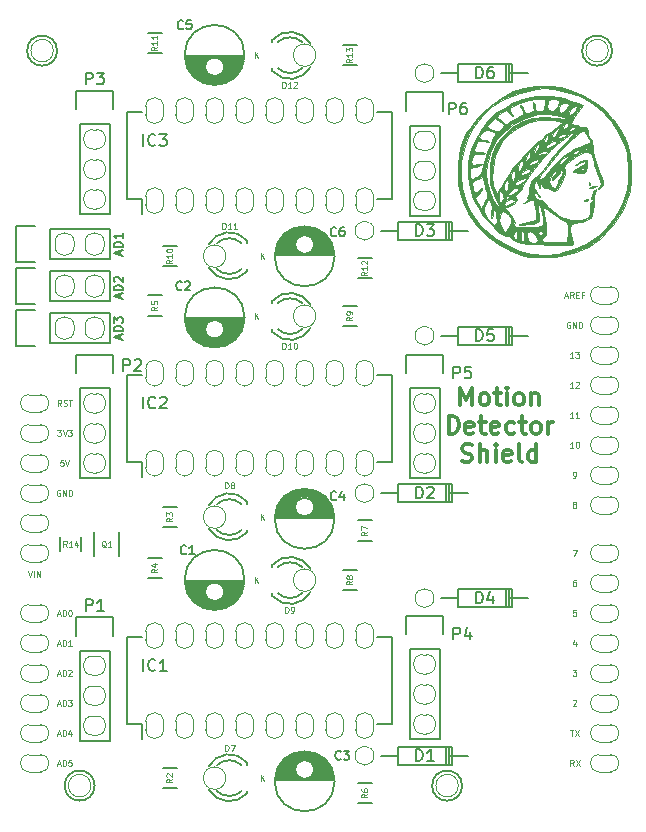
<source format=gto>
G04 #@! TF.FileFunction,Legend,Top*
%FSLAX46Y46*%
G04 Gerber Fmt 4.6, Leading zero omitted, Abs format (unit mm)*
G04 Created by KiCad (PCBNEW 4.0.2+e4-6225~38~ubuntu16.04.1-stable) date Mo 27 Jun 2016 13:05:28 CEST*
%MOMM*%
G01*
G04 APERTURE LIST*
%ADD10C,0.100000*%
%ADD11C,0.125000*%
%ADD12C,0.300000*%
%ADD13C,0.150000*%
%ADD14C,0.010000*%
G04 APERTURE END LIST*
D10*
D11*
X85740954Y-102596190D02*
X86050477Y-102596190D01*
X85883811Y-102786667D01*
X85955239Y-102786667D01*
X86002858Y-102810476D01*
X86026668Y-102834286D01*
X86050477Y-102881905D01*
X86050477Y-103000952D01*
X86026668Y-103048571D01*
X86002858Y-103072381D01*
X85955239Y-103096190D01*
X85812382Y-103096190D01*
X85764763Y-103072381D01*
X85740954Y-103048571D01*
X86193334Y-102596190D02*
X86360001Y-103096190D01*
X86526667Y-102596190D01*
X86645715Y-102596190D02*
X86955238Y-102596190D01*
X86788572Y-102786667D01*
X86860000Y-102786667D01*
X86907619Y-102810476D01*
X86931429Y-102834286D01*
X86955238Y-102881905D01*
X86955238Y-103000952D01*
X86931429Y-103048571D01*
X86907619Y-103072381D01*
X86860000Y-103096190D01*
X86717143Y-103096190D01*
X86669524Y-103072381D01*
X86645715Y-103048571D01*
X128730477Y-91269333D02*
X128968572Y-91269333D01*
X128682858Y-91412190D02*
X128849525Y-90912190D01*
X129016191Y-91412190D01*
X129468572Y-91412190D02*
X129301905Y-91174095D01*
X129182858Y-91412190D02*
X129182858Y-90912190D01*
X129373334Y-90912190D01*
X129420953Y-90936000D01*
X129444762Y-90959810D01*
X129468572Y-91007429D01*
X129468572Y-91078857D01*
X129444762Y-91126476D01*
X129420953Y-91150286D01*
X129373334Y-91174095D01*
X129182858Y-91174095D01*
X129682858Y-91150286D02*
X129849524Y-91150286D01*
X129920953Y-91412190D02*
X129682858Y-91412190D01*
X129682858Y-90912190D01*
X129920953Y-90912190D01*
X130301905Y-91150286D02*
X130135239Y-91150286D01*
X130135239Y-91412190D02*
X130135239Y-90912190D01*
X130373334Y-90912190D01*
X129159047Y-93476000D02*
X129111428Y-93452190D01*
X129040000Y-93452190D01*
X128968571Y-93476000D01*
X128920952Y-93523619D01*
X128897143Y-93571238D01*
X128873333Y-93666476D01*
X128873333Y-93737905D01*
X128897143Y-93833143D01*
X128920952Y-93880762D01*
X128968571Y-93928381D01*
X129040000Y-93952190D01*
X129087619Y-93952190D01*
X129159047Y-93928381D01*
X129182857Y-93904571D01*
X129182857Y-93737905D01*
X129087619Y-93737905D01*
X129397143Y-93952190D02*
X129397143Y-93452190D01*
X129682857Y-93952190D01*
X129682857Y-93452190D01*
X129920953Y-93952190D02*
X129920953Y-93452190D01*
X130040000Y-93452190D01*
X130111429Y-93476000D01*
X130159048Y-93523619D01*
X130182857Y-93571238D01*
X130206667Y-93666476D01*
X130206667Y-93737905D01*
X130182857Y-93833143D01*
X130159048Y-93880762D01*
X130111429Y-93928381D01*
X130040000Y-93952190D01*
X129920953Y-93952190D01*
X129444762Y-96492190D02*
X129159048Y-96492190D01*
X129301905Y-96492190D02*
X129301905Y-95992190D01*
X129254286Y-96063619D01*
X129206667Y-96111238D01*
X129159048Y-96135048D01*
X129611429Y-95992190D02*
X129920952Y-95992190D01*
X129754286Y-96182667D01*
X129825714Y-96182667D01*
X129873333Y-96206476D01*
X129897143Y-96230286D01*
X129920952Y-96277905D01*
X129920952Y-96396952D01*
X129897143Y-96444571D01*
X129873333Y-96468381D01*
X129825714Y-96492190D01*
X129682857Y-96492190D01*
X129635238Y-96468381D01*
X129611429Y-96444571D01*
X129444762Y-99032190D02*
X129159048Y-99032190D01*
X129301905Y-99032190D02*
X129301905Y-98532190D01*
X129254286Y-98603619D01*
X129206667Y-98651238D01*
X129159048Y-98675048D01*
X129635238Y-98579810D02*
X129659048Y-98556000D01*
X129706667Y-98532190D01*
X129825714Y-98532190D01*
X129873333Y-98556000D01*
X129897143Y-98579810D01*
X129920952Y-98627429D01*
X129920952Y-98675048D01*
X129897143Y-98746476D01*
X129611429Y-99032190D01*
X129920952Y-99032190D01*
X129444762Y-101572190D02*
X129159048Y-101572190D01*
X129301905Y-101572190D02*
X129301905Y-101072190D01*
X129254286Y-101143619D01*
X129206667Y-101191238D01*
X129159048Y-101215048D01*
X129920952Y-101572190D02*
X129635238Y-101572190D01*
X129778095Y-101572190D02*
X129778095Y-101072190D01*
X129730476Y-101143619D01*
X129682857Y-101191238D01*
X129635238Y-101215048D01*
X129444762Y-104112190D02*
X129159048Y-104112190D01*
X129301905Y-104112190D02*
X129301905Y-103612190D01*
X129254286Y-103683619D01*
X129206667Y-103731238D01*
X129159048Y-103755048D01*
X129754286Y-103612190D02*
X129801905Y-103612190D01*
X129849524Y-103636000D01*
X129873333Y-103659810D01*
X129897143Y-103707429D01*
X129920952Y-103802667D01*
X129920952Y-103921714D01*
X129897143Y-104016952D01*
X129873333Y-104064571D01*
X129849524Y-104088381D01*
X129801905Y-104112190D01*
X129754286Y-104112190D01*
X129706667Y-104088381D01*
X129682857Y-104064571D01*
X129659048Y-104016952D01*
X129635238Y-103921714D01*
X129635238Y-103802667D01*
X129659048Y-103707429D01*
X129682857Y-103659810D01*
X129706667Y-103636000D01*
X129754286Y-103612190D01*
X129444762Y-106652190D02*
X129540000Y-106652190D01*
X129587619Y-106628381D01*
X129611429Y-106604571D01*
X129659048Y-106533143D01*
X129682857Y-106437905D01*
X129682857Y-106247429D01*
X129659048Y-106199810D01*
X129635238Y-106176000D01*
X129587619Y-106152190D01*
X129492381Y-106152190D01*
X129444762Y-106176000D01*
X129420953Y-106199810D01*
X129397143Y-106247429D01*
X129397143Y-106366476D01*
X129420953Y-106414095D01*
X129444762Y-106437905D01*
X129492381Y-106461714D01*
X129587619Y-106461714D01*
X129635238Y-106437905D01*
X129659048Y-106414095D01*
X129682857Y-106366476D01*
X129492381Y-108906476D02*
X129444762Y-108882667D01*
X129420953Y-108858857D01*
X129397143Y-108811238D01*
X129397143Y-108787429D01*
X129420953Y-108739810D01*
X129444762Y-108716000D01*
X129492381Y-108692190D01*
X129587619Y-108692190D01*
X129635238Y-108716000D01*
X129659048Y-108739810D01*
X129682857Y-108787429D01*
X129682857Y-108811238D01*
X129659048Y-108858857D01*
X129635238Y-108882667D01*
X129587619Y-108906476D01*
X129492381Y-108906476D01*
X129444762Y-108930286D01*
X129420953Y-108954095D01*
X129397143Y-109001714D01*
X129397143Y-109096952D01*
X129420953Y-109144571D01*
X129444762Y-109168381D01*
X129492381Y-109192190D01*
X129587619Y-109192190D01*
X129635238Y-109168381D01*
X129659048Y-109144571D01*
X129682857Y-109096952D01*
X129682857Y-109001714D01*
X129659048Y-108954095D01*
X129635238Y-108930286D01*
X129587619Y-108906476D01*
X129373334Y-112756190D02*
X129706667Y-112756190D01*
X129492381Y-113256190D01*
X129635238Y-115296190D02*
X129540000Y-115296190D01*
X129492381Y-115320000D01*
X129468572Y-115343810D01*
X129420953Y-115415238D01*
X129397143Y-115510476D01*
X129397143Y-115700952D01*
X129420953Y-115748571D01*
X129444762Y-115772381D01*
X129492381Y-115796190D01*
X129587619Y-115796190D01*
X129635238Y-115772381D01*
X129659048Y-115748571D01*
X129682857Y-115700952D01*
X129682857Y-115581905D01*
X129659048Y-115534286D01*
X129635238Y-115510476D01*
X129587619Y-115486667D01*
X129492381Y-115486667D01*
X129444762Y-115510476D01*
X129420953Y-115534286D01*
X129397143Y-115581905D01*
X129659048Y-117836190D02*
X129420953Y-117836190D01*
X129397143Y-118074286D01*
X129420953Y-118050476D01*
X129468572Y-118026667D01*
X129587619Y-118026667D01*
X129635238Y-118050476D01*
X129659048Y-118074286D01*
X129682857Y-118121905D01*
X129682857Y-118240952D01*
X129659048Y-118288571D01*
X129635238Y-118312381D01*
X129587619Y-118336190D01*
X129468572Y-118336190D01*
X129420953Y-118312381D01*
X129397143Y-118288571D01*
X129635238Y-120542857D02*
X129635238Y-120876190D01*
X129516191Y-120352381D02*
X129397143Y-120709524D01*
X129706667Y-120709524D01*
X129373334Y-122916190D02*
X129682857Y-122916190D01*
X129516191Y-123106667D01*
X129587619Y-123106667D01*
X129635238Y-123130476D01*
X129659048Y-123154286D01*
X129682857Y-123201905D01*
X129682857Y-123320952D01*
X129659048Y-123368571D01*
X129635238Y-123392381D01*
X129587619Y-123416190D01*
X129444762Y-123416190D01*
X129397143Y-123392381D01*
X129373334Y-123368571D01*
X129397143Y-125503810D02*
X129420953Y-125480000D01*
X129468572Y-125456190D01*
X129587619Y-125456190D01*
X129635238Y-125480000D01*
X129659048Y-125503810D01*
X129682857Y-125551429D01*
X129682857Y-125599048D01*
X129659048Y-125670476D01*
X129373334Y-125956190D01*
X129682857Y-125956190D01*
X129159048Y-127996190D02*
X129444762Y-127996190D01*
X129301905Y-128496190D02*
X129301905Y-127996190D01*
X129563810Y-127996190D02*
X129897143Y-128496190D01*
X129897143Y-127996190D02*
X129563810Y-128496190D01*
X129456667Y-131036190D02*
X129290000Y-130798095D01*
X129170953Y-131036190D02*
X129170953Y-130536190D01*
X129361429Y-130536190D01*
X129409048Y-130560000D01*
X129432857Y-130583810D01*
X129456667Y-130631429D01*
X129456667Y-130702857D01*
X129432857Y-130750476D01*
X129409048Y-130774286D01*
X129361429Y-130798095D01*
X129170953Y-130798095D01*
X129623334Y-130536190D02*
X129956667Y-131036190D01*
X129956667Y-130536190D02*
X129623334Y-131036190D01*
X85752858Y-130893333D02*
X85990953Y-130893333D01*
X85705239Y-131036190D02*
X85871906Y-130536190D01*
X86038572Y-131036190D01*
X86205239Y-131036190D02*
X86205239Y-130536190D01*
X86324286Y-130536190D01*
X86395715Y-130560000D01*
X86443334Y-130607619D01*
X86467143Y-130655238D01*
X86490953Y-130750476D01*
X86490953Y-130821905D01*
X86467143Y-130917143D01*
X86443334Y-130964762D01*
X86395715Y-131012381D01*
X86324286Y-131036190D01*
X86205239Y-131036190D01*
X86943334Y-130536190D02*
X86705239Y-130536190D01*
X86681429Y-130774286D01*
X86705239Y-130750476D01*
X86752858Y-130726667D01*
X86871905Y-130726667D01*
X86919524Y-130750476D01*
X86943334Y-130774286D01*
X86967143Y-130821905D01*
X86967143Y-130940952D01*
X86943334Y-130988571D01*
X86919524Y-131012381D01*
X86871905Y-131036190D01*
X86752858Y-131036190D01*
X86705239Y-131012381D01*
X86681429Y-130988571D01*
X85752858Y-128353333D02*
X85990953Y-128353333D01*
X85705239Y-128496190D02*
X85871906Y-127996190D01*
X86038572Y-128496190D01*
X86205239Y-128496190D02*
X86205239Y-127996190D01*
X86324286Y-127996190D01*
X86395715Y-128020000D01*
X86443334Y-128067619D01*
X86467143Y-128115238D01*
X86490953Y-128210476D01*
X86490953Y-128281905D01*
X86467143Y-128377143D01*
X86443334Y-128424762D01*
X86395715Y-128472381D01*
X86324286Y-128496190D01*
X86205239Y-128496190D01*
X86919524Y-128162857D02*
X86919524Y-128496190D01*
X86800477Y-127972381D02*
X86681429Y-128329524D01*
X86990953Y-128329524D01*
X85752858Y-125813333D02*
X85990953Y-125813333D01*
X85705239Y-125956190D02*
X85871906Y-125456190D01*
X86038572Y-125956190D01*
X86205239Y-125956190D02*
X86205239Y-125456190D01*
X86324286Y-125456190D01*
X86395715Y-125480000D01*
X86443334Y-125527619D01*
X86467143Y-125575238D01*
X86490953Y-125670476D01*
X86490953Y-125741905D01*
X86467143Y-125837143D01*
X86443334Y-125884762D01*
X86395715Y-125932381D01*
X86324286Y-125956190D01*
X86205239Y-125956190D01*
X86657620Y-125456190D02*
X86967143Y-125456190D01*
X86800477Y-125646667D01*
X86871905Y-125646667D01*
X86919524Y-125670476D01*
X86943334Y-125694286D01*
X86967143Y-125741905D01*
X86967143Y-125860952D01*
X86943334Y-125908571D01*
X86919524Y-125932381D01*
X86871905Y-125956190D01*
X86729048Y-125956190D01*
X86681429Y-125932381D01*
X86657620Y-125908571D01*
X85752858Y-123273333D02*
X85990953Y-123273333D01*
X85705239Y-123416190D02*
X85871906Y-122916190D01*
X86038572Y-123416190D01*
X86205239Y-123416190D02*
X86205239Y-122916190D01*
X86324286Y-122916190D01*
X86395715Y-122940000D01*
X86443334Y-122987619D01*
X86467143Y-123035238D01*
X86490953Y-123130476D01*
X86490953Y-123201905D01*
X86467143Y-123297143D01*
X86443334Y-123344762D01*
X86395715Y-123392381D01*
X86324286Y-123416190D01*
X86205239Y-123416190D01*
X86681429Y-122963810D02*
X86705239Y-122940000D01*
X86752858Y-122916190D01*
X86871905Y-122916190D01*
X86919524Y-122940000D01*
X86943334Y-122963810D01*
X86967143Y-123011429D01*
X86967143Y-123059048D01*
X86943334Y-123130476D01*
X86657620Y-123416190D01*
X86967143Y-123416190D01*
X85752858Y-120733333D02*
X85990953Y-120733333D01*
X85705239Y-120876190D02*
X85871906Y-120376190D01*
X86038572Y-120876190D01*
X86205239Y-120876190D02*
X86205239Y-120376190D01*
X86324286Y-120376190D01*
X86395715Y-120400000D01*
X86443334Y-120447619D01*
X86467143Y-120495238D01*
X86490953Y-120590476D01*
X86490953Y-120661905D01*
X86467143Y-120757143D01*
X86443334Y-120804762D01*
X86395715Y-120852381D01*
X86324286Y-120876190D01*
X86205239Y-120876190D01*
X86967143Y-120876190D02*
X86681429Y-120876190D01*
X86824286Y-120876190D02*
X86824286Y-120376190D01*
X86776667Y-120447619D01*
X86729048Y-120495238D01*
X86681429Y-120519048D01*
X85752858Y-118193333D02*
X85990953Y-118193333D01*
X85705239Y-118336190D02*
X85871906Y-117836190D01*
X86038572Y-118336190D01*
X86205239Y-118336190D02*
X86205239Y-117836190D01*
X86324286Y-117836190D01*
X86395715Y-117860000D01*
X86443334Y-117907619D01*
X86467143Y-117955238D01*
X86490953Y-118050476D01*
X86490953Y-118121905D01*
X86467143Y-118217143D01*
X86443334Y-118264762D01*
X86395715Y-118312381D01*
X86324286Y-118336190D01*
X86205239Y-118336190D01*
X86800477Y-117836190D02*
X86848096Y-117836190D01*
X86895715Y-117860000D01*
X86919524Y-117883810D01*
X86943334Y-117931429D01*
X86967143Y-118026667D01*
X86967143Y-118145714D01*
X86943334Y-118240952D01*
X86919524Y-118288571D01*
X86895715Y-118312381D01*
X86848096Y-118336190D01*
X86800477Y-118336190D01*
X86752858Y-118312381D01*
X86729048Y-118288571D01*
X86705239Y-118240952D01*
X86681429Y-118145714D01*
X86681429Y-118026667D01*
X86705239Y-117931429D01*
X86729048Y-117883810D01*
X86752858Y-117860000D01*
X86800477Y-117836190D01*
X83272381Y-114534190D02*
X83439048Y-115034190D01*
X83605714Y-114534190D01*
X83772381Y-115034190D02*
X83772381Y-114534190D01*
X84010476Y-115034190D02*
X84010476Y-114534190D01*
X84296190Y-115034190D01*
X84296190Y-114534190D01*
X85979047Y-107700000D02*
X85931428Y-107676190D01*
X85860000Y-107676190D01*
X85788571Y-107700000D01*
X85740952Y-107747619D01*
X85717143Y-107795238D01*
X85693333Y-107890476D01*
X85693333Y-107961905D01*
X85717143Y-108057143D01*
X85740952Y-108104762D01*
X85788571Y-108152381D01*
X85860000Y-108176190D01*
X85907619Y-108176190D01*
X85979047Y-108152381D01*
X86002857Y-108128571D01*
X86002857Y-107961905D01*
X85907619Y-107961905D01*
X86217143Y-108176190D02*
X86217143Y-107676190D01*
X86502857Y-108176190D01*
X86502857Y-107676190D01*
X86740953Y-108176190D02*
X86740953Y-107676190D01*
X86860000Y-107676190D01*
X86931429Y-107700000D01*
X86979048Y-107747619D01*
X87002857Y-107795238D01*
X87026667Y-107890476D01*
X87026667Y-107961905D01*
X87002857Y-108057143D01*
X86979048Y-108104762D01*
X86931429Y-108152381D01*
X86860000Y-108176190D01*
X86740953Y-108176190D01*
X86264763Y-105136190D02*
X86026668Y-105136190D01*
X86002858Y-105374286D01*
X86026668Y-105350476D01*
X86074287Y-105326667D01*
X86193334Y-105326667D01*
X86240953Y-105350476D01*
X86264763Y-105374286D01*
X86288572Y-105421905D01*
X86288572Y-105540952D01*
X86264763Y-105588571D01*
X86240953Y-105612381D01*
X86193334Y-105636190D01*
X86074287Y-105636190D01*
X86026668Y-105612381D01*
X86002858Y-105588571D01*
X86431429Y-105136190D02*
X86598096Y-105636190D01*
X86764762Y-105136190D01*
X86086191Y-100556190D02*
X85919524Y-100318095D01*
X85800477Y-100556190D02*
X85800477Y-100056190D01*
X85990953Y-100056190D01*
X86038572Y-100080000D01*
X86062381Y-100103810D01*
X86086191Y-100151429D01*
X86086191Y-100222857D01*
X86062381Y-100270476D01*
X86038572Y-100294286D01*
X85990953Y-100318095D01*
X85800477Y-100318095D01*
X86276667Y-100532381D02*
X86348096Y-100556190D01*
X86467143Y-100556190D01*
X86514762Y-100532381D01*
X86538572Y-100508571D01*
X86562381Y-100460952D01*
X86562381Y-100413333D01*
X86538572Y-100365714D01*
X86514762Y-100341905D01*
X86467143Y-100318095D01*
X86371905Y-100294286D01*
X86324286Y-100270476D01*
X86300477Y-100246667D01*
X86276667Y-100199048D01*
X86276667Y-100151429D01*
X86300477Y-100103810D01*
X86324286Y-100080000D01*
X86371905Y-100056190D01*
X86490953Y-100056190D01*
X86562381Y-100080000D01*
X86705238Y-100056190D02*
X86990952Y-100056190D01*
X86848095Y-100556190D02*
X86848095Y-100056190D01*
D12*
X119868571Y-100513571D02*
X119868571Y-99013571D01*
X120368571Y-100085000D01*
X120868571Y-99013571D01*
X120868571Y-100513571D01*
X121797143Y-100513571D02*
X121654285Y-100442143D01*
X121582857Y-100370714D01*
X121511428Y-100227857D01*
X121511428Y-99799286D01*
X121582857Y-99656429D01*
X121654285Y-99585000D01*
X121797143Y-99513571D01*
X122011428Y-99513571D01*
X122154285Y-99585000D01*
X122225714Y-99656429D01*
X122297143Y-99799286D01*
X122297143Y-100227857D01*
X122225714Y-100370714D01*
X122154285Y-100442143D01*
X122011428Y-100513571D01*
X121797143Y-100513571D01*
X122725714Y-99513571D02*
X123297143Y-99513571D01*
X122940000Y-99013571D02*
X122940000Y-100299286D01*
X123011428Y-100442143D01*
X123154286Y-100513571D01*
X123297143Y-100513571D01*
X123797143Y-100513571D02*
X123797143Y-99513571D01*
X123797143Y-99013571D02*
X123725714Y-99085000D01*
X123797143Y-99156429D01*
X123868571Y-99085000D01*
X123797143Y-99013571D01*
X123797143Y-99156429D01*
X124725715Y-100513571D02*
X124582857Y-100442143D01*
X124511429Y-100370714D01*
X124440000Y-100227857D01*
X124440000Y-99799286D01*
X124511429Y-99656429D01*
X124582857Y-99585000D01*
X124725715Y-99513571D01*
X124940000Y-99513571D01*
X125082857Y-99585000D01*
X125154286Y-99656429D01*
X125225715Y-99799286D01*
X125225715Y-100227857D01*
X125154286Y-100370714D01*
X125082857Y-100442143D01*
X124940000Y-100513571D01*
X124725715Y-100513571D01*
X125868572Y-99513571D02*
X125868572Y-100513571D01*
X125868572Y-99656429D02*
X125940000Y-99585000D01*
X126082858Y-99513571D01*
X126297143Y-99513571D01*
X126440000Y-99585000D01*
X126511429Y-99727857D01*
X126511429Y-100513571D01*
X118868572Y-102913571D02*
X118868572Y-101413571D01*
X119225715Y-101413571D01*
X119440000Y-101485000D01*
X119582858Y-101627857D01*
X119654286Y-101770714D01*
X119725715Y-102056429D01*
X119725715Y-102270714D01*
X119654286Y-102556429D01*
X119582858Y-102699286D01*
X119440000Y-102842143D01*
X119225715Y-102913571D01*
X118868572Y-102913571D01*
X120940000Y-102842143D02*
X120797143Y-102913571D01*
X120511429Y-102913571D01*
X120368572Y-102842143D01*
X120297143Y-102699286D01*
X120297143Y-102127857D01*
X120368572Y-101985000D01*
X120511429Y-101913571D01*
X120797143Y-101913571D01*
X120940000Y-101985000D01*
X121011429Y-102127857D01*
X121011429Y-102270714D01*
X120297143Y-102413571D01*
X121440000Y-101913571D02*
X122011429Y-101913571D01*
X121654286Y-101413571D02*
X121654286Y-102699286D01*
X121725714Y-102842143D01*
X121868572Y-102913571D01*
X122011429Y-102913571D01*
X123082857Y-102842143D02*
X122940000Y-102913571D01*
X122654286Y-102913571D01*
X122511429Y-102842143D01*
X122440000Y-102699286D01*
X122440000Y-102127857D01*
X122511429Y-101985000D01*
X122654286Y-101913571D01*
X122940000Y-101913571D01*
X123082857Y-101985000D01*
X123154286Y-102127857D01*
X123154286Y-102270714D01*
X122440000Y-102413571D01*
X124440000Y-102842143D02*
X124297143Y-102913571D01*
X124011429Y-102913571D01*
X123868571Y-102842143D01*
X123797143Y-102770714D01*
X123725714Y-102627857D01*
X123725714Y-102199286D01*
X123797143Y-102056429D01*
X123868571Y-101985000D01*
X124011429Y-101913571D01*
X124297143Y-101913571D01*
X124440000Y-101985000D01*
X124868571Y-101913571D02*
X125440000Y-101913571D01*
X125082857Y-101413571D02*
X125082857Y-102699286D01*
X125154285Y-102842143D01*
X125297143Y-102913571D01*
X125440000Y-102913571D01*
X126154286Y-102913571D02*
X126011428Y-102842143D01*
X125940000Y-102770714D01*
X125868571Y-102627857D01*
X125868571Y-102199286D01*
X125940000Y-102056429D01*
X126011428Y-101985000D01*
X126154286Y-101913571D01*
X126368571Y-101913571D01*
X126511428Y-101985000D01*
X126582857Y-102056429D01*
X126654286Y-102199286D01*
X126654286Y-102627857D01*
X126582857Y-102770714D01*
X126511428Y-102842143D01*
X126368571Y-102913571D01*
X126154286Y-102913571D01*
X127297143Y-102913571D02*
X127297143Y-101913571D01*
X127297143Y-102199286D02*
X127368571Y-102056429D01*
X127440000Y-101985000D01*
X127582857Y-101913571D01*
X127725714Y-101913571D01*
X120011429Y-105242143D02*
X120225715Y-105313571D01*
X120582858Y-105313571D01*
X120725715Y-105242143D01*
X120797144Y-105170714D01*
X120868572Y-105027857D01*
X120868572Y-104885000D01*
X120797144Y-104742143D01*
X120725715Y-104670714D01*
X120582858Y-104599286D01*
X120297144Y-104527857D01*
X120154286Y-104456429D01*
X120082858Y-104385000D01*
X120011429Y-104242143D01*
X120011429Y-104099286D01*
X120082858Y-103956429D01*
X120154286Y-103885000D01*
X120297144Y-103813571D01*
X120654286Y-103813571D01*
X120868572Y-103885000D01*
X121511429Y-105313571D02*
X121511429Y-103813571D01*
X122154286Y-105313571D02*
X122154286Y-104527857D01*
X122082857Y-104385000D01*
X121940000Y-104313571D01*
X121725715Y-104313571D01*
X121582857Y-104385000D01*
X121511429Y-104456429D01*
X122868572Y-105313571D02*
X122868572Y-104313571D01*
X122868572Y-103813571D02*
X122797143Y-103885000D01*
X122868572Y-103956429D01*
X122940000Y-103885000D01*
X122868572Y-103813571D01*
X122868572Y-103956429D01*
X124154286Y-105242143D02*
X124011429Y-105313571D01*
X123725715Y-105313571D01*
X123582858Y-105242143D01*
X123511429Y-105099286D01*
X123511429Y-104527857D01*
X123582858Y-104385000D01*
X123725715Y-104313571D01*
X124011429Y-104313571D01*
X124154286Y-104385000D01*
X124225715Y-104527857D01*
X124225715Y-104670714D01*
X123511429Y-104813571D01*
X125082858Y-105313571D02*
X124940000Y-105242143D01*
X124868572Y-105099286D01*
X124868572Y-103813571D01*
X126297143Y-105313571D02*
X126297143Y-103813571D01*
X126297143Y-105242143D02*
X126154286Y-105313571D01*
X125868572Y-105313571D01*
X125725714Y-105242143D01*
X125654286Y-105170714D01*
X125582857Y-105027857D01*
X125582857Y-104599286D01*
X125654286Y-104456429D01*
X125725714Y-104385000D01*
X125868572Y-104313571D01*
X126154286Y-104313571D01*
X126297143Y-104385000D01*
D13*
X132715000Y-70485000D02*
G75*
G03X132715000Y-70485000I-1270000J0D01*
G01*
X120015000Y-132715000D02*
G75*
G03X120015000Y-132715000I-1270000J0D01*
G01*
X85725000Y-70485000D02*
G75*
G03X85725000Y-70485000I-1270000J0D01*
G01*
X88900000Y-132715000D02*
G75*
G03X88900000Y-132715000I-1270000J0D01*
G01*
X101559000Y-115375000D02*
X96561000Y-115375000D01*
X101551000Y-115515000D02*
X99214000Y-115515000D01*
X98906000Y-115515000D02*
X96569000Y-115515000D01*
X101535000Y-115655000D02*
X99533000Y-115655000D01*
X98587000Y-115655000D02*
X96585000Y-115655000D01*
X101511000Y-115795000D02*
X99680000Y-115795000D01*
X98440000Y-115795000D02*
X96609000Y-115795000D01*
X101478000Y-115935000D02*
X99772000Y-115935000D01*
X98348000Y-115935000D02*
X96642000Y-115935000D01*
X101437000Y-116075000D02*
X99828000Y-116075000D01*
X98292000Y-116075000D02*
X96683000Y-116075000D01*
X101387000Y-116215000D02*
X99855000Y-116215000D01*
X98265000Y-116215000D02*
X96733000Y-116215000D01*
X101326000Y-116355000D02*
X99858000Y-116355000D01*
X98262000Y-116355000D02*
X96794000Y-116355000D01*
X101256000Y-116495000D02*
X99836000Y-116495000D01*
X98284000Y-116495000D02*
X96864000Y-116495000D01*
X101174000Y-116635000D02*
X99786000Y-116635000D01*
X98334000Y-116635000D02*
X96946000Y-116635000D01*
X101079000Y-116775000D02*
X99704000Y-116775000D01*
X98416000Y-116775000D02*
X97041000Y-116775000D01*
X100968000Y-116915000D02*
X99572000Y-116915000D01*
X98548000Y-116915000D02*
X97152000Y-116915000D01*
X100840000Y-117055000D02*
X99325000Y-117055000D01*
X98795000Y-117055000D02*
X97280000Y-117055000D01*
X100691000Y-117195000D02*
X97429000Y-117195000D01*
X100512000Y-117335000D02*
X97608000Y-117335000D01*
X100293000Y-117475000D02*
X97827000Y-117475000D01*
X100004000Y-117615000D02*
X98116000Y-117615000D01*
X99532000Y-117755000D02*
X98588000Y-117755000D01*
X99860000Y-116300000D02*
G75*
G03X99860000Y-116300000I-800000J0D01*
G01*
X101597500Y-115300000D02*
G75*
G03X101597500Y-115300000I-2537500J0D01*
G01*
X101559000Y-93150000D02*
X96561000Y-93150000D01*
X101551000Y-93290000D02*
X99214000Y-93290000D01*
X98906000Y-93290000D02*
X96569000Y-93290000D01*
X101535000Y-93430000D02*
X99533000Y-93430000D01*
X98587000Y-93430000D02*
X96585000Y-93430000D01*
X101511000Y-93570000D02*
X99680000Y-93570000D01*
X98440000Y-93570000D02*
X96609000Y-93570000D01*
X101478000Y-93710000D02*
X99772000Y-93710000D01*
X98348000Y-93710000D02*
X96642000Y-93710000D01*
X101437000Y-93850000D02*
X99828000Y-93850000D01*
X98292000Y-93850000D02*
X96683000Y-93850000D01*
X101387000Y-93990000D02*
X99855000Y-93990000D01*
X98265000Y-93990000D02*
X96733000Y-93990000D01*
X101326000Y-94130000D02*
X99858000Y-94130000D01*
X98262000Y-94130000D02*
X96794000Y-94130000D01*
X101256000Y-94270000D02*
X99836000Y-94270000D01*
X98284000Y-94270000D02*
X96864000Y-94270000D01*
X101174000Y-94410000D02*
X99786000Y-94410000D01*
X98334000Y-94410000D02*
X96946000Y-94410000D01*
X101079000Y-94550000D02*
X99704000Y-94550000D01*
X98416000Y-94550000D02*
X97041000Y-94550000D01*
X100968000Y-94690000D02*
X99572000Y-94690000D01*
X98548000Y-94690000D02*
X97152000Y-94690000D01*
X100840000Y-94830000D02*
X99325000Y-94830000D01*
X98795000Y-94830000D02*
X97280000Y-94830000D01*
X100691000Y-94970000D02*
X97429000Y-94970000D01*
X100512000Y-95110000D02*
X97608000Y-95110000D01*
X100293000Y-95250000D02*
X97827000Y-95250000D01*
X100004000Y-95390000D02*
X98116000Y-95390000D01*
X99532000Y-95530000D02*
X98588000Y-95530000D01*
X99860000Y-94075000D02*
G75*
G03X99860000Y-94075000I-800000J0D01*
G01*
X101597500Y-93075000D02*
G75*
G03X101597500Y-93075000I-2537500J0D01*
G01*
X104181000Y-132275000D02*
X109179000Y-132275000D01*
X104189000Y-132135000D02*
X106526000Y-132135000D01*
X106834000Y-132135000D02*
X109171000Y-132135000D01*
X104205000Y-131995000D02*
X106207000Y-131995000D01*
X107153000Y-131995000D02*
X109155000Y-131995000D01*
X104229000Y-131855000D02*
X106060000Y-131855000D01*
X107300000Y-131855000D02*
X109131000Y-131855000D01*
X104262000Y-131715000D02*
X105968000Y-131715000D01*
X107392000Y-131715000D02*
X109098000Y-131715000D01*
X104303000Y-131575000D02*
X105912000Y-131575000D01*
X107448000Y-131575000D02*
X109057000Y-131575000D01*
X104353000Y-131435000D02*
X105885000Y-131435000D01*
X107475000Y-131435000D02*
X109007000Y-131435000D01*
X104414000Y-131295000D02*
X105882000Y-131295000D01*
X107478000Y-131295000D02*
X108946000Y-131295000D01*
X104484000Y-131155000D02*
X105904000Y-131155000D01*
X107456000Y-131155000D02*
X108876000Y-131155000D01*
X104566000Y-131015000D02*
X105954000Y-131015000D01*
X107406000Y-131015000D02*
X108794000Y-131015000D01*
X104661000Y-130875000D02*
X106036000Y-130875000D01*
X107324000Y-130875000D02*
X108699000Y-130875000D01*
X104772000Y-130735000D02*
X106168000Y-130735000D01*
X107192000Y-130735000D02*
X108588000Y-130735000D01*
X104900000Y-130595000D02*
X106415000Y-130595000D01*
X106945000Y-130595000D02*
X108460000Y-130595000D01*
X105049000Y-130455000D02*
X108311000Y-130455000D01*
X105228000Y-130315000D02*
X108132000Y-130315000D01*
X105447000Y-130175000D02*
X107913000Y-130175000D01*
X105736000Y-130035000D02*
X107624000Y-130035000D01*
X106208000Y-129895000D02*
X107152000Y-129895000D01*
X107480000Y-131350000D02*
G75*
G03X107480000Y-131350000I-800000J0D01*
G01*
X109217500Y-132350000D02*
G75*
G03X109217500Y-132350000I-2537500J0D01*
G01*
X104181000Y-110050000D02*
X109179000Y-110050000D01*
X104189000Y-109910000D02*
X106526000Y-109910000D01*
X106834000Y-109910000D02*
X109171000Y-109910000D01*
X104205000Y-109770000D02*
X106207000Y-109770000D01*
X107153000Y-109770000D02*
X109155000Y-109770000D01*
X104229000Y-109630000D02*
X106060000Y-109630000D01*
X107300000Y-109630000D02*
X109131000Y-109630000D01*
X104262000Y-109490000D02*
X105968000Y-109490000D01*
X107392000Y-109490000D02*
X109098000Y-109490000D01*
X104303000Y-109350000D02*
X105912000Y-109350000D01*
X107448000Y-109350000D02*
X109057000Y-109350000D01*
X104353000Y-109210000D02*
X105885000Y-109210000D01*
X107475000Y-109210000D02*
X109007000Y-109210000D01*
X104414000Y-109070000D02*
X105882000Y-109070000D01*
X107478000Y-109070000D02*
X108946000Y-109070000D01*
X104484000Y-108930000D02*
X105904000Y-108930000D01*
X107456000Y-108930000D02*
X108876000Y-108930000D01*
X104566000Y-108790000D02*
X105954000Y-108790000D01*
X107406000Y-108790000D02*
X108794000Y-108790000D01*
X104661000Y-108650000D02*
X106036000Y-108650000D01*
X107324000Y-108650000D02*
X108699000Y-108650000D01*
X104772000Y-108510000D02*
X106168000Y-108510000D01*
X107192000Y-108510000D02*
X108588000Y-108510000D01*
X104900000Y-108370000D02*
X106415000Y-108370000D01*
X106945000Y-108370000D02*
X108460000Y-108370000D01*
X105049000Y-108230000D02*
X108311000Y-108230000D01*
X105228000Y-108090000D02*
X108132000Y-108090000D01*
X105447000Y-107950000D02*
X107913000Y-107950000D01*
X105736000Y-107810000D02*
X107624000Y-107810000D01*
X106208000Y-107670000D02*
X107152000Y-107670000D01*
X107480000Y-109125000D02*
G75*
G03X107480000Y-109125000I-800000J0D01*
G01*
X109217500Y-110125000D02*
G75*
G03X109217500Y-110125000I-2537500J0D01*
G01*
X101559000Y-70925000D02*
X96561000Y-70925000D01*
X101551000Y-71065000D02*
X99214000Y-71065000D01*
X98906000Y-71065000D02*
X96569000Y-71065000D01*
X101535000Y-71205000D02*
X99533000Y-71205000D01*
X98587000Y-71205000D02*
X96585000Y-71205000D01*
X101511000Y-71345000D02*
X99680000Y-71345000D01*
X98440000Y-71345000D02*
X96609000Y-71345000D01*
X101478000Y-71485000D02*
X99772000Y-71485000D01*
X98348000Y-71485000D02*
X96642000Y-71485000D01*
X101437000Y-71625000D02*
X99828000Y-71625000D01*
X98292000Y-71625000D02*
X96683000Y-71625000D01*
X101387000Y-71765000D02*
X99855000Y-71765000D01*
X98265000Y-71765000D02*
X96733000Y-71765000D01*
X101326000Y-71905000D02*
X99858000Y-71905000D01*
X98262000Y-71905000D02*
X96794000Y-71905000D01*
X101256000Y-72045000D02*
X99836000Y-72045000D01*
X98284000Y-72045000D02*
X96864000Y-72045000D01*
X101174000Y-72185000D02*
X99786000Y-72185000D01*
X98334000Y-72185000D02*
X96946000Y-72185000D01*
X101079000Y-72325000D02*
X99704000Y-72325000D01*
X98416000Y-72325000D02*
X97041000Y-72325000D01*
X100968000Y-72465000D02*
X99572000Y-72465000D01*
X98548000Y-72465000D02*
X97152000Y-72465000D01*
X100840000Y-72605000D02*
X99325000Y-72605000D01*
X98795000Y-72605000D02*
X97280000Y-72605000D01*
X100691000Y-72745000D02*
X97429000Y-72745000D01*
X100512000Y-72885000D02*
X97608000Y-72885000D01*
X100293000Y-73025000D02*
X97827000Y-73025000D01*
X100004000Y-73165000D02*
X98116000Y-73165000D01*
X99532000Y-73305000D02*
X98588000Y-73305000D01*
X99860000Y-71850000D02*
G75*
G03X99860000Y-71850000I-800000J0D01*
G01*
X101597500Y-70850000D02*
G75*
G03X101597500Y-70850000I-2537500J0D01*
G01*
X104181000Y-87825000D02*
X109179000Y-87825000D01*
X104189000Y-87685000D02*
X106526000Y-87685000D01*
X106834000Y-87685000D02*
X109171000Y-87685000D01*
X104205000Y-87545000D02*
X106207000Y-87545000D01*
X107153000Y-87545000D02*
X109155000Y-87545000D01*
X104229000Y-87405000D02*
X106060000Y-87405000D01*
X107300000Y-87405000D02*
X109131000Y-87405000D01*
X104262000Y-87265000D02*
X105968000Y-87265000D01*
X107392000Y-87265000D02*
X109098000Y-87265000D01*
X104303000Y-87125000D02*
X105912000Y-87125000D01*
X107448000Y-87125000D02*
X109057000Y-87125000D01*
X104353000Y-86985000D02*
X105885000Y-86985000D01*
X107475000Y-86985000D02*
X109007000Y-86985000D01*
X104414000Y-86845000D02*
X105882000Y-86845000D01*
X107478000Y-86845000D02*
X108946000Y-86845000D01*
X104484000Y-86705000D02*
X105904000Y-86705000D01*
X107456000Y-86705000D02*
X108876000Y-86705000D01*
X104566000Y-86565000D02*
X105954000Y-86565000D01*
X107406000Y-86565000D02*
X108794000Y-86565000D01*
X104661000Y-86425000D02*
X106036000Y-86425000D01*
X107324000Y-86425000D02*
X108699000Y-86425000D01*
X104772000Y-86285000D02*
X106168000Y-86285000D01*
X107192000Y-86285000D02*
X108588000Y-86285000D01*
X104900000Y-86145000D02*
X106415000Y-86145000D01*
X106945000Y-86145000D02*
X108460000Y-86145000D01*
X105049000Y-86005000D02*
X108311000Y-86005000D01*
X105228000Y-85865000D02*
X108132000Y-85865000D01*
X105447000Y-85725000D02*
X107913000Y-85725000D01*
X105736000Y-85585000D02*
X107624000Y-85585000D01*
X106208000Y-85445000D02*
X107152000Y-85445000D01*
X107480000Y-86900000D02*
G75*
G03X107480000Y-86900000I-800000J0D01*
G01*
X109217500Y-87900000D02*
G75*
G03X109217500Y-87900000I-2537500J0D01*
G01*
X114553480Y-130177540D02*
X113156480Y-130177540D01*
X118998480Y-130177540D02*
X120522480Y-130177540D01*
X118617480Y-130939540D02*
X118617480Y-129415540D01*
X118871480Y-130939540D02*
X118871480Y-129415540D01*
X119125480Y-130177540D02*
X119125480Y-129415540D01*
X119125480Y-129415540D02*
X114553480Y-129415540D01*
X114553480Y-129415540D02*
X114553480Y-130939540D01*
X114553480Y-130939540D02*
X119125480Y-130939540D01*
X119125480Y-130939540D02*
X119125480Y-130177540D01*
X114553480Y-107952540D02*
X113156480Y-107952540D01*
X118998480Y-107952540D02*
X120522480Y-107952540D01*
X118617480Y-108714540D02*
X118617480Y-107190540D01*
X118871480Y-108714540D02*
X118871480Y-107190540D01*
X119125480Y-107952540D02*
X119125480Y-107190540D01*
X119125480Y-107190540D02*
X114553480Y-107190540D01*
X114553480Y-107190540D02*
X114553480Y-108714540D01*
X114553480Y-108714540D02*
X119125480Y-108714540D01*
X119125480Y-108714540D02*
X119125480Y-107952540D01*
X114553480Y-85727540D02*
X113156480Y-85727540D01*
X118998480Y-85727540D02*
X120522480Y-85727540D01*
X118617480Y-86489540D02*
X118617480Y-84965540D01*
X118871480Y-86489540D02*
X118871480Y-84965540D01*
X119125480Y-85727540D02*
X119125480Y-84965540D01*
X119125480Y-84965540D02*
X114553480Y-84965540D01*
X114553480Y-84965540D02*
X114553480Y-86489540D01*
X114553480Y-86489540D02*
X119125480Y-86489540D01*
X119125480Y-86489540D02*
X119125480Y-85727540D01*
X119633480Y-116842540D02*
X118236480Y-116842540D01*
X124078480Y-116842540D02*
X125602480Y-116842540D01*
X123697480Y-117604540D02*
X123697480Y-116080540D01*
X123951480Y-117604540D02*
X123951480Y-116080540D01*
X124205480Y-116842540D02*
X124205480Y-116080540D01*
X124205480Y-116080540D02*
X119633480Y-116080540D01*
X119633480Y-116080540D02*
X119633480Y-117604540D01*
X119633480Y-117604540D02*
X124205480Y-117604540D01*
X124205480Y-117604540D02*
X124205480Y-116842540D01*
X119633480Y-94617540D02*
X118236480Y-94617540D01*
X124078480Y-94617540D02*
X125602480Y-94617540D01*
X123697480Y-95379540D02*
X123697480Y-93855540D01*
X123951480Y-95379540D02*
X123951480Y-93855540D01*
X124205480Y-94617540D02*
X124205480Y-93855540D01*
X124205480Y-93855540D02*
X119633480Y-93855540D01*
X119633480Y-93855540D02*
X119633480Y-95379540D01*
X119633480Y-95379540D02*
X124205480Y-95379540D01*
X124205480Y-95379540D02*
X124205480Y-94617540D01*
X119633480Y-72392540D02*
X118236480Y-72392540D01*
X124078480Y-72392540D02*
X125602480Y-72392540D01*
X123697480Y-73154540D02*
X123697480Y-71630540D01*
X123951480Y-73154540D02*
X123951480Y-71630540D01*
X124205480Y-72392540D02*
X124205480Y-71630540D01*
X124205480Y-71630540D02*
X119633480Y-71630540D01*
X119633480Y-71630540D02*
X119633480Y-73154540D01*
X119633480Y-73154540D02*
X124205480Y-73154540D01*
X124205480Y-73154540D02*
X124205480Y-72392540D01*
X101799000Y-130766000D02*
X101799000Y-130966000D01*
X101799000Y-133360000D02*
X101799000Y-133180000D01*
X98571256Y-133049643D02*
G75*
G03X101799000Y-133366000I1727744J1003643D01*
G01*
X99246994Y-133179068D02*
G75*
G03X101350000Y-133180000I1052006J1133068D01*
G01*
X101786220Y-130739274D02*
G75*
G03X98549000Y-131086000I-1497220J-1306726D01*
G01*
X101312889Y-130966747D02*
G75*
G03X99265000Y-130986000I-1013889J-1079253D01*
G01*
X101799000Y-108668000D02*
X101799000Y-108868000D01*
X101799000Y-111262000D02*
X101799000Y-111082000D01*
X98571256Y-110951643D02*
G75*
G03X101799000Y-111268000I1727744J1003643D01*
G01*
X99246994Y-111081068D02*
G75*
G03X101350000Y-111082000I1052006J1133068D01*
G01*
X101786220Y-108641274D02*
G75*
G03X98549000Y-108988000I-1497220J-1306726D01*
G01*
X101312889Y-108868747D02*
G75*
G03X99265000Y-108888000I-1013889J-1079253D01*
G01*
X101799000Y-86570000D02*
X101799000Y-86770000D01*
X101799000Y-89164000D02*
X101799000Y-88984000D01*
X98571256Y-88853643D02*
G75*
G03X101799000Y-89170000I1727744J1003643D01*
G01*
X99246994Y-88983068D02*
G75*
G03X101350000Y-88984000I1052006J1133068D01*
G01*
X101786220Y-86543274D02*
G75*
G03X98549000Y-86890000I-1497220J-1306726D01*
G01*
X101312889Y-86770747D02*
G75*
G03X99265000Y-86790000I-1013889J-1079253D01*
G01*
X103941000Y-72180000D02*
X103941000Y-71980000D01*
X103941000Y-69586000D02*
X103941000Y-69766000D01*
X107168744Y-69896357D02*
G75*
G03X103941000Y-69580000I-1727744J-1003643D01*
G01*
X106493006Y-69766932D02*
G75*
G03X104390000Y-69766000I-1052006J-1133068D01*
G01*
X103953780Y-72206726D02*
G75*
G03X107191000Y-71860000I1497220J1306726D01*
G01*
X104427111Y-71979253D02*
G75*
G03X106475000Y-71960000I1013889J1079253D01*
G01*
X91685000Y-127500000D02*
X92955000Y-127500000D01*
X91685000Y-120150000D02*
X92955000Y-120150000D01*
X114055000Y-120150000D02*
X112785000Y-120150000D01*
X114055000Y-127500000D02*
X112785000Y-127500000D01*
X91685000Y-127500000D02*
X91685000Y-120150000D01*
X114055000Y-127500000D02*
X114055000Y-120150000D01*
X92955000Y-127500000D02*
X92955000Y-128785000D01*
X91685000Y-105275000D02*
X92955000Y-105275000D01*
X91685000Y-97925000D02*
X92955000Y-97925000D01*
X114055000Y-97925000D02*
X112785000Y-97925000D01*
X114055000Y-105275000D02*
X112785000Y-105275000D01*
X91685000Y-105275000D02*
X91685000Y-97925000D01*
X114055000Y-105275000D02*
X114055000Y-97925000D01*
X92955000Y-105275000D02*
X92955000Y-106560000D01*
X91685000Y-83050000D02*
X92955000Y-83050000D01*
X91685000Y-75700000D02*
X92955000Y-75700000D01*
X114055000Y-75700000D02*
X112785000Y-75700000D01*
X114055000Y-83050000D02*
X112785000Y-83050000D01*
X91685000Y-83050000D02*
X91685000Y-75700000D01*
X114055000Y-83050000D02*
X114055000Y-75700000D01*
X92955000Y-83050000D02*
X92955000Y-84335000D01*
X90170000Y-121285000D02*
X90170000Y-128905000D01*
X87630000Y-121285000D02*
X87630000Y-128905000D01*
X87350000Y-118465000D02*
X87350000Y-120015000D01*
X90170000Y-128905000D02*
X87630000Y-128905000D01*
X87630000Y-121285000D02*
X90170000Y-121285000D01*
X90450000Y-120015000D02*
X90450000Y-118465000D01*
X90450000Y-118465000D02*
X87350000Y-118465000D01*
X90170000Y-99060000D02*
X90170000Y-106680000D01*
X87630000Y-99060000D02*
X87630000Y-106680000D01*
X87350000Y-96240000D02*
X87350000Y-97790000D01*
X90170000Y-106680000D02*
X87630000Y-106680000D01*
X87630000Y-99060000D02*
X90170000Y-99060000D01*
X90450000Y-97790000D02*
X90450000Y-96240000D01*
X90450000Y-96240000D02*
X87350000Y-96240000D01*
X90170000Y-76708000D02*
X90170000Y-84328000D01*
X87630000Y-76708000D02*
X87630000Y-84328000D01*
X87350000Y-73888000D02*
X87350000Y-75438000D01*
X90170000Y-84328000D02*
X87630000Y-84328000D01*
X87630000Y-76708000D02*
X90170000Y-76708000D01*
X90450000Y-75438000D02*
X90450000Y-73888000D01*
X90450000Y-73888000D02*
X87350000Y-73888000D01*
X118110000Y-121158000D02*
X118110000Y-128778000D01*
X115570000Y-121158000D02*
X115570000Y-128778000D01*
X115290000Y-118338000D02*
X115290000Y-119888000D01*
X118110000Y-128778000D02*
X115570000Y-128778000D01*
X115570000Y-121158000D02*
X118110000Y-121158000D01*
X118390000Y-119888000D02*
X118390000Y-118338000D01*
X118390000Y-118338000D02*
X115290000Y-118338000D01*
X118110000Y-99060000D02*
X118110000Y-106680000D01*
X115570000Y-99060000D02*
X115570000Y-106680000D01*
X115290000Y-96240000D02*
X115290000Y-97790000D01*
X118110000Y-106680000D02*
X115570000Y-106680000D01*
X115570000Y-99060000D02*
X118110000Y-99060000D01*
X118390000Y-97790000D02*
X118390000Y-96240000D01*
X118390000Y-96240000D02*
X115290000Y-96240000D01*
X118110000Y-76835000D02*
X118110000Y-84455000D01*
X115570000Y-76835000D02*
X115570000Y-84455000D01*
X115290000Y-74015000D02*
X115290000Y-75565000D01*
X118110000Y-84455000D02*
X115570000Y-84455000D01*
X115570000Y-76835000D02*
X118110000Y-76835000D01*
X118390000Y-75565000D02*
X118390000Y-74015000D01*
X118390000Y-74015000D02*
X115290000Y-74015000D01*
X94650000Y-131205000D02*
X95850000Y-131205000D01*
X95850000Y-132955000D02*
X94650000Y-132955000D01*
X94650000Y-109107000D02*
X95850000Y-109107000D01*
X95850000Y-110857000D02*
X94650000Y-110857000D01*
X93380000Y-113425000D02*
X94580000Y-113425000D01*
X94580000Y-115175000D02*
X93380000Y-115175000D01*
X93380000Y-91200000D02*
X94580000Y-91200000D01*
X94580000Y-92950000D02*
X93380000Y-92950000D01*
X112360000Y-134225000D02*
X111160000Y-134225000D01*
X111160000Y-132475000D02*
X112360000Y-132475000D01*
X112360000Y-112000000D02*
X111160000Y-112000000D01*
X111160000Y-110250000D02*
X112360000Y-110250000D01*
X111090000Y-116191000D02*
X109890000Y-116191000D01*
X109890000Y-114441000D02*
X111090000Y-114441000D01*
X111090000Y-93839000D02*
X109890000Y-93839000D01*
X109890000Y-92089000D02*
X111090000Y-92089000D01*
X94650000Y-87009000D02*
X95850000Y-87009000D01*
X95850000Y-88759000D02*
X94650000Y-88759000D01*
X93380000Y-68975000D02*
X94580000Y-68975000D01*
X94580000Y-70725000D02*
X93380000Y-70725000D01*
X112360000Y-89775000D02*
X111160000Y-89775000D01*
X111160000Y-88025000D02*
X112360000Y-88025000D01*
X111090000Y-71741000D02*
X109890000Y-71741000D01*
X109890000Y-69991000D02*
X111090000Y-69991000D01*
X87743000Y-111668000D02*
X87743000Y-112868000D01*
X85993000Y-112868000D02*
X85993000Y-111668000D01*
X88841000Y-113268000D02*
X88841000Y-111268000D01*
X90991000Y-111268000D02*
X90991000Y-113268000D01*
X103941000Y-116630000D02*
X103941000Y-116430000D01*
X103941000Y-114036000D02*
X103941000Y-114216000D01*
X107168744Y-114346357D02*
G75*
G03X103941000Y-114030000I-1727744J-1003643D01*
G01*
X106493006Y-114216932D02*
G75*
G03X104390000Y-114216000I-1052006J-1133068D01*
G01*
X103953780Y-116656726D02*
G75*
G03X107191000Y-116310000I1497220J1306726D01*
G01*
X104427111Y-116429253D02*
G75*
G03X106475000Y-116410000I1013889J1079253D01*
G01*
X103941000Y-94278000D02*
X103941000Y-94078000D01*
X103941000Y-91684000D02*
X103941000Y-91864000D01*
X107168744Y-91994357D02*
G75*
G03X103941000Y-91678000I-1727744J-1003643D01*
G01*
X106493006Y-91864932D02*
G75*
G03X104390000Y-91864000I-1052006J-1133068D01*
G01*
X103953780Y-94304726D02*
G75*
G03X107191000Y-93958000I1497220J1306726D01*
G01*
X104427111Y-94077253D02*
G75*
G03X106475000Y-94058000I1013889J1079253D01*
G01*
D14*
G36*
X127581552Y-73485475D02*
X128403176Y-73581780D01*
X129179873Y-73787857D01*
X129982246Y-74117833D01*
X130106436Y-74177547D01*
X130935276Y-74623138D01*
X131614153Y-75087395D01*
X132195040Y-75611626D01*
X132729909Y-76237137D01*
X132778965Y-76301668D01*
X133346138Y-77108687D01*
X133765804Y-77845388D01*
X134055409Y-78560110D01*
X134232401Y-79301196D01*
X134314226Y-80116987D01*
X134324954Y-80585237D01*
X134296422Y-81536583D01*
X134195737Y-82347811D01*
X134007280Y-83073980D01*
X133715436Y-83770151D01*
X133304585Y-84491380D01*
X133149012Y-84731071D01*
X132757303Y-85250640D01*
X132269862Y-85793275D01*
X131739409Y-86307221D01*
X131218659Y-86740722D01*
X130841337Y-86996663D01*
X130530528Y-87154144D01*
X130099626Y-87340745D01*
X129622573Y-87525239D01*
X129422346Y-87595915D01*
X128991410Y-87735803D01*
X128626713Y-87830835D01*
X128264270Y-87890988D01*
X127840091Y-87926242D01*
X127290191Y-87946575D01*
X127152400Y-87949890D01*
X126362920Y-87951697D01*
X125747047Y-87915732D01*
X125278429Y-87840367D01*
X125244329Y-87832038D01*
X124127472Y-87449335D01*
X123086620Y-86893084D01*
X122142479Y-86183626D01*
X121315758Y-85341299D01*
X120627164Y-84386443D01*
X120097404Y-83339398D01*
X119815004Y-82499200D01*
X119687718Y-81794989D01*
X119638819Y-81017631D01*
X119899881Y-81017631D01*
X120026285Y-82129617D01*
X120332900Y-83226400D01*
X120448531Y-83519313D01*
X120742992Y-84138800D01*
X121084329Y-84679698D01*
X121520344Y-85210999D01*
X121883106Y-85589819D01*
X122790142Y-86365665D01*
X123786736Y-86979501D01*
X124849138Y-87423797D01*
X125953602Y-87691020D01*
X127076379Y-87773642D01*
X128193721Y-87664131D01*
X128335314Y-87635819D01*
X129482097Y-87302752D01*
X130541004Y-86815528D01*
X131490455Y-86189546D01*
X132308867Y-85440208D01*
X132974659Y-84582914D01*
X133231344Y-84142074D01*
X133577225Y-83431998D01*
X133816065Y-82800678D01*
X133964944Y-82177698D01*
X134040944Y-81492644D01*
X134061200Y-80721200D01*
X134052415Y-80086401D01*
X134016765Y-79570423D01*
X133940304Y-79117662D01*
X133809088Y-78672510D01*
X133609172Y-78179364D01*
X133326612Y-77582618D01*
X133220462Y-77368706D01*
X132633351Y-76413703D01*
X131895009Y-75590890D01*
X131012423Y-74904953D01*
X129992581Y-74360579D01*
X128842469Y-73962455D01*
X127827549Y-73751526D01*
X126877261Y-73685435D01*
X125912849Y-73781793D01*
X124910389Y-74045710D01*
X123845960Y-74482295D01*
X123425683Y-74691707D01*
X122502370Y-75282223D01*
X121706328Y-76014510D01*
X121045120Y-76866142D01*
X120526308Y-77814695D01*
X120157455Y-78837745D01*
X119946126Y-79912865D01*
X119899881Y-81017631D01*
X119638819Y-81017631D01*
X119636396Y-80979123D01*
X119659827Y-80127919D01*
X119756801Y-79317694D01*
X119873785Y-78794367D01*
X120104821Y-78083052D01*
X120378793Y-77473914D01*
X120728898Y-76912837D01*
X121188333Y-76345702D01*
X121714482Y-75793600D01*
X122592728Y-74998092D01*
X123459050Y-74386292D01*
X124345013Y-73943418D01*
X125282182Y-73654687D01*
X126302124Y-73505316D01*
X126644400Y-73484815D01*
X127581552Y-73485475D01*
X127581552Y-73485475D01*
G37*
X127581552Y-73485475D02*
X128403176Y-73581780D01*
X129179873Y-73787857D01*
X129982246Y-74117833D01*
X130106436Y-74177547D01*
X130935276Y-74623138D01*
X131614153Y-75087395D01*
X132195040Y-75611626D01*
X132729909Y-76237137D01*
X132778965Y-76301668D01*
X133346138Y-77108687D01*
X133765804Y-77845388D01*
X134055409Y-78560110D01*
X134232401Y-79301196D01*
X134314226Y-80116987D01*
X134324954Y-80585237D01*
X134296422Y-81536583D01*
X134195737Y-82347811D01*
X134007280Y-83073980D01*
X133715436Y-83770151D01*
X133304585Y-84491380D01*
X133149012Y-84731071D01*
X132757303Y-85250640D01*
X132269862Y-85793275D01*
X131739409Y-86307221D01*
X131218659Y-86740722D01*
X130841337Y-86996663D01*
X130530528Y-87154144D01*
X130099626Y-87340745D01*
X129622573Y-87525239D01*
X129422346Y-87595915D01*
X128991410Y-87735803D01*
X128626713Y-87830835D01*
X128264270Y-87890988D01*
X127840091Y-87926242D01*
X127290191Y-87946575D01*
X127152400Y-87949890D01*
X126362920Y-87951697D01*
X125747047Y-87915732D01*
X125278429Y-87840367D01*
X125244329Y-87832038D01*
X124127472Y-87449335D01*
X123086620Y-86893084D01*
X122142479Y-86183626D01*
X121315758Y-85341299D01*
X120627164Y-84386443D01*
X120097404Y-83339398D01*
X119815004Y-82499200D01*
X119687718Y-81794989D01*
X119638819Y-81017631D01*
X119899881Y-81017631D01*
X120026285Y-82129617D01*
X120332900Y-83226400D01*
X120448531Y-83519313D01*
X120742992Y-84138800D01*
X121084329Y-84679698D01*
X121520344Y-85210999D01*
X121883106Y-85589819D01*
X122790142Y-86365665D01*
X123786736Y-86979501D01*
X124849138Y-87423797D01*
X125953602Y-87691020D01*
X127076379Y-87773642D01*
X128193721Y-87664131D01*
X128335314Y-87635819D01*
X129482097Y-87302752D01*
X130541004Y-86815528D01*
X131490455Y-86189546D01*
X132308867Y-85440208D01*
X132974659Y-84582914D01*
X133231344Y-84142074D01*
X133577225Y-83431998D01*
X133816065Y-82800678D01*
X133964944Y-82177698D01*
X134040944Y-81492644D01*
X134061200Y-80721200D01*
X134052415Y-80086401D01*
X134016765Y-79570423D01*
X133940304Y-79117662D01*
X133809088Y-78672510D01*
X133609172Y-78179364D01*
X133326612Y-77582618D01*
X133220462Y-77368706D01*
X132633351Y-76413703D01*
X131895009Y-75590890D01*
X131012423Y-74904953D01*
X129992581Y-74360579D01*
X128842469Y-73962455D01*
X127827549Y-73751526D01*
X126877261Y-73685435D01*
X125912849Y-73781793D01*
X124910389Y-74045710D01*
X123845960Y-74482295D01*
X123425683Y-74691707D01*
X122502370Y-75282223D01*
X121706328Y-76014510D01*
X121045120Y-76866142D01*
X120526308Y-77814695D01*
X120157455Y-78837745D01*
X119946126Y-79912865D01*
X119899881Y-81017631D01*
X119638819Y-81017631D01*
X119636396Y-80979123D01*
X119659827Y-80127919D01*
X119756801Y-79317694D01*
X119873785Y-78794367D01*
X120104821Y-78083052D01*
X120378793Y-77473914D01*
X120728898Y-76912837D01*
X121188333Y-76345702D01*
X121714482Y-75793600D01*
X122592728Y-74998092D01*
X123459050Y-74386292D01*
X124345013Y-73943418D01*
X125282182Y-73654687D01*
X126302124Y-73505316D01*
X126644400Y-73484815D01*
X127581552Y-73485475D01*
G36*
X127567572Y-74365716D02*
X128119447Y-74420400D01*
X128630291Y-74530193D01*
X129180440Y-74710357D01*
X129559207Y-74857131D01*
X130238815Y-75130256D01*
X130004957Y-75436860D01*
X129743901Y-75791168D01*
X129510677Y-76129042D01*
X129333853Y-76406970D01*
X129241998Y-76581437D01*
X129235200Y-76609270D01*
X129323875Y-76676061D01*
X129542131Y-76742250D01*
X129590800Y-76752096D01*
X129825198Y-76817677D01*
X129943089Y-76892969D01*
X129946400Y-76905384D01*
X130034983Y-76960223D01*
X130250835Y-76977886D01*
X130276600Y-76976980D01*
X130496538Y-76984368D01*
X130596233Y-77072585D01*
X130634922Y-77299910D01*
X130637690Y-77332222D01*
X130713019Y-77636213D01*
X130854890Y-77870505D01*
X130866290Y-77881368D01*
X130996021Y-78065390D01*
X131055269Y-78349446D01*
X131064000Y-78598457D01*
X131093806Y-78950243D01*
X131187809Y-79394001D01*
X131352881Y-79953675D01*
X131595894Y-80653212D01*
X131838974Y-81298399D01*
X131943345Y-81585459D01*
X131970826Y-81755334D01*
X131920726Y-81879214D01*
X131832335Y-81984199D01*
X131655588Y-82138258D01*
X131530853Y-82191168D01*
X131509359Y-82140403D01*
X131597400Y-82052968D01*
X131718232Y-81926677D01*
X131761083Y-81762201D01*
X131721787Y-81520325D01*
X131596179Y-81161835D01*
X131470400Y-80857392D01*
X131322648Y-80485473D01*
X131214352Y-80165771D01*
X131166330Y-79960590D01*
X131165600Y-79945298D01*
X131118480Y-79653776D01*
X131000475Y-79362958D01*
X130846612Y-79138748D01*
X130691919Y-79047054D01*
X130688184Y-79047031D01*
X130412440Y-79108059D01*
X130034488Y-79267325D01*
X129611186Y-79496624D01*
X129199395Y-79767753D01*
X129128329Y-79820768D01*
X128862119Y-80034063D01*
X128725646Y-80194160D01*
X128683306Y-80365982D01*
X128698430Y-80604660D01*
X128692721Y-80960613D01*
X128584855Y-81349986D01*
X128473873Y-81610744D01*
X128251571Y-82029426D01*
X128042651Y-82266863D01*
X127820148Y-82340967D01*
X127557096Y-82269646D01*
X127513963Y-82248283D01*
X127262623Y-82139740D01*
X127071885Y-82092846D01*
X127068237Y-82092800D01*
X126906905Y-82016368D01*
X126763721Y-81864200D01*
X126648060Y-81698392D01*
X127000000Y-81698392D01*
X127062598Y-81753476D01*
X127101600Y-81737200D01*
X127199406Y-81602609D01*
X127203200Y-81572807D01*
X127153365Y-81528954D01*
X127406400Y-81528954D01*
X127477034Y-81789827D01*
X127625059Y-82006659D01*
X127784799Y-82150600D01*
X127881665Y-82153515D01*
X127980659Y-82038040D01*
X128091401Y-81827722D01*
X128117600Y-81708406D01*
X128176673Y-81533202D01*
X128318926Y-81310111D01*
X128320800Y-81307723D01*
X128480560Y-81027550D01*
X128518409Y-80779280D01*
X128429714Y-80624120D01*
X128328029Y-80655287D01*
X128276145Y-80752636D01*
X128187612Y-80910782D01*
X128032257Y-81102626D01*
X127855085Y-81283489D01*
X127701101Y-81408697D01*
X127615312Y-81433570D01*
X127609600Y-81414310D01*
X127667630Y-81265916D01*
X127807748Y-81055530D01*
X127812800Y-81049076D01*
X127972594Y-80804228D01*
X128005463Y-80652408D01*
X127908403Y-80620047D01*
X127859842Y-80635100D01*
X127679582Y-80790434D01*
X127519362Y-81066953D01*
X127420233Y-81383735D01*
X127406400Y-81528954D01*
X127153365Y-81528954D01*
X127140601Y-81517723D01*
X127101600Y-81534000D01*
X127003793Y-81668590D01*
X127000000Y-81698392D01*
X126648060Y-81698392D01*
X126604258Y-81635600D01*
X126588428Y-81940400D01*
X126575118Y-82123745D01*
X126551287Y-82137602D01*
X126499910Y-81970470D01*
X126470603Y-81860802D01*
X126391103Y-81621033D01*
X126310922Y-81550425D01*
X126227103Y-81593843D01*
X126097340Y-81819072D01*
X126136362Y-82112646D01*
X126337818Y-82439869D01*
X126393388Y-82502399D01*
X126567828Y-82710527D01*
X126651545Y-82854175D01*
X126649929Y-82883137D01*
X126558856Y-82850242D01*
X126408923Y-82700244D01*
X126401686Y-82691392D01*
X126243263Y-82544878D01*
X126129833Y-82523340D01*
X126126549Y-82526262D01*
X126119476Y-82655428D01*
X126227871Y-82838799D01*
X126399234Y-83016224D01*
X126581065Y-83127554D01*
X126661715Y-83139422D01*
X126856990Y-83209769D01*
X127053483Y-83423253D01*
X127329224Y-83744083D01*
X127724952Y-84087427D01*
X128171642Y-84401208D01*
X128600266Y-84633347D01*
X128721227Y-84681492D01*
X129225943Y-84804747D01*
X129742539Y-84838680D01*
X130208567Y-84785442D01*
X130561579Y-84647186D01*
X130604334Y-84616587D01*
X130766670Y-84468108D01*
X130841953Y-84309244D01*
X130852824Y-84066253D01*
X130838277Y-83854587D01*
X130824534Y-83521367D01*
X130857960Y-83352397D01*
X130928641Y-83312000D01*
X131048447Y-83230310D01*
X131064000Y-83159600D01*
X131010293Y-83024376D01*
X130964578Y-83007200D01*
X130927537Y-82932578D01*
X130975313Y-82751357D01*
X131082283Y-82527507D01*
X131222823Y-82324996D01*
X131249462Y-82296000D01*
X131350092Y-82201270D01*
X131332500Y-82257165D01*
X131312966Y-82292200D01*
X131259647Y-82476605D01*
X131219343Y-82777780D01*
X131208057Y-82952600D01*
X131168336Y-83469649D01*
X131097178Y-83955993D01*
X131004863Y-84359103D01*
X130901674Y-84626448D01*
X130871867Y-84670264D01*
X130713996Y-84766882D01*
X130416700Y-84878086D01*
X130040413Y-84981756D01*
X129988335Y-84993640D01*
X129596157Y-85088671D01*
X129359443Y-85173555D01*
X129233231Y-85271616D01*
X129172561Y-85406180D01*
X129169372Y-85418502D01*
X129156237Y-85684679D01*
X129200703Y-86063038D01*
X129290084Y-86475102D01*
X129391341Y-86791800D01*
X129406342Y-86872852D01*
X129352801Y-86923631D01*
X129196829Y-86950004D01*
X128904540Y-86957838D01*
X128458670Y-86953273D01*
X127929995Y-86940505D01*
X127290107Y-86918864D01*
X126630624Y-86891702D01*
X126187200Y-86870194D01*
X125568046Y-86829259D01*
X125109279Y-86773832D01*
X124768103Y-86692460D01*
X124501729Y-86573688D01*
X124267363Y-86406060D01*
X124185769Y-86334449D01*
X123979155Y-86206020D01*
X123811857Y-86188837D01*
X123618703Y-86163700D01*
X123521711Y-86107720D01*
X124367251Y-86107720D01*
X124398138Y-86318220D01*
X124502404Y-86449475D01*
X124558411Y-86461600D01*
X124627021Y-86372146D01*
X124662041Y-86151545D01*
X124662291Y-86139866D01*
X124968000Y-86139866D01*
X124984231Y-86408355D01*
X125024389Y-86580222D01*
X125035733Y-86597066D01*
X125167765Y-86662989D01*
X125246048Y-86539093D01*
X125272771Y-86221782D01*
X125272774Y-86219993D01*
X125483143Y-86219993D01*
X125604600Y-86481457D01*
X125679200Y-86563200D01*
X125951001Y-86736860D01*
X126216378Y-86738990D01*
X126386265Y-86618981D01*
X126396608Y-86594159D01*
X126695200Y-86594159D01*
X126789930Y-86622639D01*
X127046686Y-86645625D01*
X127424313Y-86660496D01*
X127804773Y-86664800D01*
X128914346Y-86664800D01*
X128947773Y-85883213D01*
X128961393Y-85487564D01*
X128951145Y-85243878D01*
X128903056Y-85101164D01*
X128803153Y-85008426D01*
X128690269Y-84943413D01*
X128474470Y-84811501D01*
X128153189Y-84598009D01*
X127784539Y-84341890D01*
X127658426Y-84251800D01*
X127324928Y-84015613D01*
X127056759Y-83833009D01*
X126893956Y-83730915D01*
X126865347Y-83718400D01*
X126855185Y-83804178D01*
X126896144Y-84016300D01*
X126911631Y-84074965D01*
X126971874Y-84353805D01*
X127037795Y-84752164D01*
X127095802Y-85187275D01*
X127099328Y-85217965D01*
X127140634Y-85618387D01*
X127147275Y-85873795D01*
X127110746Y-86040684D01*
X127022545Y-86175546D01*
X126941886Y-86263959D01*
X126777075Y-86455562D01*
X126696731Y-86584681D01*
X126695200Y-86594159D01*
X126396608Y-86594159D01*
X126438846Y-86492797D01*
X126377972Y-86327130D01*
X126220906Y-86110984D01*
X125973064Y-85863359D01*
X126434179Y-85863359D01*
X126438401Y-85996813D01*
X126570043Y-86089051D01*
X126753569Y-86088865D01*
X126762186Y-86085729D01*
X126886723Y-85953581D01*
X126898400Y-85891929D01*
X126820016Y-85782410D01*
X126648613Y-85754303D01*
X126479814Y-85813495D01*
X126434179Y-85863359D01*
X125973064Y-85863359D01*
X125960929Y-85851235D01*
X125739169Y-85757115D01*
X125578139Y-85835210D01*
X125537670Y-85911109D01*
X125483143Y-86219993D01*
X125272774Y-86219993D01*
X125272800Y-86207600D01*
X125252855Y-85906253D01*
X125185038Y-85768990D01*
X125120400Y-85750400D01*
X125012336Y-85820484D01*
X124969759Y-86050293D01*
X124968000Y-86139866D01*
X124662291Y-86139866D01*
X124663200Y-86097533D01*
X124634487Y-85840557D01*
X124546805Y-85772849D01*
X124536200Y-85775752D01*
X124412390Y-85899667D01*
X124367251Y-86107720D01*
X123521711Y-86107720D01*
X123333553Y-85999123D01*
X122983325Y-85720440D01*
X122594940Y-85352981D01*
X122195318Y-84922078D01*
X121811377Y-84453063D01*
X121533661Y-84063533D01*
X121840928Y-84063533D01*
X121945868Y-84353268D01*
X122196698Y-84700459D01*
X122234260Y-84745699D01*
X122532850Y-85070684D01*
X122742194Y-85219306D01*
X122871557Y-85192925D01*
X122930207Y-84992902D01*
X122936000Y-84848700D01*
X122933690Y-84796887D01*
X123174216Y-84796887D01*
X123237565Y-85121062D01*
X123238691Y-85124210D01*
X123386135Y-85479823D01*
X123531403Y-85740250D01*
X123653000Y-85874363D01*
X123729434Y-85851036D01*
X123733262Y-85840473D01*
X123820778Y-85660625D01*
X123966486Y-85429915D01*
X124141419Y-85040031D01*
X124117817Y-84669051D01*
X123897856Y-84336333D01*
X123837609Y-84282028D01*
X123612405Y-84122243D01*
X123439127Y-84050556D01*
X123407329Y-84052356D01*
X123269892Y-84193930D01*
X123188589Y-84464975D01*
X123174216Y-84796887D01*
X122933690Y-84796887D01*
X122919253Y-84473130D01*
X122876151Y-84161827D01*
X122817395Y-83941379D01*
X122753690Y-83838376D01*
X122695738Y-83879408D01*
X122654244Y-84091065D01*
X122650147Y-84138581D01*
X122601728Y-84420369D01*
X122526974Y-84621181D01*
X122478130Y-84638303D01*
X122467113Y-84462387D01*
X122491813Y-84109699D01*
X122510594Y-83795938D01*
X123647200Y-83795938D01*
X123710626Y-83892410D01*
X123875293Y-84089958D01*
X124060688Y-84296658D01*
X124331889Y-84635025D01*
X124449006Y-84904300D01*
X124456322Y-85019220D01*
X124446603Y-85250161D01*
X124449234Y-85369400D01*
X124549280Y-85410901D01*
X124802534Y-85436955D01*
X125159665Y-85448532D01*
X125571346Y-85446601D01*
X125988246Y-85432130D01*
X126361037Y-85406088D01*
X126640391Y-85369446D01*
X126776479Y-85323680D01*
X126863884Y-85139691D01*
X126896440Y-84891880D01*
X126866440Y-84558753D01*
X126792100Y-84195320D01*
X126691257Y-83862471D01*
X126581751Y-83621097D01*
X126498748Y-83534382D01*
X126436035Y-83527413D01*
X126406114Y-83581065D01*
X126410565Y-83728600D01*
X126450966Y-84003276D01*
X126528899Y-84438353D01*
X126546094Y-84531200D01*
X126549603Y-84779871D01*
X126504190Y-84923580D01*
X126339071Y-85034195D01*
X126025805Y-85131724D01*
X125619441Y-85203582D01*
X125175030Y-85237183D01*
X125128866Y-85237975D01*
X124869324Y-85227260D01*
X124798935Y-85191269D01*
X124906098Y-85136169D01*
X125179215Y-85068131D01*
X125581631Y-84997161D01*
X125933246Y-84929920D01*
X126190276Y-84855970D01*
X126301555Y-84790351D01*
X126302682Y-84785200D01*
X126297909Y-84478551D01*
X126263422Y-84109342D01*
X126208553Y-83734800D01*
X126142634Y-83412152D01*
X126074997Y-83198625D01*
X126035348Y-83145751D01*
X125870901Y-83156780D01*
X125605511Y-83242965D01*
X125460450Y-83306854D01*
X125250143Y-83399115D01*
X125177823Y-83411214D01*
X125222000Y-83369169D01*
X125544703Y-83124839D01*
X125709872Y-82982409D01*
X125728834Y-82930750D01*
X125653800Y-82944917D01*
X125502022Y-82938587D01*
X125490098Y-82837404D01*
X125577600Y-82753200D01*
X125642200Y-82620158D01*
X125677164Y-82366926D01*
X125679200Y-82284958D01*
X125741926Y-81836630D01*
X125911615Y-81461973D01*
X126013891Y-81360833D01*
X126487583Y-81360833D01*
X126578394Y-81380843D01*
X126636312Y-81381600D01*
X126905445Y-81280327D01*
X127114490Y-81051400D01*
X127835167Y-80135373D01*
X127955702Y-80018745D01*
X128219200Y-80018745D01*
X128278486Y-80107334D01*
X128440120Y-80049338D01*
X128679769Y-79857048D01*
X128820733Y-79714929D01*
X128966368Y-79525577D01*
X129007987Y-79398226D01*
X129001299Y-79386632D01*
X128885668Y-79397034D01*
X128691743Y-79511337D01*
X128477486Y-79682694D01*
X128300859Y-79864260D01*
X128219823Y-80009187D01*
X128219200Y-80018745D01*
X127955702Y-80018745D01*
X128590596Y-79404431D01*
X128959620Y-79149974D01*
X129438400Y-79149974D01*
X129508136Y-79240101D01*
X129665391Y-79223104D01*
X129832230Y-79109827D01*
X129846837Y-79093144D01*
X129927832Y-78942349D01*
X129918779Y-78881713D01*
X129795337Y-78877977D01*
X129615166Y-78961380D01*
X129470230Y-79080566D01*
X129438400Y-79149974D01*
X128959620Y-79149974D01*
X129373624Y-78864502D01*
X129434398Y-78838411D01*
X130352800Y-78838411D01*
X130427273Y-78894313D01*
X130505200Y-78878341D01*
X130638881Y-78806227D01*
X130657600Y-78779929D01*
X130574635Y-78744413D01*
X130505200Y-78740000D01*
X130369968Y-78793170D01*
X130352800Y-78838411D01*
X129434398Y-78838411D01*
X130161864Y-78526103D01*
X130503639Y-78409253D01*
X130752669Y-78299253D01*
X130859785Y-78218171D01*
X130860800Y-78212388D01*
X130806194Y-78070026D01*
X130671083Y-77845975D01*
X130632817Y-77790796D01*
X130492114Y-77552817D01*
X130432389Y-77369046D01*
X130434071Y-77343312D01*
X130408157Y-77240698D01*
X130265509Y-77267628D01*
X130028373Y-77405412D01*
X129718997Y-77635356D01*
X129359629Y-77938770D01*
X128972515Y-78296959D01*
X128579904Y-78691234D01*
X128204042Y-79102901D01*
X127896511Y-79475344D01*
X127564719Y-79899798D01*
X127222173Y-80335340D01*
X126924237Y-80711669D01*
X126821030Y-80841020D01*
X126597079Y-81125519D01*
X126489871Y-81287257D01*
X126487583Y-81360833D01*
X126013891Y-81360833D01*
X126160532Y-81215822D01*
X126239132Y-81177969D01*
X126396241Y-81061082D01*
X126635274Y-80815171D01*
X126921961Y-80477913D01*
X127182421Y-80140934D01*
X127567756Y-79642930D01*
X128018227Y-79095616D01*
X128461682Y-78585493D01*
X128659355Y-78370219D01*
X129026088Y-77976501D01*
X129265626Y-77705910D01*
X129393712Y-77537145D01*
X129426089Y-77448908D01*
X129378501Y-77419899D01*
X129362200Y-77419324D01*
X129256129Y-77478979D01*
X129033940Y-77636854D01*
X128735950Y-77861479D01*
X128402474Y-78121385D01*
X128073827Y-78385102D01*
X127790324Y-78621162D01*
X127592282Y-78798096D01*
X127578122Y-78811927D01*
X127192572Y-79207728D01*
X126798511Y-79636487D01*
X126421000Y-80068076D01*
X126085104Y-80472365D01*
X125815885Y-80819223D01*
X125638406Y-81078522D01*
X125577600Y-81216866D01*
X125518640Y-81384183D01*
X125374462Y-81611774D01*
X125352189Y-81640760D01*
X125193209Y-81877453D01*
X125106461Y-82072073D01*
X125103775Y-82086261D01*
X125017645Y-82250387D01*
X124830842Y-82465699D01*
X124760764Y-82531764D01*
X124567723Y-82718265D01*
X124514359Y-82830379D01*
X124581487Y-82920419D01*
X124610235Y-82942253D01*
X124705035Y-83036963D01*
X124682392Y-83143316D01*
X124526149Y-83319611D01*
X124497763Y-83348127D01*
X124236215Y-83551116D01*
X123964985Y-83678837D01*
X123931506Y-83686938D01*
X123727254Y-83743750D01*
X123647200Y-83795938D01*
X122510594Y-83795938D01*
X122516616Y-83695344D01*
X122491896Y-83421314D01*
X122411592Y-83229436D01*
X122398042Y-83209325D01*
X122297577Y-83080257D01*
X122222301Y-83072157D01*
X122128707Y-83207318D01*
X122029467Y-83398178D01*
X121872065Y-83766691D01*
X121840928Y-84063533D01*
X121533661Y-84063533D01*
X121493625Y-84007378D01*
X120980400Y-83048570D01*
X120650457Y-82026169D01*
X120615560Y-81769424D01*
X120843694Y-81769424D01*
X120905610Y-81997557D01*
X120960989Y-82219800D01*
X121052736Y-82439681D01*
X121195386Y-82479093D01*
X121412583Y-82340691D01*
X121481651Y-82278289D01*
X121650009Y-82148755D01*
X121714538Y-82156370D01*
X121682308Y-82268010D01*
X121560387Y-82450555D01*
X121408800Y-82619629D01*
X121100801Y-82927629D01*
X121371642Y-83389784D01*
X121642483Y-83851938D01*
X121828337Y-83469842D01*
X121970972Y-83197155D01*
X122094827Y-82993616D01*
X122118744Y-82961768D01*
X122164904Y-82781340D01*
X122102531Y-82462517D01*
X122079556Y-82388094D01*
X121972745Y-82012528D01*
X121886907Y-81638688D01*
X121872503Y-81559400D01*
X121824174Y-81315344D01*
X121783232Y-81185094D01*
X121775911Y-81178400D01*
X121672201Y-81215905D01*
X121443199Y-81311870D01*
X121267834Y-81388424D01*
X120972076Y-81542130D01*
X120846030Y-81675088D01*
X120843694Y-81769424D01*
X120615560Y-81769424D01*
X120506548Y-80967400D01*
X120513336Y-80805866D01*
X120700800Y-80805866D01*
X120720589Y-81168842D01*
X120797961Y-81346254D01*
X120959918Y-81353422D01*
X121233463Y-81205667D01*
X121312615Y-81153000D01*
X121478047Y-81023129D01*
X121599857Y-80866157D01*
X121609656Y-80843741D01*
X122081318Y-80843741D01*
X122164271Y-81645206D01*
X122359575Y-82424960D01*
X122653064Y-83117366D01*
X122846575Y-83430699D01*
X123025925Y-83658176D01*
X123113752Y-83713844D01*
X123110754Y-83606960D01*
X123017632Y-83346779D01*
X122835085Y-82942558D01*
X122804962Y-82880200D01*
X122724731Y-82705340D01*
X123110472Y-82705340D01*
X123112118Y-82986823D01*
X123167124Y-83246831D01*
X123274706Y-83555441D01*
X123300504Y-83500967D01*
X123604437Y-83500967D01*
X123681247Y-83610943D01*
X123718980Y-83616800D01*
X123823819Y-83574780D01*
X124046118Y-83468307D01*
X124177284Y-83402333D01*
X124422323Y-83264842D01*
X124503402Y-83174703D01*
X124444729Y-83102565D01*
X124431077Y-83094633D01*
X124170013Y-83044937D01*
X123881481Y-83115462D01*
X123668252Y-83277897D01*
X123648094Y-83310328D01*
X123604437Y-83500967D01*
X123300504Y-83500967D01*
X123427503Y-83232807D01*
X123522303Y-82956095D01*
X123515883Y-82905600D01*
X123698000Y-82905600D01*
X123721032Y-82992579D01*
X123793603Y-83007200D01*
X123932614Y-82954154D01*
X123952000Y-82905600D01*
X123879078Y-82806908D01*
X123856396Y-82804000D01*
X123718795Y-82877852D01*
X123698000Y-82905600D01*
X123515883Y-82905600D01*
X123492917Y-82725001D01*
X123481116Y-82696443D01*
X123799600Y-82696443D01*
X124065298Y-82699421D01*
X124333279Y-82638894D01*
X124599666Y-82491064D01*
X124778211Y-82299349D01*
X124790377Y-82156426D01*
X124635509Y-82093498D01*
X124608006Y-82092800D01*
X124448339Y-82157040D01*
X124220018Y-82318305D01*
X124131402Y-82394621D01*
X123799600Y-82696443D01*
X123481116Y-82696443D01*
X123463528Y-82653886D01*
X123348554Y-82466242D01*
X123254822Y-82397600D01*
X123160408Y-82486000D01*
X123110472Y-82705340D01*
X122724731Y-82705340D01*
X122594410Y-82421312D01*
X122464138Y-82050049D01*
X122390616Y-81679353D01*
X122350313Y-81222166D01*
X122348513Y-81191396D01*
X122348792Y-81178130D01*
X122578686Y-81178130D01*
X122630618Y-81756989D01*
X122751086Y-82212010D01*
X122762668Y-82238843D01*
X122941544Y-82638886D01*
X123254371Y-82103559D01*
X123581619Y-82103559D01*
X123592701Y-82165034D01*
X123686454Y-82361252D01*
X123801988Y-82372794D01*
X123890329Y-82236890D01*
X123943969Y-81982508D01*
X123944122Y-81707934D01*
X124465725Y-81707934D01*
X124527733Y-81821866D01*
X124615854Y-81878994D01*
X124737249Y-81858125D01*
X124950581Y-81743998D01*
X125044200Y-81687513D01*
X125308500Y-81491544D01*
X125391390Y-81355426D01*
X125310244Y-81296890D01*
X125082439Y-81333669D01*
X124805554Y-81443976D01*
X124548273Y-81588618D01*
X124465725Y-81707934D01*
X123944122Y-81707934D01*
X123944124Y-81704381D01*
X123895169Y-81490227D01*
X123850209Y-81432282D01*
X123748074Y-81461807D01*
X123653744Y-81627694D01*
X123590498Y-81863694D01*
X123581619Y-82103559D01*
X123254371Y-82103559D01*
X123352615Y-81935439D01*
X123553551Y-81599684D01*
X123719878Y-81336544D01*
X123822223Y-81192076D01*
X123834511Y-81179795D01*
X123853635Y-81153000D01*
X124156755Y-81153000D01*
X124198360Y-81407479D01*
X124299041Y-81488869D01*
X124417764Y-81400908D01*
X124513492Y-81147335D01*
X124518927Y-81120010D01*
X124525891Y-80989013D01*
X124984860Y-80989013D01*
X125115256Y-80999751D01*
X125336007Y-80925763D01*
X125579126Y-80827876D01*
X125727621Y-80775017D01*
X125742407Y-80772000D01*
X125776557Y-80689025D01*
X125780800Y-80619600D01*
X125715006Y-80486982D01*
X125536644Y-80497549D01*
X125274235Y-80648255D01*
X125235701Y-80677774D01*
X125023024Y-80876781D01*
X124984860Y-80989013D01*
X124525891Y-80989013D01*
X124535698Y-80804546D01*
X124468500Y-80638260D01*
X124334814Y-80594093D01*
X124227359Y-80721758D01*
X124165052Y-80990022D01*
X124156755Y-81153000D01*
X123853635Y-81153000D01*
X123921468Y-81057960D01*
X124034038Y-80835405D01*
X124038216Y-80825974D01*
X124199396Y-80549277D01*
X124268075Y-80460520D01*
X124764800Y-80460520D01*
X124780507Y-80700826D01*
X124835956Y-80749158D01*
X124943639Y-80606099D01*
X125016190Y-80472245D01*
X125129445Y-80183609D01*
X125133135Y-80159527D01*
X125626624Y-80159527D01*
X125769241Y-80207544D01*
X126038770Y-80110962D01*
X126263400Y-79980510D01*
X126445841Y-79824244D01*
X126482974Y-79702693D01*
X126365000Y-79654779D01*
X126183497Y-79704877D01*
X125958865Y-79825533D01*
X125754311Y-79973541D01*
X125633039Y-80105693D01*
X125626624Y-80159527D01*
X125133135Y-80159527D01*
X125167823Y-79933201D01*
X125126714Y-79778964D01*
X125108522Y-79771161D01*
X125374400Y-79771161D01*
X125424537Y-79854608D01*
X125551471Y-79780661D01*
X125639368Y-79679800D01*
X125736628Y-79478664D01*
X125742525Y-79444690D01*
X126238000Y-79444690D01*
X126542800Y-79356926D01*
X126822471Y-79269669D01*
X127025400Y-79196911D01*
X127174599Y-79094748D01*
X127203200Y-79033929D01*
X127128954Y-78946563D01*
X126944721Y-78960293D01*
X126708257Y-79061529D01*
X126523065Y-79193945D01*
X126238000Y-79444690D01*
X125742525Y-79444690D01*
X125775422Y-79255175D01*
X125764392Y-79183396D01*
X126093685Y-79183396D01*
X126170518Y-79206320D01*
X126187922Y-79196753D01*
X126302102Y-79068704D01*
X126439770Y-78844185D01*
X126448058Y-78828336D01*
X126517340Y-78646428D01*
X127055761Y-78646428D01*
X127197219Y-78698641D01*
X127449147Y-78637569D01*
X127762452Y-78475745D01*
X127787400Y-78459671D01*
X127966618Y-78303696D01*
X128011562Y-78179584D01*
X127910352Y-78130400D01*
X127727263Y-78176107D01*
X127488800Y-78288345D01*
X127256781Y-78429785D01*
X127093023Y-78563100D01*
X127055761Y-78646428D01*
X126517340Y-78646428D01*
X126547121Y-78568235D01*
X126569846Y-78358497D01*
X126568612Y-78352179D01*
X126528020Y-78297961D01*
X126898400Y-78297961D01*
X126953893Y-78335447D01*
X127081051Y-78248951D01*
X127163368Y-78155800D01*
X127268750Y-77948539D01*
X127278834Y-77881091D01*
X128069099Y-77881091D01*
X128138219Y-77923819D01*
X128359303Y-77885314D01*
X128570019Y-77809291D01*
X128776253Y-77679981D01*
X128815018Y-77574236D01*
X128679342Y-77522153D01*
X128636855Y-77520800D01*
X128461682Y-77562506D01*
X128277012Y-77662040D01*
X128130324Y-77781027D01*
X128069099Y-77881091D01*
X127278834Y-77881091D01*
X127296180Y-77765076D01*
X127609600Y-77765076D01*
X127661304Y-77837962D01*
X127788262Y-77773003D01*
X127948241Y-77598147D01*
X128017113Y-77495400D01*
X128134062Y-77284585D01*
X128967543Y-77284585D01*
X129001819Y-77314219D01*
X129179952Y-77277128D01*
X129382819Y-77199691D01*
X129582301Y-77074116D01*
X129636437Y-76965770D01*
X129529921Y-76912193D01*
X129500455Y-76911200D01*
X129357527Y-76956446D01*
X129184922Y-77062972D01*
X129036855Y-77186958D01*
X128967543Y-77284585D01*
X128134062Y-77284585D01*
X128173874Y-77212820D01*
X128206010Y-77079406D01*
X128552586Y-77079406D01*
X128678578Y-77114400D01*
X128830808Y-77030963D01*
X128949082Y-76859970D01*
X129014565Y-76622265D01*
X128958310Y-76525999D01*
X128812338Y-76594234D01*
X128718454Y-76693855D01*
X128553095Y-76942016D01*
X128552586Y-77079406D01*
X128206010Y-77079406D01*
X128207607Y-77072779D01*
X128121100Y-77058253D01*
X128086823Y-77069975D01*
X127956734Y-77183544D01*
X127795197Y-77394946D01*
X127660284Y-77619596D01*
X127609600Y-77765076D01*
X127296180Y-77765076D01*
X127298720Y-77748090D01*
X127246203Y-77630287D01*
X127213139Y-77622400D01*
X127133707Y-77705372D01*
X127029385Y-77899792D01*
X126938258Y-78123910D01*
X126898412Y-78295980D01*
X126898400Y-78297961D01*
X126528020Y-78297961D01*
X126517952Y-78284515D01*
X126415445Y-78378222D01*
X126308855Y-78536800D01*
X126171572Y-78801058D01*
X126096943Y-79032449D01*
X126093685Y-79183396D01*
X125764392Y-79183396D01*
X125749633Y-79087362D01*
X125689139Y-79044800D01*
X125604820Y-79129592D01*
X125501350Y-79331092D01*
X125413098Y-79569979D01*
X125374434Y-79766936D01*
X125374400Y-79771161D01*
X125108522Y-79771161D01*
X125073174Y-79756000D01*
X124936899Y-79846794D01*
X124825607Y-80076008D01*
X124767640Y-80378890D01*
X124764800Y-80460520D01*
X124268075Y-80460520D01*
X124423678Y-80259431D01*
X124463190Y-80216374D01*
X125100638Y-79546794D01*
X125612204Y-79015486D01*
X126009421Y-78611032D01*
X126303824Y-78322014D01*
X126506945Y-78137013D01*
X126630319Y-78044613D01*
X126672933Y-78028800D01*
X126809431Y-77951608D01*
X126955946Y-77778761D01*
X127151375Y-77569721D01*
X127339289Y-77460481D01*
X127546096Y-77352502D01*
X127812369Y-77159479D01*
X127925412Y-77063381D01*
X128171327Y-76856705D01*
X128373268Y-76710787D01*
X128433412Y-76678197D01*
X128520283Y-76613791D01*
X128428641Y-76520518D01*
X128423274Y-76516781D01*
X128158419Y-76413976D01*
X127752248Y-76350289D01*
X127263555Y-76329541D01*
X126751135Y-76355552D01*
X126483244Y-76390718D01*
X125488149Y-76630787D01*
X124646620Y-77000414D01*
X123950506Y-77506128D01*
X123391651Y-78154456D01*
X122961901Y-78951927D01*
X122821519Y-79322367D01*
X122675395Y-79898434D01*
X122594031Y-80537817D01*
X122578686Y-81178130D01*
X122348792Y-81178130D01*
X122369740Y-80182990D01*
X122560432Y-79277886D01*
X122927240Y-78457802D01*
X123476815Y-77704460D01*
X123705826Y-77460941D01*
X124410351Y-76870947D01*
X125185236Y-76451974D01*
X126044054Y-76200640D01*
X127000379Y-76113563D01*
X128067782Y-76187359D01*
X128524000Y-76260271D01*
X128748433Y-76288263D01*
X128801359Y-76252803D01*
X128768995Y-76207893D01*
X128623601Y-76137281D01*
X128330996Y-76049995D01*
X127944672Y-75961123D01*
X127783485Y-75929902D01*
X127334148Y-75853570D01*
X127003720Y-75821291D01*
X126712699Y-75833267D01*
X126381581Y-75889704D01*
X126178959Y-75934022D01*
X125177921Y-76253235D01*
X124290993Y-76725478D01*
X123532264Y-77336321D01*
X122915826Y-78071331D01*
X122455769Y-78916079D01*
X122166183Y-79856131D01*
X122124877Y-80086200D01*
X122081318Y-80843741D01*
X121609656Y-80843741D01*
X121701183Y-80634385D01*
X121805160Y-80280116D01*
X121879651Y-79983976D01*
X122032433Y-79448033D01*
X122230511Y-78873481D01*
X122436331Y-78367305D01*
X122480088Y-78273320D01*
X122644829Y-77920052D01*
X122763393Y-77644864D01*
X122817213Y-77491748D01*
X122817077Y-77474906D01*
X122556577Y-77329608D01*
X122230453Y-77231962D01*
X122077585Y-77216000D01*
X121830105Y-77292233D01*
X121618972Y-77539021D01*
X121486138Y-77810446D01*
X121506330Y-77963991D01*
X121689067Y-78025639D01*
X121798996Y-78030355D01*
X122063991Y-78068549D01*
X122224800Y-78134340D01*
X122252480Y-78188051D01*
X122099967Y-78196056D01*
X121844069Y-78170530D01*
X121310939Y-78104293D01*
X121158269Y-78469683D01*
X121041480Y-78782896D01*
X121037563Y-78955670D01*
X121168347Y-79029230D01*
X121455659Y-79044797D01*
X121462800Y-79044800D01*
X121735463Y-79064979D01*
X121899021Y-79116036D01*
X121920000Y-79146400D01*
X121828748Y-79204940D01*
X121595964Y-79241659D01*
X121423849Y-79248000D01*
X121095995Y-79274841D01*
X120907967Y-79383042D01*
X120822847Y-79614122D01*
X120803787Y-79945336D01*
X120817405Y-80087743D01*
X120895379Y-80147978D01*
X121090100Y-80145186D01*
X121285000Y-80121190D01*
X121565566Y-80087042D01*
X121669102Y-80091127D01*
X121619681Y-80142550D01*
X121513600Y-80207654D01*
X121219683Y-80324168D01*
X120980200Y-80361999D01*
X120805757Y-80381134D01*
X120724749Y-80470083D01*
X120701723Y-80685169D01*
X120700800Y-80805866D01*
X120513336Y-80805866D01*
X120551427Y-79899491D01*
X120787847Y-78849668D01*
X120931921Y-78452604D01*
X121170106Y-77953616D01*
X121492269Y-77401357D01*
X121817068Y-76917343D01*
X122123200Y-76917343D01*
X122206934Y-76989451D01*
X122410247Y-77097037D01*
X122661304Y-77207380D01*
X122888270Y-77287761D01*
X122980251Y-77307726D01*
X123114086Y-77251317D01*
X123305308Y-77101498D01*
X123310451Y-77096689D01*
X123474508Y-76919679D01*
X123545522Y-76797695D01*
X123545600Y-76795552D01*
X123468865Y-76695064D01*
X123275223Y-76534906D01*
X123168191Y-76458869D01*
X122790783Y-76202414D01*
X122456991Y-76525937D01*
X122257325Y-76733036D01*
X122138058Y-76882952D01*
X122123200Y-76917343D01*
X121817068Y-76917343D01*
X121857367Y-76857291D01*
X122224358Y-76382883D01*
X122483387Y-76108665D01*
X122956249Y-76108665D01*
X123002965Y-76195448D01*
X123125800Y-76246547D01*
X123340503Y-76367770D01*
X123497147Y-76507393D01*
X123638745Y-76655616D01*
X123701437Y-76708000D01*
X123793254Y-76660387D01*
X124012585Y-76535401D01*
X124312465Y-76359817D01*
X124320690Y-76354950D01*
X124647461Y-76161585D01*
X124918982Y-76000982D01*
X125069600Y-75911969D01*
X125157121Y-75830711D01*
X125156291Y-75811310D01*
X129032000Y-75811310D01*
X129059736Y-75963094D01*
X129158695Y-75968350D01*
X129352502Y-75822228D01*
X129458240Y-75723791D01*
X129661918Y-75484987D01*
X129740076Y-75296097D01*
X129681740Y-75193119D01*
X129622748Y-75184000D01*
X129435738Y-75262864D01*
X129229351Y-75449920D01*
X129073564Y-75670857D01*
X129032000Y-75811310D01*
X125156291Y-75811310D01*
X125151584Y-75701391D01*
X125049698Y-75460322D01*
X125045843Y-75452219D01*
X124956998Y-75223383D01*
X124945661Y-75093530D01*
X124963067Y-75082400D01*
X125054810Y-75168283D01*
X125163036Y-75380557D01*
X125185033Y-75438000D01*
X125303731Y-75688015D01*
X125456080Y-75780393D01*
X125701586Y-75738355D01*
X125833776Y-75691172D01*
X126000599Y-75608613D01*
X126064493Y-75487230D01*
X126052075Y-75257363D01*
X126037591Y-75157772D01*
X126009073Y-74903915D01*
X126031539Y-74831517D01*
X126078045Y-74879200D01*
X126159298Y-75093840D01*
X126185644Y-75311000D01*
X126221276Y-75517627D01*
X126360214Y-75587265D01*
X126432890Y-75590400D01*
X126755984Y-75559053D01*
X126929203Y-75436146D01*
X126989697Y-75197600D01*
X127224426Y-75197600D01*
X127295003Y-75453248D01*
X127503849Y-75580495D01*
X127609470Y-75590400D01*
X127818795Y-75557439D01*
X127826666Y-75550777D01*
X128229293Y-75550777D01*
X128253060Y-75633692D01*
X128371220Y-75734069D01*
X128566041Y-75670005D01*
X128812691Y-75453100D01*
X128925434Y-75319636D01*
X129058436Y-75080180D01*
X129011801Y-74934576D01*
X128788749Y-74888063D01*
X128665247Y-74896657D01*
X128411767Y-75015544D01*
X128252926Y-75257764D01*
X128229293Y-75550777D01*
X127826666Y-75550777D01*
X127974352Y-75425776D01*
X128122622Y-75174154D01*
X128238961Y-74917305D01*
X128290407Y-74743494D01*
X128285478Y-74708411D01*
X128162240Y-74664956D01*
X127915071Y-74616912D01*
X127823637Y-74603608D01*
X127554553Y-74581320D01*
X127411321Y-74631922D01*
X127320595Y-74788175D01*
X127301612Y-74836784D01*
X127224426Y-75197600D01*
X126989697Y-75197600D01*
X126994572Y-75178378D01*
X127000000Y-75006065D01*
X127000000Y-74545070D01*
X126229371Y-74603352D01*
X125689119Y-74672247D01*
X125203594Y-74807702D01*
X124698342Y-75022747D01*
X124316061Y-75211419D01*
X124099679Y-75352164D01*
X124029302Y-75479336D01*
X124085034Y-75627287D01*
X124237200Y-75819000D01*
X124329221Y-75959385D01*
X124293178Y-75993694D01*
X124167810Y-75931900D01*
X123991856Y-75783974D01*
X123955443Y-75746465D01*
X123720266Y-75496131D01*
X123330302Y-75771865D01*
X123061311Y-75976872D01*
X122956249Y-76108665D01*
X122483387Y-76108665D01*
X122529971Y-76059350D01*
X123005643Y-75688969D01*
X123607893Y-75307320D01*
X124266642Y-74954274D01*
X124911809Y-74669703D01*
X125083041Y-74606832D01*
X125487483Y-74480420D01*
X125863399Y-74402650D01*
X126285214Y-74363006D01*
X126827355Y-74350970D01*
X126894327Y-74350880D01*
X127567572Y-74365716D01*
X127567572Y-74365716D01*
G37*
X127567572Y-74365716D02*
X128119447Y-74420400D01*
X128630291Y-74530193D01*
X129180440Y-74710357D01*
X129559207Y-74857131D01*
X130238815Y-75130256D01*
X130004957Y-75436860D01*
X129743901Y-75791168D01*
X129510677Y-76129042D01*
X129333853Y-76406970D01*
X129241998Y-76581437D01*
X129235200Y-76609270D01*
X129323875Y-76676061D01*
X129542131Y-76742250D01*
X129590800Y-76752096D01*
X129825198Y-76817677D01*
X129943089Y-76892969D01*
X129946400Y-76905384D01*
X130034983Y-76960223D01*
X130250835Y-76977886D01*
X130276600Y-76976980D01*
X130496538Y-76984368D01*
X130596233Y-77072585D01*
X130634922Y-77299910D01*
X130637690Y-77332222D01*
X130713019Y-77636213D01*
X130854890Y-77870505D01*
X130866290Y-77881368D01*
X130996021Y-78065390D01*
X131055269Y-78349446D01*
X131064000Y-78598457D01*
X131093806Y-78950243D01*
X131187809Y-79394001D01*
X131352881Y-79953675D01*
X131595894Y-80653212D01*
X131838974Y-81298399D01*
X131943345Y-81585459D01*
X131970826Y-81755334D01*
X131920726Y-81879214D01*
X131832335Y-81984199D01*
X131655588Y-82138258D01*
X131530853Y-82191168D01*
X131509359Y-82140403D01*
X131597400Y-82052968D01*
X131718232Y-81926677D01*
X131761083Y-81762201D01*
X131721787Y-81520325D01*
X131596179Y-81161835D01*
X131470400Y-80857392D01*
X131322648Y-80485473D01*
X131214352Y-80165771D01*
X131166330Y-79960590D01*
X131165600Y-79945298D01*
X131118480Y-79653776D01*
X131000475Y-79362958D01*
X130846612Y-79138748D01*
X130691919Y-79047054D01*
X130688184Y-79047031D01*
X130412440Y-79108059D01*
X130034488Y-79267325D01*
X129611186Y-79496624D01*
X129199395Y-79767753D01*
X129128329Y-79820768D01*
X128862119Y-80034063D01*
X128725646Y-80194160D01*
X128683306Y-80365982D01*
X128698430Y-80604660D01*
X128692721Y-80960613D01*
X128584855Y-81349986D01*
X128473873Y-81610744D01*
X128251571Y-82029426D01*
X128042651Y-82266863D01*
X127820148Y-82340967D01*
X127557096Y-82269646D01*
X127513963Y-82248283D01*
X127262623Y-82139740D01*
X127071885Y-82092846D01*
X127068237Y-82092800D01*
X126906905Y-82016368D01*
X126763721Y-81864200D01*
X126648060Y-81698392D01*
X127000000Y-81698392D01*
X127062598Y-81753476D01*
X127101600Y-81737200D01*
X127199406Y-81602609D01*
X127203200Y-81572807D01*
X127153365Y-81528954D01*
X127406400Y-81528954D01*
X127477034Y-81789827D01*
X127625059Y-82006659D01*
X127784799Y-82150600D01*
X127881665Y-82153515D01*
X127980659Y-82038040D01*
X128091401Y-81827722D01*
X128117600Y-81708406D01*
X128176673Y-81533202D01*
X128318926Y-81310111D01*
X128320800Y-81307723D01*
X128480560Y-81027550D01*
X128518409Y-80779280D01*
X128429714Y-80624120D01*
X128328029Y-80655287D01*
X128276145Y-80752636D01*
X128187612Y-80910782D01*
X128032257Y-81102626D01*
X127855085Y-81283489D01*
X127701101Y-81408697D01*
X127615312Y-81433570D01*
X127609600Y-81414310D01*
X127667630Y-81265916D01*
X127807748Y-81055530D01*
X127812800Y-81049076D01*
X127972594Y-80804228D01*
X128005463Y-80652408D01*
X127908403Y-80620047D01*
X127859842Y-80635100D01*
X127679582Y-80790434D01*
X127519362Y-81066953D01*
X127420233Y-81383735D01*
X127406400Y-81528954D01*
X127153365Y-81528954D01*
X127140601Y-81517723D01*
X127101600Y-81534000D01*
X127003793Y-81668590D01*
X127000000Y-81698392D01*
X126648060Y-81698392D01*
X126604258Y-81635600D01*
X126588428Y-81940400D01*
X126575118Y-82123745D01*
X126551287Y-82137602D01*
X126499910Y-81970470D01*
X126470603Y-81860802D01*
X126391103Y-81621033D01*
X126310922Y-81550425D01*
X126227103Y-81593843D01*
X126097340Y-81819072D01*
X126136362Y-82112646D01*
X126337818Y-82439869D01*
X126393388Y-82502399D01*
X126567828Y-82710527D01*
X126651545Y-82854175D01*
X126649929Y-82883137D01*
X126558856Y-82850242D01*
X126408923Y-82700244D01*
X126401686Y-82691392D01*
X126243263Y-82544878D01*
X126129833Y-82523340D01*
X126126549Y-82526262D01*
X126119476Y-82655428D01*
X126227871Y-82838799D01*
X126399234Y-83016224D01*
X126581065Y-83127554D01*
X126661715Y-83139422D01*
X126856990Y-83209769D01*
X127053483Y-83423253D01*
X127329224Y-83744083D01*
X127724952Y-84087427D01*
X128171642Y-84401208D01*
X128600266Y-84633347D01*
X128721227Y-84681492D01*
X129225943Y-84804747D01*
X129742539Y-84838680D01*
X130208567Y-84785442D01*
X130561579Y-84647186D01*
X130604334Y-84616587D01*
X130766670Y-84468108D01*
X130841953Y-84309244D01*
X130852824Y-84066253D01*
X130838277Y-83854587D01*
X130824534Y-83521367D01*
X130857960Y-83352397D01*
X130928641Y-83312000D01*
X131048447Y-83230310D01*
X131064000Y-83159600D01*
X131010293Y-83024376D01*
X130964578Y-83007200D01*
X130927537Y-82932578D01*
X130975313Y-82751357D01*
X131082283Y-82527507D01*
X131222823Y-82324996D01*
X131249462Y-82296000D01*
X131350092Y-82201270D01*
X131332500Y-82257165D01*
X131312966Y-82292200D01*
X131259647Y-82476605D01*
X131219343Y-82777780D01*
X131208057Y-82952600D01*
X131168336Y-83469649D01*
X131097178Y-83955993D01*
X131004863Y-84359103D01*
X130901674Y-84626448D01*
X130871867Y-84670264D01*
X130713996Y-84766882D01*
X130416700Y-84878086D01*
X130040413Y-84981756D01*
X129988335Y-84993640D01*
X129596157Y-85088671D01*
X129359443Y-85173555D01*
X129233231Y-85271616D01*
X129172561Y-85406180D01*
X129169372Y-85418502D01*
X129156237Y-85684679D01*
X129200703Y-86063038D01*
X129290084Y-86475102D01*
X129391341Y-86791800D01*
X129406342Y-86872852D01*
X129352801Y-86923631D01*
X129196829Y-86950004D01*
X128904540Y-86957838D01*
X128458670Y-86953273D01*
X127929995Y-86940505D01*
X127290107Y-86918864D01*
X126630624Y-86891702D01*
X126187200Y-86870194D01*
X125568046Y-86829259D01*
X125109279Y-86773832D01*
X124768103Y-86692460D01*
X124501729Y-86573688D01*
X124267363Y-86406060D01*
X124185769Y-86334449D01*
X123979155Y-86206020D01*
X123811857Y-86188837D01*
X123618703Y-86163700D01*
X123521711Y-86107720D01*
X124367251Y-86107720D01*
X124398138Y-86318220D01*
X124502404Y-86449475D01*
X124558411Y-86461600D01*
X124627021Y-86372146D01*
X124662041Y-86151545D01*
X124662291Y-86139866D01*
X124968000Y-86139866D01*
X124984231Y-86408355D01*
X125024389Y-86580222D01*
X125035733Y-86597066D01*
X125167765Y-86662989D01*
X125246048Y-86539093D01*
X125272771Y-86221782D01*
X125272774Y-86219993D01*
X125483143Y-86219993D01*
X125604600Y-86481457D01*
X125679200Y-86563200D01*
X125951001Y-86736860D01*
X126216378Y-86738990D01*
X126386265Y-86618981D01*
X126396608Y-86594159D01*
X126695200Y-86594159D01*
X126789930Y-86622639D01*
X127046686Y-86645625D01*
X127424313Y-86660496D01*
X127804773Y-86664800D01*
X128914346Y-86664800D01*
X128947773Y-85883213D01*
X128961393Y-85487564D01*
X128951145Y-85243878D01*
X128903056Y-85101164D01*
X128803153Y-85008426D01*
X128690269Y-84943413D01*
X128474470Y-84811501D01*
X128153189Y-84598009D01*
X127784539Y-84341890D01*
X127658426Y-84251800D01*
X127324928Y-84015613D01*
X127056759Y-83833009D01*
X126893956Y-83730915D01*
X126865347Y-83718400D01*
X126855185Y-83804178D01*
X126896144Y-84016300D01*
X126911631Y-84074965D01*
X126971874Y-84353805D01*
X127037795Y-84752164D01*
X127095802Y-85187275D01*
X127099328Y-85217965D01*
X127140634Y-85618387D01*
X127147275Y-85873795D01*
X127110746Y-86040684D01*
X127022545Y-86175546D01*
X126941886Y-86263959D01*
X126777075Y-86455562D01*
X126696731Y-86584681D01*
X126695200Y-86594159D01*
X126396608Y-86594159D01*
X126438846Y-86492797D01*
X126377972Y-86327130D01*
X126220906Y-86110984D01*
X125973064Y-85863359D01*
X126434179Y-85863359D01*
X126438401Y-85996813D01*
X126570043Y-86089051D01*
X126753569Y-86088865D01*
X126762186Y-86085729D01*
X126886723Y-85953581D01*
X126898400Y-85891929D01*
X126820016Y-85782410D01*
X126648613Y-85754303D01*
X126479814Y-85813495D01*
X126434179Y-85863359D01*
X125973064Y-85863359D01*
X125960929Y-85851235D01*
X125739169Y-85757115D01*
X125578139Y-85835210D01*
X125537670Y-85911109D01*
X125483143Y-86219993D01*
X125272774Y-86219993D01*
X125272800Y-86207600D01*
X125252855Y-85906253D01*
X125185038Y-85768990D01*
X125120400Y-85750400D01*
X125012336Y-85820484D01*
X124969759Y-86050293D01*
X124968000Y-86139866D01*
X124662291Y-86139866D01*
X124663200Y-86097533D01*
X124634487Y-85840557D01*
X124546805Y-85772849D01*
X124536200Y-85775752D01*
X124412390Y-85899667D01*
X124367251Y-86107720D01*
X123521711Y-86107720D01*
X123333553Y-85999123D01*
X122983325Y-85720440D01*
X122594940Y-85352981D01*
X122195318Y-84922078D01*
X121811377Y-84453063D01*
X121533661Y-84063533D01*
X121840928Y-84063533D01*
X121945868Y-84353268D01*
X122196698Y-84700459D01*
X122234260Y-84745699D01*
X122532850Y-85070684D01*
X122742194Y-85219306D01*
X122871557Y-85192925D01*
X122930207Y-84992902D01*
X122936000Y-84848700D01*
X122933690Y-84796887D01*
X123174216Y-84796887D01*
X123237565Y-85121062D01*
X123238691Y-85124210D01*
X123386135Y-85479823D01*
X123531403Y-85740250D01*
X123653000Y-85874363D01*
X123729434Y-85851036D01*
X123733262Y-85840473D01*
X123820778Y-85660625D01*
X123966486Y-85429915D01*
X124141419Y-85040031D01*
X124117817Y-84669051D01*
X123897856Y-84336333D01*
X123837609Y-84282028D01*
X123612405Y-84122243D01*
X123439127Y-84050556D01*
X123407329Y-84052356D01*
X123269892Y-84193930D01*
X123188589Y-84464975D01*
X123174216Y-84796887D01*
X122933690Y-84796887D01*
X122919253Y-84473130D01*
X122876151Y-84161827D01*
X122817395Y-83941379D01*
X122753690Y-83838376D01*
X122695738Y-83879408D01*
X122654244Y-84091065D01*
X122650147Y-84138581D01*
X122601728Y-84420369D01*
X122526974Y-84621181D01*
X122478130Y-84638303D01*
X122467113Y-84462387D01*
X122491813Y-84109699D01*
X122510594Y-83795938D01*
X123647200Y-83795938D01*
X123710626Y-83892410D01*
X123875293Y-84089958D01*
X124060688Y-84296658D01*
X124331889Y-84635025D01*
X124449006Y-84904300D01*
X124456322Y-85019220D01*
X124446603Y-85250161D01*
X124449234Y-85369400D01*
X124549280Y-85410901D01*
X124802534Y-85436955D01*
X125159665Y-85448532D01*
X125571346Y-85446601D01*
X125988246Y-85432130D01*
X126361037Y-85406088D01*
X126640391Y-85369446D01*
X126776479Y-85323680D01*
X126863884Y-85139691D01*
X126896440Y-84891880D01*
X126866440Y-84558753D01*
X126792100Y-84195320D01*
X126691257Y-83862471D01*
X126581751Y-83621097D01*
X126498748Y-83534382D01*
X126436035Y-83527413D01*
X126406114Y-83581065D01*
X126410565Y-83728600D01*
X126450966Y-84003276D01*
X126528899Y-84438353D01*
X126546094Y-84531200D01*
X126549603Y-84779871D01*
X126504190Y-84923580D01*
X126339071Y-85034195D01*
X126025805Y-85131724D01*
X125619441Y-85203582D01*
X125175030Y-85237183D01*
X125128866Y-85237975D01*
X124869324Y-85227260D01*
X124798935Y-85191269D01*
X124906098Y-85136169D01*
X125179215Y-85068131D01*
X125581631Y-84997161D01*
X125933246Y-84929920D01*
X126190276Y-84855970D01*
X126301555Y-84790351D01*
X126302682Y-84785200D01*
X126297909Y-84478551D01*
X126263422Y-84109342D01*
X126208553Y-83734800D01*
X126142634Y-83412152D01*
X126074997Y-83198625D01*
X126035348Y-83145751D01*
X125870901Y-83156780D01*
X125605511Y-83242965D01*
X125460450Y-83306854D01*
X125250143Y-83399115D01*
X125177823Y-83411214D01*
X125222000Y-83369169D01*
X125544703Y-83124839D01*
X125709872Y-82982409D01*
X125728834Y-82930750D01*
X125653800Y-82944917D01*
X125502022Y-82938587D01*
X125490098Y-82837404D01*
X125577600Y-82753200D01*
X125642200Y-82620158D01*
X125677164Y-82366926D01*
X125679200Y-82284958D01*
X125741926Y-81836630D01*
X125911615Y-81461973D01*
X126013891Y-81360833D01*
X126487583Y-81360833D01*
X126578394Y-81380843D01*
X126636312Y-81381600D01*
X126905445Y-81280327D01*
X127114490Y-81051400D01*
X127835167Y-80135373D01*
X127955702Y-80018745D01*
X128219200Y-80018745D01*
X128278486Y-80107334D01*
X128440120Y-80049338D01*
X128679769Y-79857048D01*
X128820733Y-79714929D01*
X128966368Y-79525577D01*
X129007987Y-79398226D01*
X129001299Y-79386632D01*
X128885668Y-79397034D01*
X128691743Y-79511337D01*
X128477486Y-79682694D01*
X128300859Y-79864260D01*
X128219823Y-80009187D01*
X128219200Y-80018745D01*
X127955702Y-80018745D01*
X128590596Y-79404431D01*
X128959620Y-79149974D01*
X129438400Y-79149974D01*
X129508136Y-79240101D01*
X129665391Y-79223104D01*
X129832230Y-79109827D01*
X129846837Y-79093144D01*
X129927832Y-78942349D01*
X129918779Y-78881713D01*
X129795337Y-78877977D01*
X129615166Y-78961380D01*
X129470230Y-79080566D01*
X129438400Y-79149974D01*
X128959620Y-79149974D01*
X129373624Y-78864502D01*
X129434398Y-78838411D01*
X130352800Y-78838411D01*
X130427273Y-78894313D01*
X130505200Y-78878341D01*
X130638881Y-78806227D01*
X130657600Y-78779929D01*
X130574635Y-78744413D01*
X130505200Y-78740000D01*
X130369968Y-78793170D01*
X130352800Y-78838411D01*
X129434398Y-78838411D01*
X130161864Y-78526103D01*
X130503639Y-78409253D01*
X130752669Y-78299253D01*
X130859785Y-78218171D01*
X130860800Y-78212388D01*
X130806194Y-78070026D01*
X130671083Y-77845975D01*
X130632817Y-77790796D01*
X130492114Y-77552817D01*
X130432389Y-77369046D01*
X130434071Y-77343312D01*
X130408157Y-77240698D01*
X130265509Y-77267628D01*
X130028373Y-77405412D01*
X129718997Y-77635356D01*
X129359629Y-77938770D01*
X128972515Y-78296959D01*
X128579904Y-78691234D01*
X128204042Y-79102901D01*
X127896511Y-79475344D01*
X127564719Y-79899798D01*
X127222173Y-80335340D01*
X126924237Y-80711669D01*
X126821030Y-80841020D01*
X126597079Y-81125519D01*
X126489871Y-81287257D01*
X126487583Y-81360833D01*
X126013891Y-81360833D01*
X126160532Y-81215822D01*
X126239132Y-81177969D01*
X126396241Y-81061082D01*
X126635274Y-80815171D01*
X126921961Y-80477913D01*
X127182421Y-80140934D01*
X127567756Y-79642930D01*
X128018227Y-79095616D01*
X128461682Y-78585493D01*
X128659355Y-78370219D01*
X129026088Y-77976501D01*
X129265626Y-77705910D01*
X129393712Y-77537145D01*
X129426089Y-77448908D01*
X129378501Y-77419899D01*
X129362200Y-77419324D01*
X129256129Y-77478979D01*
X129033940Y-77636854D01*
X128735950Y-77861479D01*
X128402474Y-78121385D01*
X128073827Y-78385102D01*
X127790324Y-78621162D01*
X127592282Y-78798096D01*
X127578122Y-78811927D01*
X127192572Y-79207728D01*
X126798511Y-79636487D01*
X126421000Y-80068076D01*
X126085104Y-80472365D01*
X125815885Y-80819223D01*
X125638406Y-81078522D01*
X125577600Y-81216866D01*
X125518640Y-81384183D01*
X125374462Y-81611774D01*
X125352189Y-81640760D01*
X125193209Y-81877453D01*
X125106461Y-82072073D01*
X125103775Y-82086261D01*
X125017645Y-82250387D01*
X124830842Y-82465699D01*
X124760764Y-82531764D01*
X124567723Y-82718265D01*
X124514359Y-82830379D01*
X124581487Y-82920419D01*
X124610235Y-82942253D01*
X124705035Y-83036963D01*
X124682392Y-83143316D01*
X124526149Y-83319611D01*
X124497763Y-83348127D01*
X124236215Y-83551116D01*
X123964985Y-83678837D01*
X123931506Y-83686938D01*
X123727254Y-83743750D01*
X123647200Y-83795938D01*
X122510594Y-83795938D01*
X122516616Y-83695344D01*
X122491896Y-83421314D01*
X122411592Y-83229436D01*
X122398042Y-83209325D01*
X122297577Y-83080257D01*
X122222301Y-83072157D01*
X122128707Y-83207318D01*
X122029467Y-83398178D01*
X121872065Y-83766691D01*
X121840928Y-84063533D01*
X121533661Y-84063533D01*
X121493625Y-84007378D01*
X120980400Y-83048570D01*
X120650457Y-82026169D01*
X120615560Y-81769424D01*
X120843694Y-81769424D01*
X120905610Y-81997557D01*
X120960989Y-82219800D01*
X121052736Y-82439681D01*
X121195386Y-82479093D01*
X121412583Y-82340691D01*
X121481651Y-82278289D01*
X121650009Y-82148755D01*
X121714538Y-82156370D01*
X121682308Y-82268010D01*
X121560387Y-82450555D01*
X121408800Y-82619629D01*
X121100801Y-82927629D01*
X121371642Y-83389784D01*
X121642483Y-83851938D01*
X121828337Y-83469842D01*
X121970972Y-83197155D01*
X122094827Y-82993616D01*
X122118744Y-82961768D01*
X122164904Y-82781340D01*
X122102531Y-82462517D01*
X122079556Y-82388094D01*
X121972745Y-82012528D01*
X121886907Y-81638688D01*
X121872503Y-81559400D01*
X121824174Y-81315344D01*
X121783232Y-81185094D01*
X121775911Y-81178400D01*
X121672201Y-81215905D01*
X121443199Y-81311870D01*
X121267834Y-81388424D01*
X120972076Y-81542130D01*
X120846030Y-81675088D01*
X120843694Y-81769424D01*
X120615560Y-81769424D01*
X120506548Y-80967400D01*
X120513336Y-80805866D01*
X120700800Y-80805866D01*
X120720589Y-81168842D01*
X120797961Y-81346254D01*
X120959918Y-81353422D01*
X121233463Y-81205667D01*
X121312615Y-81153000D01*
X121478047Y-81023129D01*
X121599857Y-80866157D01*
X121609656Y-80843741D01*
X122081318Y-80843741D01*
X122164271Y-81645206D01*
X122359575Y-82424960D01*
X122653064Y-83117366D01*
X122846575Y-83430699D01*
X123025925Y-83658176D01*
X123113752Y-83713844D01*
X123110754Y-83606960D01*
X123017632Y-83346779D01*
X122835085Y-82942558D01*
X122804962Y-82880200D01*
X122724731Y-82705340D01*
X123110472Y-82705340D01*
X123112118Y-82986823D01*
X123167124Y-83246831D01*
X123274706Y-83555441D01*
X123300504Y-83500967D01*
X123604437Y-83500967D01*
X123681247Y-83610943D01*
X123718980Y-83616800D01*
X123823819Y-83574780D01*
X124046118Y-83468307D01*
X124177284Y-83402333D01*
X124422323Y-83264842D01*
X124503402Y-83174703D01*
X124444729Y-83102565D01*
X124431077Y-83094633D01*
X124170013Y-83044937D01*
X123881481Y-83115462D01*
X123668252Y-83277897D01*
X123648094Y-83310328D01*
X123604437Y-83500967D01*
X123300504Y-83500967D01*
X123427503Y-83232807D01*
X123522303Y-82956095D01*
X123515883Y-82905600D01*
X123698000Y-82905600D01*
X123721032Y-82992579D01*
X123793603Y-83007200D01*
X123932614Y-82954154D01*
X123952000Y-82905600D01*
X123879078Y-82806908D01*
X123856396Y-82804000D01*
X123718795Y-82877852D01*
X123698000Y-82905600D01*
X123515883Y-82905600D01*
X123492917Y-82725001D01*
X123481116Y-82696443D01*
X123799600Y-82696443D01*
X124065298Y-82699421D01*
X124333279Y-82638894D01*
X124599666Y-82491064D01*
X124778211Y-82299349D01*
X124790377Y-82156426D01*
X124635509Y-82093498D01*
X124608006Y-82092800D01*
X124448339Y-82157040D01*
X124220018Y-82318305D01*
X124131402Y-82394621D01*
X123799600Y-82696443D01*
X123481116Y-82696443D01*
X123463528Y-82653886D01*
X123348554Y-82466242D01*
X123254822Y-82397600D01*
X123160408Y-82486000D01*
X123110472Y-82705340D01*
X122724731Y-82705340D01*
X122594410Y-82421312D01*
X122464138Y-82050049D01*
X122390616Y-81679353D01*
X122350313Y-81222166D01*
X122348513Y-81191396D01*
X122348792Y-81178130D01*
X122578686Y-81178130D01*
X122630618Y-81756989D01*
X122751086Y-82212010D01*
X122762668Y-82238843D01*
X122941544Y-82638886D01*
X123254371Y-82103559D01*
X123581619Y-82103559D01*
X123592701Y-82165034D01*
X123686454Y-82361252D01*
X123801988Y-82372794D01*
X123890329Y-82236890D01*
X123943969Y-81982508D01*
X123944122Y-81707934D01*
X124465725Y-81707934D01*
X124527733Y-81821866D01*
X124615854Y-81878994D01*
X124737249Y-81858125D01*
X124950581Y-81743998D01*
X125044200Y-81687513D01*
X125308500Y-81491544D01*
X125391390Y-81355426D01*
X125310244Y-81296890D01*
X125082439Y-81333669D01*
X124805554Y-81443976D01*
X124548273Y-81588618D01*
X124465725Y-81707934D01*
X123944122Y-81707934D01*
X123944124Y-81704381D01*
X123895169Y-81490227D01*
X123850209Y-81432282D01*
X123748074Y-81461807D01*
X123653744Y-81627694D01*
X123590498Y-81863694D01*
X123581619Y-82103559D01*
X123254371Y-82103559D01*
X123352615Y-81935439D01*
X123553551Y-81599684D01*
X123719878Y-81336544D01*
X123822223Y-81192076D01*
X123834511Y-81179795D01*
X123853635Y-81153000D01*
X124156755Y-81153000D01*
X124198360Y-81407479D01*
X124299041Y-81488869D01*
X124417764Y-81400908D01*
X124513492Y-81147335D01*
X124518927Y-81120010D01*
X124525891Y-80989013D01*
X124984860Y-80989013D01*
X125115256Y-80999751D01*
X125336007Y-80925763D01*
X125579126Y-80827876D01*
X125727621Y-80775017D01*
X125742407Y-80772000D01*
X125776557Y-80689025D01*
X125780800Y-80619600D01*
X125715006Y-80486982D01*
X125536644Y-80497549D01*
X125274235Y-80648255D01*
X125235701Y-80677774D01*
X125023024Y-80876781D01*
X124984860Y-80989013D01*
X124525891Y-80989013D01*
X124535698Y-80804546D01*
X124468500Y-80638260D01*
X124334814Y-80594093D01*
X124227359Y-80721758D01*
X124165052Y-80990022D01*
X124156755Y-81153000D01*
X123853635Y-81153000D01*
X123921468Y-81057960D01*
X124034038Y-80835405D01*
X124038216Y-80825974D01*
X124199396Y-80549277D01*
X124268075Y-80460520D01*
X124764800Y-80460520D01*
X124780507Y-80700826D01*
X124835956Y-80749158D01*
X124943639Y-80606099D01*
X125016190Y-80472245D01*
X125129445Y-80183609D01*
X125133135Y-80159527D01*
X125626624Y-80159527D01*
X125769241Y-80207544D01*
X126038770Y-80110962D01*
X126263400Y-79980510D01*
X126445841Y-79824244D01*
X126482974Y-79702693D01*
X126365000Y-79654779D01*
X126183497Y-79704877D01*
X125958865Y-79825533D01*
X125754311Y-79973541D01*
X125633039Y-80105693D01*
X125626624Y-80159527D01*
X125133135Y-80159527D01*
X125167823Y-79933201D01*
X125126714Y-79778964D01*
X125108522Y-79771161D01*
X125374400Y-79771161D01*
X125424537Y-79854608D01*
X125551471Y-79780661D01*
X125639368Y-79679800D01*
X125736628Y-79478664D01*
X125742525Y-79444690D01*
X126238000Y-79444690D01*
X126542800Y-79356926D01*
X126822471Y-79269669D01*
X127025400Y-79196911D01*
X127174599Y-79094748D01*
X127203200Y-79033929D01*
X127128954Y-78946563D01*
X126944721Y-78960293D01*
X126708257Y-79061529D01*
X126523065Y-79193945D01*
X126238000Y-79444690D01*
X125742525Y-79444690D01*
X125775422Y-79255175D01*
X125764392Y-79183396D01*
X126093685Y-79183396D01*
X126170518Y-79206320D01*
X126187922Y-79196753D01*
X126302102Y-79068704D01*
X126439770Y-78844185D01*
X126448058Y-78828336D01*
X126517340Y-78646428D01*
X127055761Y-78646428D01*
X127197219Y-78698641D01*
X127449147Y-78637569D01*
X127762452Y-78475745D01*
X127787400Y-78459671D01*
X127966618Y-78303696D01*
X128011562Y-78179584D01*
X127910352Y-78130400D01*
X127727263Y-78176107D01*
X127488800Y-78288345D01*
X127256781Y-78429785D01*
X127093023Y-78563100D01*
X127055761Y-78646428D01*
X126517340Y-78646428D01*
X126547121Y-78568235D01*
X126569846Y-78358497D01*
X126568612Y-78352179D01*
X126528020Y-78297961D01*
X126898400Y-78297961D01*
X126953893Y-78335447D01*
X127081051Y-78248951D01*
X127163368Y-78155800D01*
X127268750Y-77948539D01*
X127278834Y-77881091D01*
X128069099Y-77881091D01*
X128138219Y-77923819D01*
X128359303Y-77885314D01*
X128570019Y-77809291D01*
X128776253Y-77679981D01*
X128815018Y-77574236D01*
X128679342Y-77522153D01*
X128636855Y-77520800D01*
X128461682Y-77562506D01*
X128277012Y-77662040D01*
X128130324Y-77781027D01*
X128069099Y-77881091D01*
X127278834Y-77881091D01*
X127296180Y-77765076D01*
X127609600Y-77765076D01*
X127661304Y-77837962D01*
X127788262Y-77773003D01*
X127948241Y-77598147D01*
X128017113Y-77495400D01*
X128134062Y-77284585D01*
X128967543Y-77284585D01*
X129001819Y-77314219D01*
X129179952Y-77277128D01*
X129382819Y-77199691D01*
X129582301Y-77074116D01*
X129636437Y-76965770D01*
X129529921Y-76912193D01*
X129500455Y-76911200D01*
X129357527Y-76956446D01*
X129184922Y-77062972D01*
X129036855Y-77186958D01*
X128967543Y-77284585D01*
X128134062Y-77284585D01*
X128173874Y-77212820D01*
X128206010Y-77079406D01*
X128552586Y-77079406D01*
X128678578Y-77114400D01*
X128830808Y-77030963D01*
X128949082Y-76859970D01*
X129014565Y-76622265D01*
X128958310Y-76525999D01*
X128812338Y-76594234D01*
X128718454Y-76693855D01*
X128553095Y-76942016D01*
X128552586Y-77079406D01*
X128206010Y-77079406D01*
X128207607Y-77072779D01*
X128121100Y-77058253D01*
X128086823Y-77069975D01*
X127956734Y-77183544D01*
X127795197Y-77394946D01*
X127660284Y-77619596D01*
X127609600Y-77765076D01*
X127296180Y-77765076D01*
X127298720Y-77748090D01*
X127246203Y-77630287D01*
X127213139Y-77622400D01*
X127133707Y-77705372D01*
X127029385Y-77899792D01*
X126938258Y-78123910D01*
X126898412Y-78295980D01*
X126898400Y-78297961D01*
X126528020Y-78297961D01*
X126517952Y-78284515D01*
X126415445Y-78378222D01*
X126308855Y-78536800D01*
X126171572Y-78801058D01*
X126096943Y-79032449D01*
X126093685Y-79183396D01*
X125764392Y-79183396D01*
X125749633Y-79087362D01*
X125689139Y-79044800D01*
X125604820Y-79129592D01*
X125501350Y-79331092D01*
X125413098Y-79569979D01*
X125374434Y-79766936D01*
X125374400Y-79771161D01*
X125108522Y-79771161D01*
X125073174Y-79756000D01*
X124936899Y-79846794D01*
X124825607Y-80076008D01*
X124767640Y-80378890D01*
X124764800Y-80460520D01*
X124268075Y-80460520D01*
X124423678Y-80259431D01*
X124463190Y-80216374D01*
X125100638Y-79546794D01*
X125612204Y-79015486D01*
X126009421Y-78611032D01*
X126303824Y-78322014D01*
X126506945Y-78137013D01*
X126630319Y-78044613D01*
X126672933Y-78028800D01*
X126809431Y-77951608D01*
X126955946Y-77778761D01*
X127151375Y-77569721D01*
X127339289Y-77460481D01*
X127546096Y-77352502D01*
X127812369Y-77159479D01*
X127925412Y-77063381D01*
X128171327Y-76856705D01*
X128373268Y-76710787D01*
X128433412Y-76678197D01*
X128520283Y-76613791D01*
X128428641Y-76520518D01*
X128423274Y-76516781D01*
X128158419Y-76413976D01*
X127752248Y-76350289D01*
X127263555Y-76329541D01*
X126751135Y-76355552D01*
X126483244Y-76390718D01*
X125488149Y-76630787D01*
X124646620Y-77000414D01*
X123950506Y-77506128D01*
X123391651Y-78154456D01*
X122961901Y-78951927D01*
X122821519Y-79322367D01*
X122675395Y-79898434D01*
X122594031Y-80537817D01*
X122578686Y-81178130D01*
X122348792Y-81178130D01*
X122369740Y-80182990D01*
X122560432Y-79277886D01*
X122927240Y-78457802D01*
X123476815Y-77704460D01*
X123705826Y-77460941D01*
X124410351Y-76870947D01*
X125185236Y-76451974D01*
X126044054Y-76200640D01*
X127000379Y-76113563D01*
X128067782Y-76187359D01*
X128524000Y-76260271D01*
X128748433Y-76288263D01*
X128801359Y-76252803D01*
X128768995Y-76207893D01*
X128623601Y-76137281D01*
X128330996Y-76049995D01*
X127944672Y-75961123D01*
X127783485Y-75929902D01*
X127334148Y-75853570D01*
X127003720Y-75821291D01*
X126712699Y-75833267D01*
X126381581Y-75889704D01*
X126178959Y-75934022D01*
X125177921Y-76253235D01*
X124290993Y-76725478D01*
X123532264Y-77336321D01*
X122915826Y-78071331D01*
X122455769Y-78916079D01*
X122166183Y-79856131D01*
X122124877Y-80086200D01*
X122081318Y-80843741D01*
X121609656Y-80843741D01*
X121701183Y-80634385D01*
X121805160Y-80280116D01*
X121879651Y-79983976D01*
X122032433Y-79448033D01*
X122230511Y-78873481D01*
X122436331Y-78367305D01*
X122480088Y-78273320D01*
X122644829Y-77920052D01*
X122763393Y-77644864D01*
X122817213Y-77491748D01*
X122817077Y-77474906D01*
X122556577Y-77329608D01*
X122230453Y-77231962D01*
X122077585Y-77216000D01*
X121830105Y-77292233D01*
X121618972Y-77539021D01*
X121486138Y-77810446D01*
X121506330Y-77963991D01*
X121689067Y-78025639D01*
X121798996Y-78030355D01*
X122063991Y-78068549D01*
X122224800Y-78134340D01*
X122252480Y-78188051D01*
X122099967Y-78196056D01*
X121844069Y-78170530D01*
X121310939Y-78104293D01*
X121158269Y-78469683D01*
X121041480Y-78782896D01*
X121037563Y-78955670D01*
X121168347Y-79029230D01*
X121455659Y-79044797D01*
X121462800Y-79044800D01*
X121735463Y-79064979D01*
X121899021Y-79116036D01*
X121920000Y-79146400D01*
X121828748Y-79204940D01*
X121595964Y-79241659D01*
X121423849Y-79248000D01*
X121095995Y-79274841D01*
X120907967Y-79383042D01*
X120822847Y-79614122D01*
X120803787Y-79945336D01*
X120817405Y-80087743D01*
X120895379Y-80147978D01*
X121090100Y-80145186D01*
X121285000Y-80121190D01*
X121565566Y-80087042D01*
X121669102Y-80091127D01*
X121619681Y-80142550D01*
X121513600Y-80207654D01*
X121219683Y-80324168D01*
X120980200Y-80361999D01*
X120805757Y-80381134D01*
X120724749Y-80470083D01*
X120701723Y-80685169D01*
X120700800Y-80805866D01*
X120513336Y-80805866D01*
X120551427Y-79899491D01*
X120787847Y-78849668D01*
X120931921Y-78452604D01*
X121170106Y-77953616D01*
X121492269Y-77401357D01*
X121817068Y-76917343D01*
X122123200Y-76917343D01*
X122206934Y-76989451D01*
X122410247Y-77097037D01*
X122661304Y-77207380D01*
X122888270Y-77287761D01*
X122980251Y-77307726D01*
X123114086Y-77251317D01*
X123305308Y-77101498D01*
X123310451Y-77096689D01*
X123474508Y-76919679D01*
X123545522Y-76797695D01*
X123545600Y-76795552D01*
X123468865Y-76695064D01*
X123275223Y-76534906D01*
X123168191Y-76458869D01*
X122790783Y-76202414D01*
X122456991Y-76525937D01*
X122257325Y-76733036D01*
X122138058Y-76882952D01*
X122123200Y-76917343D01*
X121817068Y-76917343D01*
X121857367Y-76857291D01*
X122224358Y-76382883D01*
X122483387Y-76108665D01*
X122956249Y-76108665D01*
X123002965Y-76195448D01*
X123125800Y-76246547D01*
X123340503Y-76367770D01*
X123497147Y-76507393D01*
X123638745Y-76655616D01*
X123701437Y-76708000D01*
X123793254Y-76660387D01*
X124012585Y-76535401D01*
X124312465Y-76359817D01*
X124320690Y-76354950D01*
X124647461Y-76161585D01*
X124918982Y-76000982D01*
X125069600Y-75911969D01*
X125157121Y-75830711D01*
X125156291Y-75811310D01*
X129032000Y-75811310D01*
X129059736Y-75963094D01*
X129158695Y-75968350D01*
X129352502Y-75822228D01*
X129458240Y-75723791D01*
X129661918Y-75484987D01*
X129740076Y-75296097D01*
X129681740Y-75193119D01*
X129622748Y-75184000D01*
X129435738Y-75262864D01*
X129229351Y-75449920D01*
X129073564Y-75670857D01*
X129032000Y-75811310D01*
X125156291Y-75811310D01*
X125151584Y-75701391D01*
X125049698Y-75460322D01*
X125045843Y-75452219D01*
X124956998Y-75223383D01*
X124945661Y-75093530D01*
X124963067Y-75082400D01*
X125054810Y-75168283D01*
X125163036Y-75380557D01*
X125185033Y-75438000D01*
X125303731Y-75688015D01*
X125456080Y-75780393D01*
X125701586Y-75738355D01*
X125833776Y-75691172D01*
X126000599Y-75608613D01*
X126064493Y-75487230D01*
X126052075Y-75257363D01*
X126037591Y-75157772D01*
X126009073Y-74903915D01*
X126031539Y-74831517D01*
X126078045Y-74879200D01*
X126159298Y-75093840D01*
X126185644Y-75311000D01*
X126221276Y-75517627D01*
X126360214Y-75587265D01*
X126432890Y-75590400D01*
X126755984Y-75559053D01*
X126929203Y-75436146D01*
X126989697Y-75197600D01*
X127224426Y-75197600D01*
X127295003Y-75453248D01*
X127503849Y-75580495D01*
X127609470Y-75590400D01*
X127818795Y-75557439D01*
X127826666Y-75550777D01*
X128229293Y-75550777D01*
X128253060Y-75633692D01*
X128371220Y-75734069D01*
X128566041Y-75670005D01*
X128812691Y-75453100D01*
X128925434Y-75319636D01*
X129058436Y-75080180D01*
X129011801Y-74934576D01*
X128788749Y-74888063D01*
X128665247Y-74896657D01*
X128411767Y-75015544D01*
X128252926Y-75257764D01*
X128229293Y-75550777D01*
X127826666Y-75550777D01*
X127974352Y-75425776D01*
X128122622Y-75174154D01*
X128238961Y-74917305D01*
X128290407Y-74743494D01*
X128285478Y-74708411D01*
X128162240Y-74664956D01*
X127915071Y-74616912D01*
X127823637Y-74603608D01*
X127554553Y-74581320D01*
X127411321Y-74631922D01*
X127320595Y-74788175D01*
X127301612Y-74836784D01*
X127224426Y-75197600D01*
X126989697Y-75197600D01*
X126994572Y-75178378D01*
X127000000Y-75006065D01*
X127000000Y-74545070D01*
X126229371Y-74603352D01*
X125689119Y-74672247D01*
X125203594Y-74807702D01*
X124698342Y-75022747D01*
X124316061Y-75211419D01*
X124099679Y-75352164D01*
X124029302Y-75479336D01*
X124085034Y-75627287D01*
X124237200Y-75819000D01*
X124329221Y-75959385D01*
X124293178Y-75993694D01*
X124167810Y-75931900D01*
X123991856Y-75783974D01*
X123955443Y-75746465D01*
X123720266Y-75496131D01*
X123330302Y-75771865D01*
X123061311Y-75976872D01*
X122956249Y-76108665D01*
X122483387Y-76108665D01*
X122529971Y-76059350D01*
X123005643Y-75688969D01*
X123607893Y-75307320D01*
X124266642Y-74954274D01*
X124911809Y-74669703D01*
X125083041Y-74606832D01*
X125487483Y-74480420D01*
X125863399Y-74402650D01*
X126285214Y-74363006D01*
X126827355Y-74350970D01*
X126894327Y-74350880D01*
X127567572Y-74365716D01*
G36*
X130702544Y-83118275D02*
X130591396Y-83187943D01*
X130438201Y-83213168D01*
X130353333Y-83177169D01*
X130352800Y-83171449D01*
X130436577Y-83118086D01*
X130556140Y-83079324D01*
X130693644Y-83072633D01*
X130702544Y-83118275D01*
X130702544Y-83118275D01*
G37*
X130702544Y-83118275D02*
X130591396Y-83187943D01*
X130438201Y-83213168D01*
X130353333Y-83177169D01*
X130352800Y-83171449D01*
X130436577Y-83118086D01*
X130556140Y-83079324D01*
X130693644Y-83072633D01*
X130702544Y-83118275D01*
G36*
X131397143Y-81953200D02*
X131368800Y-81971919D01*
X131120877Y-82095396D01*
X130900581Y-82152893D01*
X130771288Y-82131132D01*
X130759200Y-82099646D01*
X130839409Y-81997993D01*
X130886200Y-81989812D01*
X131079452Y-81967734D01*
X131267200Y-81932022D01*
X131423405Y-81908764D01*
X131397143Y-81953200D01*
X131397143Y-81953200D01*
G37*
X131397143Y-81953200D02*
X131368800Y-81971919D01*
X131120877Y-82095396D01*
X130900581Y-82152893D01*
X130771288Y-82131132D01*
X130759200Y-82099646D01*
X130839409Y-81997993D01*
X130886200Y-81989812D01*
X131079452Y-81967734D01*
X131267200Y-81932022D01*
X131423405Y-81908764D01*
X131397143Y-81953200D01*
G36*
X130828604Y-81667350D02*
X130840716Y-81826138D01*
X130820583Y-81862083D01*
X130774404Y-81831782D01*
X130767221Y-81728733D01*
X130792033Y-81620322D01*
X130828604Y-81667350D01*
X130828604Y-81667350D01*
G37*
X130828604Y-81667350D02*
X130840716Y-81826138D01*
X130820583Y-81862083D01*
X130774404Y-81831782D01*
X130767221Y-81728733D01*
X130792033Y-81620322D01*
X130828604Y-81667350D01*
G36*
X130571935Y-79772303D02*
X130616164Y-79972608D01*
X130596485Y-80266923D01*
X130526303Y-80561341D01*
X130432867Y-80746600D01*
X130233347Y-80843819D01*
X129902996Y-80852185D01*
X129541447Y-80783033D01*
X129419968Y-80738431D01*
X129407659Y-80681029D01*
X129521554Y-80588136D01*
X130048000Y-80588136D01*
X130107651Y-80654681D01*
X130229168Y-80613218D01*
X130326390Y-80494948D01*
X130329539Y-80486180D01*
X130297797Y-80409683D01*
X130208889Y-80427200D01*
X130069143Y-80531018D01*
X130048000Y-80588136D01*
X129521554Y-80588136D01*
X129526133Y-80584402D01*
X129797001Y-80422125D01*
X129871647Y-80379304D01*
X130223234Y-80158307D01*
X130419297Y-79990301D01*
X130449656Y-79886640D01*
X130339392Y-79857600D01*
X130186160Y-79907560D01*
X129944606Y-80032188D01*
X129864203Y-80080203D01*
X129663513Y-80189033D01*
X129573345Y-80206341D01*
X129579705Y-80180352D01*
X129711488Y-80062134D01*
X129954250Y-79908552D01*
X130068675Y-79847052D01*
X130337725Y-79725000D01*
X130489751Y-79705908D01*
X130571935Y-79772303D01*
X130571935Y-79772303D01*
G37*
X130571935Y-79772303D02*
X130616164Y-79972608D01*
X130596485Y-80266923D01*
X130526303Y-80561341D01*
X130432867Y-80746600D01*
X130233347Y-80843819D01*
X129902996Y-80852185D01*
X129541447Y-80783033D01*
X129419968Y-80738431D01*
X129407659Y-80681029D01*
X129521554Y-80588136D01*
X130048000Y-80588136D01*
X130107651Y-80654681D01*
X130229168Y-80613218D01*
X130326390Y-80494948D01*
X130329539Y-80486180D01*
X130297797Y-80409683D01*
X130208889Y-80427200D01*
X130069143Y-80531018D01*
X130048000Y-80588136D01*
X129521554Y-80588136D01*
X129526133Y-80584402D01*
X129797001Y-80422125D01*
X129871647Y-80379304D01*
X130223234Y-80158307D01*
X130419297Y-79990301D01*
X130449656Y-79886640D01*
X130339392Y-79857600D01*
X130186160Y-79907560D01*
X129944606Y-80032188D01*
X129864203Y-80080203D01*
X129663513Y-80189033D01*
X129573345Y-80206341D01*
X129579705Y-80180352D01*
X129711488Y-80062134D01*
X129954250Y-79908552D01*
X130068675Y-79847052D01*
X130337725Y-79725000D01*
X130489751Y-79705908D01*
X130571935Y-79772303D01*
D13*
X83820000Y-85318000D02*
X82270000Y-85318000D01*
X82270000Y-85318000D02*
X82270000Y-88418000D01*
X82270000Y-88418000D02*
X83820000Y-88418000D01*
X85090000Y-85598000D02*
X90170000Y-85598000D01*
X90170000Y-85598000D02*
X90170000Y-88138000D01*
X90170000Y-88138000D02*
X85090000Y-88138000D01*
X85090000Y-88138000D02*
X85090000Y-85598000D01*
X83820000Y-88874000D02*
X82270000Y-88874000D01*
X82270000Y-88874000D02*
X82270000Y-91974000D01*
X82270000Y-91974000D02*
X83820000Y-91974000D01*
X85090000Y-89154000D02*
X90170000Y-89154000D01*
X90170000Y-89154000D02*
X90170000Y-91694000D01*
X90170000Y-91694000D02*
X85090000Y-91694000D01*
X85090000Y-91694000D02*
X85090000Y-89154000D01*
X83820000Y-92430000D02*
X82270000Y-92430000D01*
X82270000Y-92430000D02*
X82270000Y-95530000D01*
X82270000Y-95530000D02*
X83820000Y-95530000D01*
X85090000Y-92710000D02*
X90170000Y-92710000D01*
X90170000Y-92710000D02*
X90170000Y-95250000D01*
X90170000Y-95250000D02*
X85090000Y-95250000D01*
X85090000Y-95250000D02*
X85090000Y-92710000D01*
D10*
X83312000Y-131522000D02*
X84328000Y-131522000D01*
X83312000Y-130098000D02*
X84328000Y-130098000D01*
X84328000Y-131522000D02*
G75*
G03X84328000Y-130098000I0J712000D01*
G01*
X83312000Y-130098000D02*
G75*
G03X83312000Y-131522000I0J-712000D01*
G01*
X83312000Y-128982000D02*
X84328000Y-128982000D01*
X83312000Y-127558000D02*
X84328000Y-127558000D01*
X84328000Y-128982000D02*
G75*
G03X84328000Y-127558000I0J712000D01*
G01*
X83312000Y-127558000D02*
G75*
G03X83312000Y-128982000I0J-712000D01*
G01*
X83312000Y-126442000D02*
X84328000Y-126442000D01*
X83312000Y-125018000D02*
X84328000Y-125018000D01*
X84328000Y-126442000D02*
G75*
G03X84328000Y-125018000I0J712000D01*
G01*
X83312000Y-125018000D02*
G75*
G03X83312000Y-126442000I0J-712000D01*
G01*
X83312000Y-118822000D02*
X84328000Y-118822000D01*
X83312000Y-117398000D02*
X84328000Y-117398000D01*
X84328000Y-118822000D02*
G75*
G03X84328000Y-117398000I0J712000D01*
G01*
X83312000Y-117398000D02*
G75*
G03X83312000Y-118822000I0J-712000D01*
G01*
X83312000Y-121362000D02*
X84328000Y-121362000D01*
X83312000Y-119938000D02*
X84328000Y-119938000D01*
X84328000Y-121362000D02*
G75*
G03X84328000Y-119938000I0J712000D01*
G01*
X83312000Y-119938000D02*
G75*
G03X83312000Y-121362000I0J-712000D01*
G01*
X83312000Y-123902000D02*
X84328000Y-123902000D01*
X83312000Y-122478000D02*
X84328000Y-122478000D01*
X84328000Y-123902000D02*
G75*
G03X84328000Y-122478000I0J712000D01*
G01*
X83312000Y-122478000D02*
G75*
G03X83312000Y-123902000I0J-712000D01*
G01*
X83312000Y-113742000D02*
X84328000Y-113742000D01*
X83312000Y-112318000D02*
X84328000Y-112318000D01*
X84328000Y-113742000D02*
G75*
G03X84328000Y-112318000I0J712000D01*
G01*
X83312000Y-112318000D02*
G75*
G03X83312000Y-113742000I0J-712000D01*
G01*
X83312000Y-111202000D02*
X84328000Y-111202000D01*
X83312000Y-109778000D02*
X84328000Y-109778000D01*
X84328000Y-111202000D02*
G75*
G03X84328000Y-109778000I0J712000D01*
G01*
X83312000Y-109778000D02*
G75*
G03X83312000Y-111202000I0J-712000D01*
G01*
X83312000Y-108662000D02*
X84328000Y-108662000D01*
X83312000Y-107238000D02*
X84328000Y-107238000D01*
X84328000Y-108662000D02*
G75*
G03X84328000Y-107238000I0J712000D01*
G01*
X83312000Y-107238000D02*
G75*
G03X83312000Y-108662000I0J-712000D01*
G01*
X83312000Y-103582000D02*
X84328000Y-103582000D01*
X83312000Y-102158000D02*
X84328000Y-102158000D01*
X84328000Y-103582000D02*
G75*
G03X84328000Y-102158000I0J712000D01*
G01*
X83312000Y-102158000D02*
G75*
G03X83312000Y-103582000I0J-712000D01*
G01*
X83312000Y-101042000D02*
X84328000Y-101042000D01*
X83312000Y-99618000D02*
X84328000Y-99618000D01*
X84328000Y-101042000D02*
G75*
G03X84328000Y-99618000I0J712000D01*
G01*
X83312000Y-99618000D02*
G75*
G03X83312000Y-101042000I0J-712000D01*
G01*
X131572000Y-131522000D02*
X132588000Y-131522000D01*
X131572000Y-130098000D02*
X132588000Y-130098000D01*
X132588000Y-131522000D02*
G75*
G03X132588000Y-130098000I0J712000D01*
G01*
X131572000Y-130098000D02*
G75*
G03X131572000Y-131522000I0J-712000D01*
G01*
X131572000Y-128982000D02*
X132588000Y-128982000D01*
X131572000Y-127558000D02*
X132588000Y-127558000D01*
X132588000Y-128982000D02*
G75*
G03X132588000Y-127558000I0J712000D01*
G01*
X131572000Y-127558000D02*
G75*
G03X131572000Y-128982000I0J-712000D01*
G01*
X131572000Y-126442000D02*
X132588000Y-126442000D01*
X131572000Y-125018000D02*
X132588000Y-125018000D01*
X132588000Y-126442000D02*
G75*
G03X132588000Y-125018000I0J712000D01*
G01*
X131572000Y-125018000D02*
G75*
G03X131572000Y-126442000I0J-712000D01*
G01*
X131572000Y-123902000D02*
X132588000Y-123902000D01*
X131572000Y-122478000D02*
X132588000Y-122478000D01*
X132588000Y-123902000D02*
G75*
G03X132588000Y-122478000I0J712000D01*
G01*
X131572000Y-122478000D02*
G75*
G03X131572000Y-123902000I0J-712000D01*
G01*
X131572000Y-121362000D02*
X132588000Y-121362000D01*
X131572000Y-119938000D02*
X132588000Y-119938000D01*
X132588000Y-121362000D02*
G75*
G03X132588000Y-119938000I0J712000D01*
G01*
X131572000Y-119938000D02*
G75*
G03X131572000Y-121362000I0J-712000D01*
G01*
X131572000Y-118822000D02*
X132588000Y-118822000D01*
X131572000Y-117398000D02*
X132588000Y-117398000D01*
X132588000Y-118822000D02*
G75*
G03X132588000Y-117398000I0J712000D01*
G01*
X131572000Y-117398000D02*
G75*
G03X131572000Y-118822000I0J-712000D01*
G01*
X131572000Y-116282000D02*
X132588000Y-116282000D01*
X131572000Y-114858000D02*
X132588000Y-114858000D01*
X132588000Y-116282000D02*
G75*
G03X132588000Y-114858000I0J712000D01*
G01*
X131572000Y-114858000D02*
G75*
G03X131572000Y-116282000I0J-712000D01*
G01*
X131572000Y-113742000D02*
X132588000Y-113742000D01*
X131572000Y-112318000D02*
X132588000Y-112318000D01*
X132588000Y-113742000D02*
G75*
G03X132588000Y-112318000I0J712000D01*
G01*
X131572000Y-112318000D02*
G75*
G03X131572000Y-113742000I0J-712000D01*
G01*
X131572000Y-109678000D02*
X132588000Y-109678000D01*
X131572000Y-108254000D02*
X132588000Y-108254000D01*
X132588000Y-109678000D02*
G75*
G03X132588000Y-108254000I0J712000D01*
G01*
X131572000Y-108254000D02*
G75*
G03X131572000Y-109678000I0J-712000D01*
G01*
X131572000Y-107138000D02*
X132588000Y-107138000D01*
X131572000Y-105714000D02*
X132588000Y-105714000D01*
X132588000Y-107138000D02*
G75*
G03X132588000Y-105714000I0J712000D01*
G01*
X131572000Y-105714000D02*
G75*
G03X131572000Y-107138000I0J-712000D01*
G01*
X131572000Y-104598000D02*
X132588000Y-104598000D01*
X131572000Y-103174000D02*
X132588000Y-103174000D01*
X132588000Y-104598000D02*
G75*
G03X132588000Y-103174000I0J712000D01*
G01*
X131572000Y-103174000D02*
G75*
G03X131572000Y-104598000I0J-712000D01*
G01*
X131572000Y-102058000D02*
X132588000Y-102058000D01*
X131572000Y-100634000D02*
X132588000Y-100634000D01*
X132588000Y-102058000D02*
G75*
G03X132588000Y-100634000I0J712000D01*
G01*
X131572000Y-100634000D02*
G75*
G03X131572000Y-102058000I0J-712000D01*
G01*
X131572000Y-99518000D02*
X132588000Y-99518000D01*
X131572000Y-98094000D02*
X132588000Y-98094000D01*
X132588000Y-99518000D02*
G75*
G03X132588000Y-98094000I0J712000D01*
G01*
X131572000Y-98094000D02*
G75*
G03X131572000Y-99518000I0J-712000D01*
G01*
X131572000Y-96978000D02*
X132588000Y-96978000D01*
X131572000Y-95554000D02*
X132588000Y-95554000D01*
X132588000Y-96978000D02*
G75*
G03X132588000Y-95554000I0J712000D01*
G01*
X131572000Y-95554000D02*
G75*
G03X131572000Y-96978000I0J-712000D01*
G01*
X131572000Y-94438000D02*
X132588000Y-94438000D01*
X131572000Y-93014000D02*
X132588000Y-93014000D01*
X132588000Y-94438000D02*
G75*
G03X132588000Y-93014000I0J712000D01*
G01*
X131572000Y-93014000D02*
G75*
G03X131572000Y-94438000I0J-712000D01*
G01*
X131572000Y-91898000D02*
X132588000Y-91898000D01*
X131572000Y-90474000D02*
X132588000Y-90474000D01*
X132588000Y-91898000D02*
G75*
G03X132588000Y-90474000I0J712000D01*
G01*
X131572000Y-90474000D02*
G75*
G03X131572000Y-91898000I0J-712000D01*
G01*
X83312000Y-106122000D02*
X84328000Y-106122000D01*
X83312000Y-104698000D02*
X84328000Y-104698000D01*
X84328000Y-106122000D02*
G75*
G03X84328000Y-104698000I0J712000D01*
G01*
X83312000Y-104698000D02*
G75*
G03X83312000Y-106122000I0J-712000D01*
G01*
X132395000Y-70485000D02*
G75*
G03X132395000Y-70485000I-950000J0D01*
G01*
X119695000Y-132715000D02*
G75*
G03X119695000Y-132715000I-950000J0D01*
G01*
X85405000Y-70485000D02*
G75*
G03X85405000Y-70485000I-950000J0D01*
G01*
X88580000Y-132715000D02*
G75*
G03X88580000Y-132715000I-950000J0D01*
G01*
X99860000Y-116300000D02*
G75*
G03X99860000Y-116300000I-800000J0D01*
G01*
X99860000Y-94075000D02*
G75*
G03X99860000Y-94075000I-800000J0D01*
G01*
X107480000Y-131350000D02*
G75*
G03X107480000Y-131350000I-800000J0D01*
G01*
X107480000Y-109125000D02*
G75*
G03X107480000Y-109125000I-800000J0D01*
G01*
X99860000Y-71850000D02*
G75*
G03X99860000Y-71850000I-800000J0D01*
G01*
X107480000Y-86900000D02*
G75*
G03X107480000Y-86900000I-800000J0D01*
G01*
X112559110Y-130177540D02*
G75*
G03X112559110Y-130177540I-799630J0D01*
G01*
X112559110Y-107952540D02*
G75*
G03X112559110Y-107952540I-799630J0D01*
G01*
X112559110Y-85727540D02*
G75*
G03X112559110Y-85727540I-799630J0D01*
G01*
X117639110Y-116842540D02*
G75*
G03X117639110Y-116842540I-799630J0D01*
G01*
X117639110Y-94617540D02*
G75*
G03X117639110Y-94617540I-799630J0D01*
G01*
X117639110Y-72392540D02*
G75*
G03X117639110Y-72392540I-799630J0D01*
G01*
X100010000Y-132080000D02*
G75*
G03X100010000Y-132080000I-950000J0D01*
G01*
X100010000Y-109982000D02*
G75*
G03X100010000Y-109982000I-950000J0D01*
G01*
X100010000Y-87884000D02*
G75*
G03X100010000Y-87884000I-950000J0D01*
G01*
X107630000Y-70866000D02*
G75*
G03X107630000Y-70866000I-950000J0D01*
G01*
X94730000Y-127985000D02*
X94730000Y-127285000D01*
X93230000Y-127985000D02*
X93230000Y-127285000D01*
X94730000Y-127285000D02*
G75*
G03X93230000Y-127285000I-750000J0D01*
G01*
X93230000Y-127985000D02*
G75*
G03X94730000Y-127985000I750000J0D01*
G01*
X97270000Y-127985000D02*
X97270000Y-127285000D01*
X95770000Y-127985000D02*
X95770000Y-127285000D01*
X97270000Y-127285000D02*
G75*
G03X95770000Y-127285000I-750000J0D01*
G01*
X95770000Y-127985000D02*
G75*
G03X97270000Y-127985000I750000J0D01*
G01*
X99810000Y-127985000D02*
X99810000Y-127285000D01*
X98310000Y-127985000D02*
X98310000Y-127285000D01*
X99810000Y-127285000D02*
G75*
G03X98310000Y-127285000I-750000J0D01*
G01*
X98310000Y-127985000D02*
G75*
G03X99810000Y-127985000I750000J0D01*
G01*
X102350000Y-127985000D02*
X102350000Y-127285000D01*
X100850000Y-127985000D02*
X100850000Y-127285000D01*
X102350000Y-127285000D02*
G75*
G03X100850000Y-127285000I-750000J0D01*
G01*
X100850000Y-127985000D02*
G75*
G03X102350000Y-127985000I750000J0D01*
G01*
X104890000Y-127985000D02*
X104890000Y-127285000D01*
X103390000Y-127985000D02*
X103390000Y-127285000D01*
X104890000Y-127285000D02*
G75*
G03X103390000Y-127285000I-750000J0D01*
G01*
X103390000Y-127985000D02*
G75*
G03X104890000Y-127985000I750000J0D01*
G01*
X107430000Y-127985000D02*
X107430000Y-127285000D01*
X105930000Y-127985000D02*
X105930000Y-127285000D01*
X107430000Y-127285000D02*
G75*
G03X105930000Y-127285000I-750000J0D01*
G01*
X105930000Y-127985000D02*
G75*
G03X107430000Y-127985000I750000J0D01*
G01*
X109970000Y-127985000D02*
X109970000Y-127285000D01*
X108470000Y-127985000D02*
X108470000Y-127285000D01*
X109970000Y-127285000D02*
G75*
G03X108470000Y-127285000I-750000J0D01*
G01*
X108470000Y-127985000D02*
G75*
G03X109970000Y-127985000I750000J0D01*
G01*
X112510000Y-127985000D02*
X112510000Y-127285000D01*
X111010000Y-127985000D02*
X111010000Y-127285000D01*
X112510000Y-127285000D02*
G75*
G03X111010000Y-127285000I-750000J0D01*
G01*
X111010000Y-127985000D02*
G75*
G03X112510000Y-127985000I750000J0D01*
G01*
X112510000Y-120365000D02*
X112510000Y-119665000D01*
X111010000Y-120365000D02*
X111010000Y-119665000D01*
X112510000Y-119665000D02*
G75*
G03X111010000Y-119665000I-750000J0D01*
G01*
X111010000Y-120365000D02*
G75*
G03X112510000Y-120365000I750000J0D01*
G01*
X109970000Y-120365000D02*
X109970000Y-119665000D01*
X108470000Y-120365000D02*
X108470000Y-119665000D01*
X109970000Y-119665000D02*
G75*
G03X108470000Y-119665000I-750000J0D01*
G01*
X108470000Y-120365000D02*
G75*
G03X109970000Y-120365000I750000J0D01*
G01*
X107430000Y-120365000D02*
X107430000Y-119665000D01*
X105930000Y-120365000D02*
X105930000Y-119665000D01*
X107430000Y-119665000D02*
G75*
G03X105930000Y-119665000I-750000J0D01*
G01*
X105930000Y-120365000D02*
G75*
G03X107430000Y-120365000I750000J0D01*
G01*
X104890000Y-120365000D02*
X104890000Y-119665000D01*
X103390000Y-120365000D02*
X103390000Y-119665000D01*
X104890000Y-119665000D02*
G75*
G03X103390000Y-119665000I-750000J0D01*
G01*
X103390000Y-120365000D02*
G75*
G03X104890000Y-120365000I750000J0D01*
G01*
X102350000Y-120365000D02*
X102350000Y-119665000D01*
X100850000Y-120365000D02*
X100850000Y-119665000D01*
X102350000Y-119665000D02*
G75*
G03X100850000Y-119665000I-750000J0D01*
G01*
X100850000Y-120365000D02*
G75*
G03X102350000Y-120365000I750000J0D01*
G01*
X99810000Y-120365000D02*
X99810000Y-119665000D01*
X98310000Y-120365000D02*
X98310000Y-119665000D01*
X99810000Y-119665000D02*
G75*
G03X98310000Y-119665000I-750000J0D01*
G01*
X98310000Y-120365000D02*
G75*
G03X99810000Y-120365000I750000J0D01*
G01*
X97270000Y-120365000D02*
X97270000Y-119665000D01*
X95770000Y-120365000D02*
X95770000Y-119665000D01*
X97270000Y-119665000D02*
G75*
G03X95770000Y-119665000I-750000J0D01*
G01*
X95770000Y-120365000D02*
G75*
G03X97270000Y-120365000I750000J0D01*
G01*
X94730000Y-120365000D02*
X94730000Y-119665000D01*
X93230000Y-120365000D02*
X93230000Y-119665000D01*
X94730000Y-119665000D02*
G75*
G03X93230000Y-119665000I-750000J0D01*
G01*
X93230000Y-120365000D02*
G75*
G03X94730000Y-120365000I750000J0D01*
G01*
X94730000Y-105760000D02*
X94730000Y-105060000D01*
X93230000Y-105760000D02*
X93230000Y-105060000D01*
X94730000Y-105060000D02*
G75*
G03X93230000Y-105060000I-750000J0D01*
G01*
X93230000Y-105760000D02*
G75*
G03X94730000Y-105760000I750000J0D01*
G01*
X97270000Y-105760000D02*
X97270000Y-105060000D01*
X95770000Y-105760000D02*
X95770000Y-105060000D01*
X97270000Y-105060000D02*
G75*
G03X95770000Y-105060000I-750000J0D01*
G01*
X95770000Y-105760000D02*
G75*
G03X97270000Y-105760000I750000J0D01*
G01*
X99810000Y-105760000D02*
X99810000Y-105060000D01*
X98310000Y-105760000D02*
X98310000Y-105060000D01*
X99810000Y-105060000D02*
G75*
G03X98310000Y-105060000I-750000J0D01*
G01*
X98310000Y-105760000D02*
G75*
G03X99810000Y-105760000I750000J0D01*
G01*
X102350000Y-105760000D02*
X102350000Y-105060000D01*
X100850000Y-105760000D02*
X100850000Y-105060000D01*
X102350000Y-105060000D02*
G75*
G03X100850000Y-105060000I-750000J0D01*
G01*
X100850000Y-105760000D02*
G75*
G03X102350000Y-105760000I750000J0D01*
G01*
X104890000Y-105760000D02*
X104890000Y-105060000D01*
X103390000Y-105760000D02*
X103390000Y-105060000D01*
X104890000Y-105060000D02*
G75*
G03X103390000Y-105060000I-750000J0D01*
G01*
X103390000Y-105760000D02*
G75*
G03X104890000Y-105760000I750000J0D01*
G01*
X107430000Y-105760000D02*
X107430000Y-105060000D01*
X105930000Y-105760000D02*
X105930000Y-105060000D01*
X107430000Y-105060000D02*
G75*
G03X105930000Y-105060000I-750000J0D01*
G01*
X105930000Y-105760000D02*
G75*
G03X107430000Y-105760000I750000J0D01*
G01*
X109970000Y-105760000D02*
X109970000Y-105060000D01*
X108470000Y-105760000D02*
X108470000Y-105060000D01*
X109970000Y-105060000D02*
G75*
G03X108470000Y-105060000I-750000J0D01*
G01*
X108470000Y-105760000D02*
G75*
G03X109970000Y-105760000I750000J0D01*
G01*
X112510000Y-105760000D02*
X112510000Y-105060000D01*
X111010000Y-105760000D02*
X111010000Y-105060000D01*
X112510000Y-105060000D02*
G75*
G03X111010000Y-105060000I-750000J0D01*
G01*
X111010000Y-105760000D02*
G75*
G03X112510000Y-105760000I750000J0D01*
G01*
X112510000Y-98140000D02*
X112510000Y-97440000D01*
X111010000Y-98140000D02*
X111010000Y-97440000D01*
X112510000Y-97440000D02*
G75*
G03X111010000Y-97440000I-750000J0D01*
G01*
X111010000Y-98140000D02*
G75*
G03X112510000Y-98140000I750000J0D01*
G01*
X109970000Y-98140000D02*
X109970000Y-97440000D01*
X108470000Y-98140000D02*
X108470000Y-97440000D01*
X109970000Y-97440000D02*
G75*
G03X108470000Y-97440000I-750000J0D01*
G01*
X108470000Y-98140000D02*
G75*
G03X109970000Y-98140000I750000J0D01*
G01*
X107430000Y-98140000D02*
X107430000Y-97440000D01*
X105930000Y-98140000D02*
X105930000Y-97440000D01*
X107430000Y-97440000D02*
G75*
G03X105930000Y-97440000I-750000J0D01*
G01*
X105930000Y-98140000D02*
G75*
G03X107430000Y-98140000I750000J0D01*
G01*
X104890000Y-98140000D02*
X104890000Y-97440000D01*
X103390000Y-98140000D02*
X103390000Y-97440000D01*
X104890000Y-97440000D02*
G75*
G03X103390000Y-97440000I-750000J0D01*
G01*
X103390000Y-98140000D02*
G75*
G03X104890000Y-98140000I750000J0D01*
G01*
X102350000Y-98140000D02*
X102350000Y-97440000D01*
X100850000Y-98140000D02*
X100850000Y-97440000D01*
X102350000Y-97440000D02*
G75*
G03X100850000Y-97440000I-750000J0D01*
G01*
X100850000Y-98140000D02*
G75*
G03X102350000Y-98140000I750000J0D01*
G01*
X99810000Y-98140000D02*
X99810000Y-97440000D01*
X98310000Y-98140000D02*
X98310000Y-97440000D01*
X99810000Y-97440000D02*
G75*
G03X98310000Y-97440000I-750000J0D01*
G01*
X98310000Y-98140000D02*
G75*
G03X99810000Y-98140000I750000J0D01*
G01*
X97270000Y-98140000D02*
X97270000Y-97440000D01*
X95770000Y-98140000D02*
X95770000Y-97440000D01*
X97270000Y-97440000D02*
G75*
G03X95770000Y-97440000I-750000J0D01*
G01*
X95770000Y-98140000D02*
G75*
G03X97270000Y-98140000I750000J0D01*
G01*
X94730000Y-98140000D02*
X94730000Y-97440000D01*
X93230000Y-98140000D02*
X93230000Y-97440000D01*
X94730000Y-97440000D02*
G75*
G03X93230000Y-97440000I-750000J0D01*
G01*
X93230000Y-98140000D02*
G75*
G03X94730000Y-98140000I750000J0D01*
G01*
X94730000Y-83535000D02*
X94730000Y-82835000D01*
X93230000Y-83535000D02*
X93230000Y-82835000D01*
X94730000Y-82835000D02*
G75*
G03X93230000Y-82835000I-750000J0D01*
G01*
X93230000Y-83535000D02*
G75*
G03X94730000Y-83535000I750000J0D01*
G01*
X97270000Y-83535000D02*
X97270000Y-82835000D01*
X95770000Y-83535000D02*
X95770000Y-82835000D01*
X97270000Y-82835000D02*
G75*
G03X95770000Y-82835000I-750000J0D01*
G01*
X95770000Y-83535000D02*
G75*
G03X97270000Y-83535000I750000J0D01*
G01*
X99810000Y-83535000D02*
X99810000Y-82835000D01*
X98310000Y-83535000D02*
X98310000Y-82835000D01*
X99810000Y-82835000D02*
G75*
G03X98310000Y-82835000I-750000J0D01*
G01*
X98310000Y-83535000D02*
G75*
G03X99810000Y-83535000I750000J0D01*
G01*
X102350000Y-83535000D02*
X102350000Y-82835000D01*
X100850000Y-83535000D02*
X100850000Y-82835000D01*
X102350000Y-82835000D02*
G75*
G03X100850000Y-82835000I-750000J0D01*
G01*
X100850000Y-83535000D02*
G75*
G03X102350000Y-83535000I750000J0D01*
G01*
X104890000Y-83535000D02*
X104890000Y-82835000D01*
X103390000Y-83535000D02*
X103390000Y-82835000D01*
X104890000Y-82835000D02*
G75*
G03X103390000Y-82835000I-750000J0D01*
G01*
X103390000Y-83535000D02*
G75*
G03X104890000Y-83535000I750000J0D01*
G01*
X107430000Y-83535000D02*
X107430000Y-82835000D01*
X105930000Y-83535000D02*
X105930000Y-82835000D01*
X107430000Y-82835000D02*
G75*
G03X105930000Y-82835000I-750000J0D01*
G01*
X105930000Y-83535000D02*
G75*
G03X107430000Y-83535000I750000J0D01*
G01*
X109970000Y-83535000D02*
X109970000Y-82835000D01*
X108470000Y-83535000D02*
X108470000Y-82835000D01*
X109970000Y-82835000D02*
G75*
G03X108470000Y-82835000I-750000J0D01*
G01*
X108470000Y-83535000D02*
G75*
G03X109970000Y-83535000I750000J0D01*
G01*
X112510000Y-83535000D02*
X112510000Y-82835000D01*
X111010000Y-83535000D02*
X111010000Y-82835000D01*
X112510000Y-82835000D02*
G75*
G03X111010000Y-82835000I-750000J0D01*
G01*
X111010000Y-83535000D02*
G75*
G03X112510000Y-83535000I750000J0D01*
G01*
X112510000Y-75915000D02*
X112510000Y-75215000D01*
X111010000Y-75915000D02*
X111010000Y-75215000D01*
X112510000Y-75215000D02*
G75*
G03X111010000Y-75215000I-750000J0D01*
G01*
X111010000Y-75915000D02*
G75*
G03X112510000Y-75915000I750000J0D01*
G01*
X109970000Y-75915000D02*
X109970000Y-75215000D01*
X108470000Y-75915000D02*
X108470000Y-75215000D01*
X109970000Y-75215000D02*
G75*
G03X108470000Y-75215000I-750000J0D01*
G01*
X108470000Y-75915000D02*
G75*
G03X109970000Y-75915000I750000J0D01*
G01*
X107430000Y-75915000D02*
X107430000Y-75215000D01*
X105930000Y-75915000D02*
X105930000Y-75215000D01*
X107430000Y-75215000D02*
G75*
G03X105930000Y-75215000I-750000J0D01*
G01*
X105930000Y-75915000D02*
G75*
G03X107430000Y-75915000I750000J0D01*
G01*
X104890000Y-75915000D02*
X104890000Y-75215000D01*
X103390000Y-75915000D02*
X103390000Y-75215000D01*
X104890000Y-75215000D02*
G75*
G03X103390000Y-75215000I-750000J0D01*
G01*
X103390000Y-75915000D02*
G75*
G03X104890000Y-75915000I750000J0D01*
G01*
X102350000Y-75915000D02*
X102350000Y-75215000D01*
X100850000Y-75915000D02*
X100850000Y-75215000D01*
X102350000Y-75215000D02*
G75*
G03X100850000Y-75215000I-750000J0D01*
G01*
X100850000Y-75915000D02*
G75*
G03X102350000Y-75915000I750000J0D01*
G01*
X99810000Y-75915000D02*
X99810000Y-75215000D01*
X98310000Y-75915000D02*
X98310000Y-75215000D01*
X99810000Y-75215000D02*
G75*
G03X98310000Y-75215000I-750000J0D01*
G01*
X98310000Y-75915000D02*
G75*
G03X99810000Y-75915000I750000J0D01*
G01*
X97270000Y-75915000D02*
X97270000Y-75215000D01*
X95770000Y-75915000D02*
X95770000Y-75215000D01*
X97270000Y-75215000D02*
G75*
G03X95770000Y-75215000I-750000J0D01*
G01*
X95770000Y-75915000D02*
G75*
G03X97270000Y-75915000I750000J0D01*
G01*
X94730000Y-75915000D02*
X94730000Y-75215000D01*
X93230000Y-75915000D02*
X93230000Y-75215000D01*
X94730000Y-75215000D02*
G75*
G03X93230000Y-75215000I-750000J0D01*
G01*
X93230000Y-75915000D02*
G75*
G03X94730000Y-75915000I750000J0D01*
G01*
X89052400Y-121741400D02*
X88747600Y-121741400D01*
X89052400Y-123368600D02*
X88747600Y-123368600D01*
X88747600Y-121741400D02*
G75*
G03X88747600Y-123368600I0J-813600D01*
G01*
X89052400Y-123368600D02*
G75*
G03X89052400Y-121741400I0J813600D01*
G01*
X89052400Y-124281400D02*
X88747600Y-124281400D01*
X89052400Y-125908600D02*
X88747600Y-125908600D01*
X88747600Y-124281400D02*
G75*
G03X88747600Y-125908600I0J-813600D01*
G01*
X89052400Y-125908600D02*
G75*
G03X89052400Y-124281400I0J813600D01*
G01*
X89052400Y-126821400D02*
X88747600Y-126821400D01*
X89052400Y-128448600D02*
X88747600Y-128448600D01*
X88747600Y-126821400D02*
G75*
G03X88747600Y-128448600I0J-813600D01*
G01*
X89052400Y-128448600D02*
G75*
G03X89052400Y-126821400I0J813600D01*
G01*
X89052400Y-99516400D02*
X88747600Y-99516400D01*
X89052400Y-101143600D02*
X88747600Y-101143600D01*
X88747600Y-99516400D02*
G75*
G03X88747600Y-101143600I0J-813600D01*
G01*
X89052400Y-101143600D02*
G75*
G03X89052400Y-99516400I0J813600D01*
G01*
X89052400Y-102056400D02*
X88747600Y-102056400D01*
X89052400Y-103683600D02*
X88747600Y-103683600D01*
X88747600Y-102056400D02*
G75*
G03X88747600Y-103683600I0J-813600D01*
G01*
X89052400Y-103683600D02*
G75*
G03X89052400Y-102056400I0J813600D01*
G01*
X89052400Y-104596400D02*
X88747600Y-104596400D01*
X89052400Y-106223600D02*
X88747600Y-106223600D01*
X88747600Y-104596400D02*
G75*
G03X88747600Y-106223600I0J-813600D01*
G01*
X89052400Y-106223600D02*
G75*
G03X89052400Y-104596400I0J813600D01*
G01*
X89052400Y-77164400D02*
X88747600Y-77164400D01*
X89052400Y-78791600D02*
X88747600Y-78791600D01*
X88747600Y-77164400D02*
G75*
G03X88747600Y-78791600I0J-813600D01*
G01*
X89052400Y-78791600D02*
G75*
G03X89052400Y-77164400I0J813600D01*
G01*
X89052400Y-79704400D02*
X88747600Y-79704400D01*
X89052400Y-81331600D02*
X88747600Y-81331600D01*
X88747600Y-79704400D02*
G75*
G03X88747600Y-81331600I0J-813600D01*
G01*
X89052400Y-81331600D02*
G75*
G03X89052400Y-79704400I0J813600D01*
G01*
X89052400Y-82244400D02*
X88747600Y-82244400D01*
X89052400Y-83871600D02*
X88747600Y-83871600D01*
X88747600Y-82244400D02*
G75*
G03X88747600Y-83871600I0J-813600D01*
G01*
X89052400Y-83871600D02*
G75*
G03X89052400Y-82244400I0J813600D01*
G01*
X116992400Y-121614400D02*
X116687600Y-121614400D01*
X116992400Y-123241600D02*
X116687600Y-123241600D01*
X116687600Y-121614400D02*
G75*
G03X116687600Y-123241600I0J-813600D01*
G01*
X116992400Y-123241600D02*
G75*
G03X116992400Y-121614400I0J813600D01*
G01*
X116992400Y-124154400D02*
X116687600Y-124154400D01*
X116992400Y-125781600D02*
X116687600Y-125781600D01*
X116687600Y-124154400D02*
G75*
G03X116687600Y-125781600I0J-813600D01*
G01*
X116992400Y-125781600D02*
G75*
G03X116992400Y-124154400I0J813600D01*
G01*
X116992400Y-126694400D02*
X116687600Y-126694400D01*
X116992400Y-128321600D02*
X116687600Y-128321600D01*
X116687600Y-126694400D02*
G75*
G03X116687600Y-128321600I0J-813600D01*
G01*
X116992400Y-128321600D02*
G75*
G03X116992400Y-126694400I0J813600D01*
G01*
X116992400Y-99516400D02*
X116687600Y-99516400D01*
X116992400Y-101143600D02*
X116687600Y-101143600D01*
X116687600Y-99516400D02*
G75*
G03X116687600Y-101143600I0J-813600D01*
G01*
X116992400Y-101143600D02*
G75*
G03X116992400Y-99516400I0J813600D01*
G01*
X116992400Y-102056400D02*
X116687600Y-102056400D01*
X116992400Y-103683600D02*
X116687600Y-103683600D01*
X116687600Y-102056400D02*
G75*
G03X116687600Y-103683600I0J-813600D01*
G01*
X116992400Y-103683600D02*
G75*
G03X116992400Y-102056400I0J813600D01*
G01*
X116992400Y-104596400D02*
X116687600Y-104596400D01*
X116992400Y-106223600D02*
X116687600Y-106223600D01*
X116687600Y-104596400D02*
G75*
G03X116687600Y-106223600I0J-813600D01*
G01*
X116992400Y-106223600D02*
G75*
G03X116992400Y-104596400I0J813600D01*
G01*
X116992400Y-77291400D02*
X116687600Y-77291400D01*
X116992400Y-78918600D02*
X116687600Y-78918600D01*
X116687600Y-77291400D02*
G75*
G03X116687600Y-78918600I0J-813600D01*
G01*
X116992400Y-78918600D02*
G75*
G03X116992400Y-77291400I0J813600D01*
G01*
X116992400Y-79831400D02*
X116687600Y-79831400D01*
X116992400Y-81458600D02*
X116687600Y-81458600D01*
X116687600Y-79831400D02*
G75*
G03X116687600Y-81458600I0J-813600D01*
G01*
X116992400Y-81458600D02*
G75*
G03X116992400Y-79831400I0J813600D01*
G01*
X116992400Y-82371400D02*
X116687600Y-82371400D01*
X116992400Y-83998600D02*
X116687600Y-83998600D01*
X116687600Y-82371400D02*
G75*
G03X116687600Y-83998600I0J-813600D01*
G01*
X116992400Y-83998600D02*
G75*
G03X116992400Y-82371400I0J813600D01*
G01*
X107630000Y-115316000D02*
G75*
G03X107630000Y-115316000I-950000J0D01*
G01*
X107630000Y-92964000D02*
G75*
G03X107630000Y-92964000I-950000J0D01*
G01*
X85546400Y-86715600D02*
X85546400Y-87020400D01*
X87173600Y-86715600D02*
X87173600Y-87020400D01*
X85546400Y-87020400D02*
G75*
G03X87173600Y-87020400I813600J0D01*
G01*
X87173600Y-86715600D02*
G75*
G03X85546400Y-86715600I-813600J0D01*
G01*
X88086400Y-86715600D02*
X88086400Y-87020400D01*
X89713600Y-86715600D02*
X89713600Y-87020400D01*
X88086400Y-87020400D02*
G75*
G03X89713600Y-87020400I813600J0D01*
G01*
X89713600Y-86715600D02*
G75*
G03X88086400Y-86715600I-813600J0D01*
G01*
X85546400Y-90271600D02*
X85546400Y-90576400D01*
X87173600Y-90271600D02*
X87173600Y-90576400D01*
X85546400Y-90576400D02*
G75*
G03X87173600Y-90576400I813600J0D01*
G01*
X87173600Y-90271600D02*
G75*
G03X85546400Y-90271600I-813600J0D01*
G01*
X88086400Y-90271600D02*
X88086400Y-90576400D01*
X89713600Y-90271600D02*
X89713600Y-90576400D01*
X88086400Y-90576400D02*
G75*
G03X89713600Y-90576400I813600J0D01*
G01*
X89713600Y-90271600D02*
G75*
G03X88086400Y-90271600I-813600J0D01*
G01*
X85546400Y-93827600D02*
X85546400Y-94132400D01*
X87173600Y-93827600D02*
X87173600Y-94132400D01*
X85546400Y-94132400D02*
G75*
G03X87173600Y-94132400I813600J0D01*
G01*
X87173600Y-93827600D02*
G75*
G03X85546400Y-93827600I-813600J0D01*
G01*
X88086400Y-93827600D02*
X88086400Y-94132400D01*
X89713600Y-93827600D02*
X89713600Y-94132400D01*
X88086400Y-94132400D02*
G75*
G03X89713600Y-94132400I813600J0D01*
G01*
X89713600Y-93827600D02*
G75*
G03X88086400Y-93827600I-813600J0D01*
G01*
D13*
X96649000Y-113043857D02*
X96613286Y-113079571D01*
X96506143Y-113115286D01*
X96434714Y-113115286D01*
X96327571Y-113079571D01*
X96256143Y-113008143D01*
X96220428Y-112936714D01*
X96184714Y-112793857D01*
X96184714Y-112686714D01*
X96220428Y-112543857D01*
X96256143Y-112472429D01*
X96327571Y-112401000D01*
X96434714Y-112365286D01*
X96506143Y-112365286D01*
X96613286Y-112401000D01*
X96649000Y-112436714D01*
X97363286Y-113115286D02*
X96934714Y-113115286D01*
X97149000Y-113115286D02*
X97149000Y-112365286D01*
X97077571Y-112472429D01*
X97006143Y-112543857D01*
X96934714Y-112579571D01*
X96268000Y-90691857D02*
X96232286Y-90727571D01*
X96125143Y-90763286D01*
X96053714Y-90763286D01*
X95946571Y-90727571D01*
X95875143Y-90656143D01*
X95839428Y-90584714D01*
X95803714Y-90441857D01*
X95803714Y-90334714D01*
X95839428Y-90191857D01*
X95875143Y-90120429D01*
X95946571Y-90049000D01*
X96053714Y-90013286D01*
X96125143Y-90013286D01*
X96232286Y-90049000D01*
X96268000Y-90084714D01*
X96553714Y-90084714D02*
X96589428Y-90049000D01*
X96660857Y-90013286D01*
X96839428Y-90013286D01*
X96910857Y-90049000D01*
X96946571Y-90084714D01*
X96982286Y-90156143D01*
X96982286Y-90227571D01*
X96946571Y-90334714D01*
X96518000Y-90763286D01*
X96982286Y-90763286D01*
X109730000Y-130442857D02*
X109694286Y-130478571D01*
X109587143Y-130514286D01*
X109515714Y-130514286D01*
X109408571Y-130478571D01*
X109337143Y-130407143D01*
X109301428Y-130335714D01*
X109265714Y-130192857D01*
X109265714Y-130085714D01*
X109301428Y-129942857D01*
X109337143Y-129871429D01*
X109408571Y-129800000D01*
X109515714Y-129764286D01*
X109587143Y-129764286D01*
X109694286Y-129800000D01*
X109730000Y-129835714D01*
X109980000Y-129764286D02*
X110444286Y-129764286D01*
X110194286Y-130050000D01*
X110301428Y-130050000D01*
X110372857Y-130085714D01*
X110408571Y-130121429D01*
X110444286Y-130192857D01*
X110444286Y-130371429D01*
X110408571Y-130442857D01*
X110372857Y-130478571D01*
X110301428Y-130514286D01*
X110087143Y-130514286D01*
X110015714Y-130478571D01*
X109980000Y-130442857D01*
X109349000Y-108471857D02*
X109313286Y-108507571D01*
X109206143Y-108543286D01*
X109134714Y-108543286D01*
X109027571Y-108507571D01*
X108956143Y-108436143D01*
X108920428Y-108364714D01*
X108884714Y-108221857D01*
X108884714Y-108114714D01*
X108920428Y-107971857D01*
X108956143Y-107900429D01*
X109027571Y-107829000D01*
X109134714Y-107793286D01*
X109206143Y-107793286D01*
X109313286Y-107829000D01*
X109349000Y-107864714D01*
X109991857Y-108043286D02*
X109991857Y-108543286D01*
X109813286Y-107757571D02*
X109634714Y-108293286D01*
X110099000Y-108293286D01*
X96395000Y-68593857D02*
X96359286Y-68629571D01*
X96252143Y-68665286D01*
X96180714Y-68665286D01*
X96073571Y-68629571D01*
X96002143Y-68558143D01*
X95966428Y-68486714D01*
X95930714Y-68343857D01*
X95930714Y-68236714D01*
X95966428Y-68093857D01*
X96002143Y-68022429D01*
X96073571Y-67951000D01*
X96180714Y-67915286D01*
X96252143Y-67915286D01*
X96359286Y-67951000D01*
X96395000Y-67986714D01*
X97073571Y-67915286D02*
X96716428Y-67915286D01*
X96680714Y-68272429D01*
X96716428Y-68236714D01*
X96787857Y-68201000D01*
X96966428Y-68201000D01*
X97037857Y-68236714D01*
X97073571Y-68272429D01*
X97109286Y-68343857D01*
X97109286Y-68522429D01*
X97073571Y-68593857D01*
X97037857Y-68629571D01*
X96966428Y-68665286D01*
X96787857Y-68665286D01*
X96716428Y-68629571D01*
X96680714Y-68593857D01*
X109349000Y-86119857D02*
X109313286Y-86155571D01*
X109206143Y-86191286D01*
X109134714Y-86191286D01*
X109027571Y-86155571D01*
X108956143Y-86084143D01*
X108920428Y-86012714D01*
X108884714Y-85869857D01*
X108884714Y-85762714D01*
X108920428Y-85619857D01*
X108956143Y-85548429D01*
X109027571Y-85477000D01*
X109134714Y-85441286D01*
X109206143Y-85441286D01*
X109313286Y-85477000D01*
X109349000Y-85512714D01*
X109991857Y-85441286D02*
X109849000Y-85441286D01*
X109777571Y-85477000D01*
X109741857Y-85512714D01*
X109670428Y-85619857D01*
X109634714Y-85762714D01*
X109634714Y-86048429D01*
X109670428Y-86119857D01*
X109706143Y-86155571D01*
X109777571Y-86191286D01*
X109920428Y-86191286D01*
X109991857Y-86155571D01*
X110027571Y-86119857D01*
X110063286Y-86048429D01*
X110063286Y-85869857D01*
X110027571Y-85798429D01*
X109991857Y-85762714D01*
X109920428Y-85727000D01*
X109777571Y-85727000D01*
X109706143Y-85762714D01*
X109670428Y-85798429D01*
X109634714Y-85869857D01*
X116101905Y-130627381D02*
X116101905Y-129627381D01*
X116340000Y-129627381D01*
X116482858Y-129675000D01*
X116578096Y-129770238D01*
X116625715Y-129865476D01*
X116673334Y-130055952D01*
X116673334Y-130198810D01*
X116625715Y-130389286D01*
X116578096Y-130484524D01*
X116482858Y-130579762D01*
X116340000Y-130627381D01*
X116101905Y-130627381D01*
X117625715Y-130627381D02*
X117054286Y-130627381D01*
X117340000Y-130627381D02*
X117340000Y-129627381D01*
X117244762Y-129770238D01*
X117149524Y-129865476D01*
X117054286Y-129913095D01*
X116101905Y-108402381D02*
X116101905Y-107402381D01*
X116340000Y-107402381D01*
X116482858Y-107450000D01*
X116578096Y-107545238D01*
X116625715Y-107640476D01*
X116673334Y-107830952D01*
X116673334Y-107973810D01*
X116625715Y-108164286D01*
X116578096Y-108259524D01*
X116482858Y-108354762D01*
X116340000Y-108402381D01*
X116101905Y-108402381D01*
X117054286Y-107497619D02*
X117101905Y-107450000D01*
X117197143Y-107402381D01*
X117435239Y-107402381D01*
X117530477Y-107450000D01*
X117578096Y-107497619D01*
X117625715Y-107592857D01*
X117625715Y-107688095D01*
X117578096Y-107830952D01*
X117006667Y-108402381D01*
X117625715Y-108402381D01*
X116101905Y-86177381D02*
X116101905Y-85177381D01*
X116340000Y-85177381D01*
X116482858Y-85225000D01*
X116578096Y-85320238D01*
X116625715Y-85415476D01*
X116673334Y-85605952D01*
X116673334Y-85748810D01*
X116625715Y-85939286D01*
X116578096Y-86034524D01*
X116482858Y-86129762D01*
X116340000Y-86177381D01*
X116101905Y-86177381D01*
X117006667Y-85177381D02*
X117625715Y-85177381D01*
X117292381Y-85558333D01*
X117435239Y-85558333D01*
X117530477Y-85605952D01*
X117578096Y-85653571D01*
X117625715Y-85748810D01*
X117625715Y-85986905D01*
X117578096Y-86082143D01*
X117530477Y-86129762D01*
X117435239Y-86177381D01*
X117149524Y-86177381D01*
X117054286Y-86129762D01*
X117006667Y-86082143D01*
X121181905Y-117292381D02*
X121181905Y-116292381D01*
X121420000Y-116292381D01*
X121562858Y-116340000D01*
X121658096Y-116435238D01*
X121705715Y-116530476D01*
X121753334Y-116720952D01*
X121753334Y-116863810D01*
X121705715Y-117054286D01*
X121658096Y-117149524D01*
X121562858Y-117244762D01*
X121420000Y-117292381D01*
X121181905Y-117292381D01*
X122610477Y-116625714D02*
X122610477Y-117292381D01*
X122372381Y-116244762D02*
X122134286Y-116959048D01*
X122753334Y-116959048D01*
X121181905Y-95067381D02*
X121181905Y-94067381D01*
X121420000Y-94067381D01*
X121562858Y-94115000D01*
X121658096Y-94210238D01*
X121705715Y-94305476D01*
X121753334Y-94495952D01*
X121753334Y-94638810D01*
X121705715Y-94829286D01*
X121658096Y-94924524D01*
X121562858Y-95019762D01*
X121420000Y-95067381D01*
X121181905Y-95067381D01*
X122658096Y-94067381D02*
X122181905Y-94067381D01*
X122134286Y-94543571D01*
X122181905Y-94495952D01*
X122277143Y-94448333D01*
X122515239Y-94448333D01*
X122610477Y-94495952D01*
X122658096Y-94543571D01*
X122705715Y-94638810D01*
X122705715Y-94876905D01*
X122658096Y-94972143D01*
X122610477Y-95019762D01*
X122515239Y-95067381D01*
X122277143Y-95067381D01*
X122181905Y-95019762D01*
X122134286Y-94972143D01*
X121181905Y-72842381D02*
X121181905Y-71842381D01*
X121420000Y-71842381D01*
X121562858Y-71890000D01*
X121658096Y-71985238D01*
X121705715Y-72080476D01*
X121753334Y-72270952D01*
X121753334Y-72413810D01*
X121705715Y-72604286D01*
X121658096Y-72699524D01*
X121562858Y-72794762D01*
X121420000Y-72842381D01*
X121181905Y-72842381D01*
X122610477Y-71842381D02*
X122420000Y-71842381D01*
X122324762Y-71890000D01*
X122277143Y-71937619D01*
X122181905Y-72080476D01*
X122134286Y-72270952D01*
X122134286Y-72651905D01*
X122181905Y-72747143D01*
X122229524Y-72794762D01*
X122324762Y-72842381D01*
X122515239Y-72842381D01*
X122610477Y-72794762D01*
X122658096Y-72747143D01*
X122705715Y-72651905D01*
X122705715Y-72413810D01*
X122658096Y-72318571D01*
X122610477Y-72270952D01*
X122515239Y-72223333D01*
X122324762Y-72223333D01*
X122229524Y-72270952D01*
X122181905Y-72318571D01*
X122134286Y-72413810D01*
D11*
X99960953Y-129766190D02*
X99960953Y-129266190D01*
X100080000Y-129266190D01*
X100151429Y-129290000D01*
X100199048Y-129337619D01*
X100222857Y-129385238D01*
X100246667Y-129480476D01*
X100246667Y-129551905D01*
X100222857Y-129647143D01*
X100199048Y-129694762D01*
X100151429Y-129742381D01*
X100080000Y-129766190D01*
X99960953Y-129766190D01*
X100413334Y-129266190D02*
X100746667Y-129266190D01*
X100532381Y-129766190D01*
X102993048Y-132306190D02*
X102993048Y-131806190D01*
X103278762Y-132306190D02*
X103064476Y-132020476D01*
X103278762Y-131806190D02*
X102993048Y-132091905D01*
X99960953Y-107541190D02*
X99960953Y-107041190D01*
X100080000Y-107041190D01*
X100151429Y-107065000D01*
X100199048Y-107112619D01*
X100222857Y-107160238D01*
X100246667Y-107255476D01*
X100246667Y-107326905D01*
X100222857Y-107422143D01*
X100199048Y-107469762D01*
X100151429Y-107517381D01*
X100080000Y-107541190D01*
X99960953Y-107541190D01*
X100532381Y-107255476D02*
X100484762Y-107231667D01*
X100460953Y-107207857D01*
X100437143Y-107160238D01*
X100437143Y-107136429D01*
X100460953Y-107088810D01*
X100484762Y-107065000D01*
X100532381Y-107041190D01*
X100627619Y-107041190D01*
X100675238Y-107065000D01*
X100699048Y-107088810D01*
X100722857Y-107136429D01*
X100722857Y-107160238D01*
X100699048Y-107207857D01*
X100675238Y-107231667D01*
X100627619Y-107255476D01*
X100532381Y-107255476D01*
X100484762Y-107279286D01*
X100460953Y-107303095D01*
X100437143Y-107350714D01*
X100437143Y-107445952D01*
X100460953Y-107493571D01*
X100484762Y-107517381D01*
X100532381Y-107541190D01*
X100627619Y-107541190D01*
X100675238Y-107517381D01*
X100699048Y-107493571D01*
X100722857Y-107445952D01*
X100722857Y-107350714D01*
X100699048Y-107303095D01*
X100675238Y-107279286D01*
X100627619Y-107255476D01*
X102993048Y-110208190D02*
X102993048Y-109708190D01*
X103278762Y-110208190D02*
X103064476Y-109922476D01*
X103278762Y-109708190D02*
X102993048Y-109993905D01*
X99722858Y-85570190D02*
X99722858Y-85070190D01*
X99841905Y-85070190D01*
X99913334Y-85094000D01*
X99960953Y-85141619D01*
X99984762Y-85189238D01*
X100008572Y-85284476D01*
X100008572Y-85355905D01*
X99984762Y-85451143D01*
X99960953Y-85498762D01*
X99913334Y-85546381D01*
X99841905Y-85570190D01*
X99722858Y-85570190D01*
X100484762Y-85570190D02*
X100199048Y-85570190D01*
X100341905Y-85570190D02*
X100341905Y-85070190D01*
X100294286Y-85141619D01*
X100246667Y-85189238D01*
X100199048Y-85213048D01*
X100960952Y-85570190D02*
X100675238Y-85570190D01*
X100818095Y-85570190D02*
X100818095Y-85070190D01*
X100770476Y-85141619D01*
X100722857Y-85189238D01*
X100675238Y-85213048D01*
X102993048Y-88110190D02*
X102993048Y-87610190D01*
X103278762Y-88110190D02*
X103064476Y-87824476D01*
X103278762Y-87610190D02*
X102993048Y-87895905D01*
X104802858Y-73632190D02*
X104802858Y-73132190D01*
X104921905Y-73132190D01*
X104993334Y-73156000D01*
X105040953Y-73203619D01*
X105064762Y-73251238D01*
X105088572Y-73346476D01*
X105088572Y-73417905D01*
X105064762Y-73513143D01*
X105040953Y-73560762D01*
X104993334Y-73608381D01*
X104921905Y-73632190D01*
X104802858Y-73632190D01*
X105564762Y-73632190D02*
X105279048Y-73632190D01*
X105421905Y-73632190D02*
X105421905Y-73132190D01*
X105374286Y-73203619D01*
X105326667Y-73251238D01*
X105279048Y-73275048D01*
X105755238Y-73179810D02*
X105779048Y-73156000D01*
X105826667Y-73132190D01*
X105945714Y-73132190D01*
X105993333Y-73156000D01*
X106017143Y-73179810D01*
X106040952Y-73227429D01*
X106040952Y-73275048D01*
X106017143Y-73346476D01*
X105731429Y-73632190D01*
X106040952Y-73632190D01*
X102485048Y-71092190D02*
X102485048Y-70592190D01*
X102770762Y-71092190D02*
X102556476Y-70806476D01*
X102770762Y-70592190D02*
X102485048Y-70877905D01*
D13*
X93003810Y-123007381D02*
X93003810Y-122007381D01*
X94051429Y-122912143D02*
X94003810Y-122959762D01*
X93860953Y-123007381D01*
X93765715Y-123007381D01*
X93622857Y-122959762D01*
X93527619Y-122864524D01*
X93480000Y-122769286D01*
X93432381Y-122578810D01*
X93432381Y-122435952D01*
X93480000Y-122245476D01*
X93527619Y-122150238D01*
X93622857Y-122055000D01*
X93765715Y-122007381D01*
X93860953Y-122007381D01*
X94003810Y-122055000D01*
X94051429Y-122102619D01*
X95003810Y-123007381D02*
X94432381Y-123007381D01*
X94718095Y-123007381D02*
X94718095Y-122007381D01*
X94622857Y-122150238D01*
X94527619Y-122245476D01*
X94432381Y-122293095D01*
X93003810Y-100782381D02*
X93003810Y-99782381D01*
X94051429Y-100687143D02*
X94003810Y-100734762D01*
X93860953Y-100782381D01*
X93765715Y-100782381D01*
X93622857Y-100734762D01*
X93527619Y-100639524D01*
X93480000Y-100544286D01*
X93432381Y-100353810D01*
X93432381Y-100210952D01*
X93480000Y-100020476D01*
X93527619Y-99925238D01*
X93622857Y-99830000D01*
X93765715Y-99782381D01*
X93860953Y-99782381D01*
X94003810Y-99830000D01*
X94051429Y-99877619D01*
X94432381Y-99877619D02*
X94480000Y-99830000D01*
X94575238Y-99782381D01*
X94813334Y-99782381D01*
X94908572Y-99830000D01*
X94956191Y-99877619D01*
X95003810Y-99972857D01*
X95003810Y-100068095D01*
X94956191Y-100210952D01*
X94384762Y-100782381D01*
X95003810Y-100782381D01*
X93003810Y-78557381D02*
X93003810Y-77557381D01*
X94051429Y-78462143D02*
X94003810Y-78509762D01*
X93860953Y-78557381D01*
X93765715Y-78557381D01*
X93622857Y-78509762D01*
X93527619Y-78414524D01*
X93480000Y-78319286D01*
X93432381Y-78128810D01*
X93432381Y-77985952D01*
X93480000Y-77795476D01*
X93527619Y-77700238D01*
X93622857Y-77605000D01*
X93765715Y-77557381D01*
X93860953Y-77557381D01*
X94003810Y-77605000D01*
X94051429Y-77652619D01*
X94384762Y-77557381D02*
X95003810Y-77557381D01*
X94670476Y-77938333D01*
X94813334Y-77938333D01*
X94908572Y-77985952D01*
X94956191Y-78033571D01*
X95003810Y-78128810D01*
X95003810Y-78366905D01*
X94956191Y-78462143D01*
X94908572Y-78509762D01*
X94813334Y-78557381D01*
X94527619Y-78557381D01*
X94432381Y-78509762D01*
X94384762Y-78462143D01*
X88161905Y-117927381D02*
X88161905Y-116927381D01*
X88542858Y-116927381D01*
X88638096Y-116975000D01*
X88685715Y-117022619D01*
X88733334Y-117117857D01*
X88733334Y-117260714D01*
X88685715Y-117355952D01*
X88638096Y-117403571D01*
X88542858Y-117451190D01*
X88161905Y-117451190D01*
X89685715Y-117927381D02*
X89114286Y-117927381D01*
X89400000Y-117927381D02*
X89400000Y-116927381D01*
X89304762Y-117070238D01*
X89209524Y-117165476D01*
X89114286Y-117213095D01*
X91336905Y-97607381D02*
X91336905Y-96607381D01*
X91717858Y-96607381D01*
X91813096Y-96655000D01*
X91860715Y-96702619D01*
X91908334Y-96797857D01*
X91908334Y-96940714D01*
X91860715Y-97035952D01*
X91813096Y-97083571D01*
X91717858Y-97131190D01*
X91336905Y-97131190D01*
X92289286Y-96702619D02*
X92336905Y-96655000D01*
X92432143Y-96607381D01*
X92670239Y-96607381D01*
X92765477Y-96655000D01*
X92813096Y-96702619D01*
X92860715Y-96797857D01*
X92860715Y-96893095D01*
X92813096Y-97035952D01*
X92241667Y-97607381D01*
X92860715Y-97607381D01*
X88161905Y-73350381D02*
X88161905Y-72350381D01*
X88542858Y-72350381D01*
X88638096Y-72398000D01*
X88685715Y-72445619D01*
X88733334Y-72540857D01*
X88733334Y-72683714D01*
X88685715Y-72778952D01*
X88638096Y-72826571D01*
X88542858Y-72874190D01*
X88161905Y-72874190D01*
X89066667Y-72350381D02*
X89685715Y-72350381D01*
X89352381Y-72731333D01*
X89495239Y-72731333D01*
X89590477Y-72778952D01*
X89638096Y-72826571D01*
X89685715Y-72921810D01*
X89685715Y-73159905D01*
X89638096Y-73255143D01*
X89590477Y-73302762D01*
X89495239Y-73350381D01*
X89209524Y-73350381D01*
X89114286Y-73302762D01*
X89066667Y-73255143D01*
X119276905Y-120340381D02*
X119276905Y-119340381D01*
X119657858Y-119340381D01*
X119753096Y-119388000D01*
X119800715Y-119435619D01*
X119848334Y-119530857D01*
X119848334Y-119673714D01*
X119800715Y-119768952D01*
X119753096Y-119816571D01*
X119657858Y-119864190D01*
X119276905Y-119864190D01*
X120705477Y-119673714D02*
X120705477Y-120340381D01*
X120467381Y-119292762D02*
X120229286Y-120007048D01*
X120848334Y-120007048D01*
X119276905Y-98242381D02*
X119276905Y-97242381D01*
X119657858Y-97242381D01*
X119753096Y-97290000D01*
X119800715Y-97337619D01*
X119848334Y-97432857D01*
X119848334Y-97575714D01*
X119800715Y-97670952D01*
X119753096Y-97718571D01*
X119657858Y-97766190D01*
X119276905Y-97766190D01*
X120753096Y-97242381D02*
X120276905Y-97242381D01*
X120229286Y-97718571D01*
X120276905Y-97670952D01*
X120372143Y-97623333D01*
X120610239Y-97623333D01*
X120705477Y-97670952D01*
X120753096Y-97718571D01*
X120800715Y-97813810D01*
X120800715Y-98051905D01*
X120753096Y-98147143D01*
X120705477Y-98194762D01*
X120610239Y-98242381D01*
X120372143Y-98242381D01*
X120276905Y-98194762D01*
X120229286Y-98147143D01*
X118895905Y-75890381D02*
X118895905Y-74890381D01*
X119276858Y-74890381D01*
X119372096Y-74938000D01*
X119419715Y-74985619D01*
X119467334Y-75080857D01*
X119467334Y-75223714D01*
X119419715Y-75318952D01*
X119372096Y-75366571D01*
X119276858Y-75414190D01*
X118895905Y-75414190D01*
X120324477Y-74890381D02*
X120134000Y-74890381D01*
X120038762Y-74938000D01*
X119991143Y-74985619D01*
X119895905Y-75128476D01*
X119848286Y-75318952D01*
X119848286Y-75699905D01*
X119895905Y-75795143D01*
X119943524Y-75842762D01*
X120038762Y-75890381D01*
X120229239Y-75890381D01*
X120324477Y-75842762D01*
X120372096Y-75795143D01*
X120419715Y-75699905D01*
X120419715Y-75461810D01*
X120372096Y-75366571D01*
X120324477Y-75318952D01*
X120229239Y-75271333D01*
X120038762Y-75271333D01*
X119943524Y-75318952D01*
X119895905Y-75366571D01*
X119848286Y-75461810D01*
D11*
X95476190Y-132163333D02*
X95238095Y-132330000D01*
X95476190Y-132449047D02*
X94976190Y-132449047D01*
X94976190Y-132258571D01*
X95000000Y-132210952D01*
X95023810Y-132187143D01*
X95071429Y-132163333D01*
X95142857Y-132163333D01*
X95190476Y-132187143D01*
X95214286Y-132210952D01*
X95238095Y-132258571D01*
X95238095Y-132449047D01*
X95023810Y-131972857D02*
X95000000Y-131949047D01*
X94976190Y-131901428D01*
X94976190Y-131782381D01*
X95000000Y-131734762D01*
X95023810Y-131710952D01*
X95071429Y-131687143D01*
X95119048Y-131687143D01*
X95190476Y-131710952D01*
X95476190Y-131996666D01*
X95476190Y-131687143D01*
X95476190Y-110065333D02*
X95238095Y-110232000D01*
X95476190Y-110351047D02*
X94976190Y-110351047D01*
X94976190Y-110160571D01*
X95000000Y-110112952D01*
X95023810Y-110089143D01*
X95071429Y-110065333D01*
X95142857Y-110065333D01*
X95190476Y-110089143D01*
X95214286Y-110112952D01*
X95238095Y-110160571D01*
X95238095Y-110351047D01*
X94976190Y-109898666D02*
X94976190Y-109589143D01*
X95166667Y-109755809D01*
X95166667Y-109684381D01*
X95190476Y-109636762D01*
X95214286Y-109612952D01*
X95261905Y-109589143D01*
X95380952Y-109589143D01*
X95428571Y-109612952D01*
X95452381Y-109636762D01*
X95476190Y-109684381D01*
X95476190Y-109827238D01*
X95452381Y-109874857D01*
X95428571Y-109898666D01*
X94206190Y-114383333D02*
X93968095Y-114550000D01*
X94206190Y-114669047D02*
X93706190Y-114669047D01*
X93706190Y-114478571D01*
X93730000Y-114430952D01*
X93753810Y-114407143D01*
X93801429Y-114383333D01*
X93872857Y-114383333D01*
X93920476Y-114407143D01*
X93944286Y-114430952D01*
X93968095Y-114478571D01*
X93968095Y-114669047D01*
X93872857Y-113954762D02*
X94206190Y-113954762D01*
X93682381Y-114073809D02*
X94039524Y-114192857D01*
X94039524Y-113883333D01*
X94206190Y-92158333D02*
X93968095Y-92325000D01*
X94206190Y-92444047D02*
X93706190Y-92444047D01*
X93706190Y-92253571D01*
X93730000Y-92205952D01*
X93753810Y-92182143D01*
X93801429Y-92158333D01*
X93872857Y-92158333D01*
X93920476Y-92182143D01*
X93944286Y-92205952D01*
X93968095Y-92253571D01*
X93968095Y-92444047D01*
X93706190Y-91705952D02*
X93706190Y-91944047D01*
X93944286Y-91967857D01*
X93920476Y-91944047D01*
X93896667Y-91896428D01*
X93896667Y-91777381D01*
X93920476Y-91729762D01*
X93944286Y-91705952D01*
X93991905Y-91682143D01*
X94110952Y-91682143D01*
X94158571Y-91705952D01*
X94182381Y-91729762D01*
X94206190Y-91777381D01*
X94206190Y-91896428D01*
X94182381Y-91944047D01*
X94158571Y-91967857D01*
X111986190Y-133433333D02*
X111748095Y-133600000D01*
X111986190Y-133719047D02*
X111486190Y-133719047D01*
X111486190Y-133528571D01*
X111510000Y-133480952D01*
X111533810Y-133457143D01*
X111581429Y-133433333D01*
X111652857Y-133433333D01*
X111700476Y-133457143D01*
X111724286Y-133480952D01*
X111748095Y-133528571D01*
X111748095Y-133719047D01*
X111486190Y-133004762D02*
X111486190Y-133100000D01*
X111510000Y-133147619D01*
X111533810Y-133171428D01*
X111605238Y-133219047D01*
X111700476Y-133242857D01*
X111890952Y-133242857D01*
X111938571Y-133219047D01*
X111962381Y-133195238D01*
X111986190Y-133147619D01*
X111986190Y-133052381D01*
X111962381Y-133004762D01*
X111938571Y-132980952D01*
X111890952Y-132957143D01*
X111771905Y-132957143D01*
X111724286Y-132980952D01*
X111700476Y-133004762D01*
X111676667Y-133052381D01*
X111676667Y-133147619D01*
X111700476Y-133195238D01*
X111724286Y-133219047D01*
X111771905Y-133242857D01*
X111986190Y-111208333D02*
X111748095Y-111375000D01*
X111986190Y-111494047D02*
X111486190Y-111494047D01*
X111486190Y-111303571D01*
X111510000Y-111255952D01*
X111533810Y-111232143D01*
X111581429Y-111208333D01*
X111652857Y-111208333D01*
X111700476Y-111232143D01*
X111724286Y-111255952D01*
X111748095Y-111303571D01*
X111748095Y-111494047D01*
X111486190Y-111041666D02*
X111486190Y-110708333D01*
X111986190Y-110922619D01*
X110716190Y-115399333D02*
X110478095Y-115566000D01*
X110716190Y-115685047D02*
X110216190Y-115685047D01*
X110216190Y-115494571D01*
X110240000Y-115446952D01*
X110263810Y-115423143D01*
X110311429Y-115399333D01*
X110382857Y-115399333D01*
X110430476Y-115423143D01*
X110454286Y-115446952D01*
X110478095Y-115494571D01*
X110478095Y-115685047D01*
X110430476Y-115113619D02*
X110406667Y-115161238D01*
X110382857Y-115185047D01*
X110335238Y-115208857D01*
X110311429Y-115208857D01*
X110263810Y-115185047D01*
X110240000Y-115161238D01*
X110216190Y-115113619D01*
X110216190Y-115018381D01*
X110240000Y-114970762D01*
X110263810Y-114946952D01*
X110311429Y-114923143D01*
X110335238Y-114923143D01*
X110382857Y-114946952D01*
X110406667Y-114970762D01*
X110430476Y-115018381D01*
X110430476Y-115113619D01*
X110454286Y-115161238D01*
X110478095Y-115185047D01*
X110525714Y-115208857D01*
X110620952Y-115208857D01*
X110668571Y-115185047D01*
X110692381Y-115161238D01*
X110716190Y-115113619D01*
X110716190Y-115018381D01*
X110692381Y-114970762D01*
X110668571Y-114946952D01*
X110620952Y-114923143D01*
X110525714Y-114923143D01*
X110478095Y-114946952D01*
X110454286Y-114970762D01*
X110430476Y-115018381D01*
X110716190Y-93047333D02*
X110478095Y-93214000D01*
X110716190Y-93333047D02*
X110216190Y-93333047D01*
X110216190Y-93142571D01*
X110240000Y-93094952D01*
X110263810Y-93071143D01*
X110311429Y-93047333D01*
X110382857Y-93047333D01*
X110430476Y-93071143D01*
X110454286Y-93094952D01*
X110478095Y-93142571D01*
X110478095Y-93333047D01*
X110716190Y-92809238D02*
X110716190Y-92714000D01*
X110692381Y-92666381D01*
X110668571Y-92642571D01*
X110597143Y-92594952D01*
X110501905Y-92571143D01*
X110311429Y-92571143D01*
X110263810Y-92594952D01*
X110240000Y-92618762D01*
X110216190Y-92666381D01*
X110216190Y-92761619D01*
X110240000Y-92809238D01*
X110263810Y-92833047D01*
X110311429Y-92856857D01*
X110430476Y-92856857D01*
X110478095Y-92833047D01*
X110501905Y-92809238D01*
X110525714Y-92761619D01*
X110525714Y-92666381D01*
X110501905Y-92618762D01*
X110478095Y-92594952D01*
X110430476Y-92571143D01*
X95476190Y-88205428D02*
X95238095Y-88372095D01*
X95476190Y-88491142D02*
X94976190Y-88491142D01*
X94976190Y-88300666D01*
X95000000Y-88253047D01*
X95023810Y-88229238D01*
X95071429Y-88205428D01*
X95142857Y-88205428D01*
X95190476Y-88229238D01*
X95214286Y-88253047D01*
X95238095Y-88300666D01*
X95238095Y-88491142D01*
X95476190Y-87729238D02*
X95476190Y-88014952D01*
X95476190Y-87872095D02*
X94976190Y-87872095D01*
X95047619Y-87919714D01*
X95095238Y-87967333D01*
X95119048Y-88014952D01*
X94976190Y-87419714D02*
X94976190Y-87372095D01*
X95000000Y-87324476D01*
X95023810Y-87300667D01*
X95071429Y-87276857D01*
X95166667Y-87253048D01*
X95285714Y-87253048D01*
X95380952Y-87276857D01*
X95428571Y-87300667D01*
X95452381Y-87324476D01*
X95476190Y-87372095D01*
X95476190Y-87419714D01*
X95452381Y-87467333D01*
X95428571Y-87491143D01*
X95380952Y-87514952D01*
X95285714Y-87538762D01*
X95166667Y-87538762D01*
X95071429Y-87514952D01*
X95023810Y-87491143D01*
X95000000Y-87467333D01*
X94976190Y-87419714D01*
X94206190Y-70171428D02*
X93968095Y-70338095D01*
X94206190Y-70457142D02*
X93706190Y-70457142D01*
X93706190Y-70266666D01*
X93730000Y-70219047D01*
X93753810Y-70195238D01*
X93801429Y-70171428D01*
X93872857Y-70171428D01*
X93920476Y-70195238D01*
X93944286Y-70219047D01*
X93968095Y-70266666D01*
X93968095Y-70457142D01*
X94206190Y-69695238D02*
X94206190Y-69980952D01*
X94206190Y-69838095D02*
X93706190Y-69838095D01*
X93777619Y-69885714D01*
X93825238Y-69933333D01*
X93849048Y-69980952D01*
X94206190Y-69219048D02*
X94206190Y-69504762D01*
X94206190Y-69361905D02*
X93706190Y-69361905D01*
X93777619Y-69409524D01*
X93825238Y-69457143D01*
X93849048Y-69504762D01*
X111986190Y-89221428D02*
X111748095Y-89388095D01*
X111986190Y-89507142D02*
X111486190Y-89507142D01*
X111486190Y-89316666D01*
X111510000Y-89269047D01*
X111533810Y-89245238D01*
X111581429Y-89221428D01*
X111652857Y-89221428D01*
X111700476Y-89245238D01*
X111724286Y-89269047D01*
X111748095Y-89316666D01*
X111748095Y-89507142D01*
X111986190Y-88745238D02*
X111986190Y-89030952D01*
X111986190Y-88888095D02*
X111486190Y-88888095D01*
X111557619Y-88935714D01*
X111605238Y-88983333D01*
X111629048Y-89030952D01*
X111533810Y-88554762D02*
X111510000Y-88530952D01*
X111486190Y-88483333D01*
X111486190Y-88364286D01*
X111510000Y-88316667D01*
X111533810Y-88292857D01*
X111581429Y-88269048D01*
X111629048Y-88269048D01*
X111700476Y-88292857D01*
X111986190Y-88578571D01*
X111986190Y-88269048D01*
X110716190Y-71187428D02*
X110478095Y-71354095D01*
X110716190Y-71473142D02*
X110216190Y-71473142D01*
X110216190Y-71282666D01*
X110240000Y-71235047D01*
X110263810Y-71211238D01*
X110311429Y-71187428D01*
X110382857Y-71187428D01*
X110430476Y-71211238D01*
X110454286Y-71235047D01*
X110478095Y-71282666D01*
X110478095Y-71473142D01*
X110716190Y-70711238D02*
X110716190Y-70996952D01*
X110716190Y-70854095D02*
X110216190Y-70854095D01*
X110287619Y-70901714D01*
X110335238Y-70949333D01*
X110359048Y-70996952D01*
X110216190Y-70544571D02*
X110216190Y-70235048D01*
X110406667Y-70401714D01*
X110406667Y-70330286D01*
X110430476Y-70282667D01*
X110454286Y-70258857D01*
X110501905Y-70235048D01*
X110620952Y-70235048D01*
X110668571Y-70258857D01*
X110692381Y-70282667D01*
X110716190Y-70330286D01*
X110716190Y-70473143D01*
X110692381Y-70520762D01*
X110668571Y-70544571D01*
X86546572Y-112494190D02*
X86379905Y-112256095D01*
X86260858Y-112494190D02*
X86260858Y-111994190D01*
X86451334Y-111994190D01*
X86498953Y-112018000D01*
X86522762Y-112041810D01*
X86546572Y-112089429D01*
X86546572Y-112160857D01*
X86522762Y-112208476D01*
X86498953Y-112232286D01*
X86451334Y-112256095D01*
X86260858Y-112256095D01*
X87022762Y-112494190D02*
X86737048Y-112494190D01*
X86879905Y-112494190D02*
X86879905Y-111994190D01*
X86832286Y-112065619D01*
X86784667Y-112113238D01*
X86737048Y-112137048D01*
X87451333Y-112160857D02*
X87451333Y-112494190D01*
X87332286Y-111970381D02*
X87213238Y-112327524D01*
X87522762Y-112327524D01*
X89868381Y-112541810D02*
X89820762Y-112518000D01*
X89773143Y-112470381D01*
X89701714Y-112398952D01*
X89654095Y-112375143D01*
X89606476Y-112375143D01*
X89630286Y-112494190D02*
X89582667Y-112470381D01*
X89535048Y-112422762D01*
X89511238Y-112327524D01*
X89511238Y-112160857D01*
X89535048Y-112065619D01*
X89582667Y-112018000D01*
X89630286Y-111994190D01*
X89725524Y-111994190D01*
X89773143Y-112018000D01*
X89820762Y-112065619D01*
X89844571Y-112160857D01*
X89844571Y-112327524D01*
X89820762Y-112422762D01*
X89773143Y-112470381D01*
X89725524Y-112494190D01*
X89630286Y-112494190D01*
X90320762Y-112494190D02*
X90035048Y-112494190D01*
X90177905Y-112494190D02*
X90177905Y-111994190D01*
X90130286Y-112065619D01*
X90082667Y-112113238D01*
X90035048Y-112137048D01*
X105040953Y-118082190D02*
X105040953Y-117582190D01*
X105160000Y-117582190D01*
X105231429Y-117606000D01*
X105279048Y-117653619D01*
X105302857Y-117701238D01*
X105326667Y-117796476D01*
X105326667Y-117867905D01*
X105302857Y-117963143D01*
X105279048Y-118010762D01*
X105231429Y-118058381D01*
X105160000Y-118082190D01*
X105040953Y-118082190D01*
X105564762Y-118082190D02*
X105660000Y-118082190D01*
X105707619Y-118058381D01*
X105731429Y-118034571D01*
X105779048Y-117963143D01*
X105802857Y-117867905D01*
X105802857Y-117677429D01*
X105779048Y-117629810D01*
X105755238Y-117606000D01*
X105707619Y-117582190D01*
X105612381Y-117582190D01*
X105564762Y-117606000D01*
X105540953Y-117629810D01*
X105517143Y-117677429D01*
X105517143Y-117796476D01*
X105540953Y-117844095D01*
X105564762Y-117867905D01*
X105612381Y-117891714D01*
X105707619Y-117891714D01*
X105755238Y-117867905D01*
X105779048Y-117844095D01*
X105802857Y-117796476D01*
X102485048Y-115542190D02*
X102485048Y-115042190D01*
X102770762Y-115542190D02*
X102556476Y-115256476D01*
X102770762Y-115042190D02*
X102485048Y-115327905D01*
X104802858Y-95730190D02*
X104802858Y-95230190D01*
X104921905Y-95230190D01*
X104993334Y-95254000D01*
X105040953Y-95301619D01*
X105064762Y-95349238D01*
X105088572Y-95444476D01*
X105088572Y-95515905D01*
X105064762Y-95611143D01*
X105040953Y-95658762D01*
X104993334Y-95706381D01*
X104921905Y-95730190D01*
X104802858Y-95730190D01*
X105564762Y-95730190D02*
X105279048Y-95730190D01*
X105421905Y-95730190D02*
X105421905Y-95230190D01*
X105374286Y-95301619D01*
X105326667Y-95349238D01*
X105279048Y-95373048D01*
X105874286Y-95230190D02*
X105921905Y-95230190D01*
X105969524Y-95254000D01*
X105993333Y-95277810D01*
X106017143Y-95325429D01*
X106040952Y-95420667D01*
X106040952Y-95539714D01*
X106017143Y-95634952D01*
X105993333Y-95682571D01*
X105969524Y-95706381D01*
X105921905Y-95730190D01*
X105874286Y-95730190D01*
X105826667Y-95706381D01*
X105802857Y-95682571D01*
X105779048Y-95634952D01*
X105755238Y-95539714D01*
X105755238Y-95420667D01*
X105779048Y-95325429D01*
X105802857Y-95277810D01*
X105826667Y-95254000D01*
X105874286Y-95230190D01*
X102485048Y-93190190D02*
X102485048Y-92690190D01*
X102770762Y-93190190D02*
X102556476Y-92904476D01*
X102770762Y-92690190D02*
X102485048Y-92975905D01*
D13*
X91057000Y-87778714D02*
X91057000Y-87421571D01*
X91271286Y-87850142D02*
X90521286Y-87600142D01*
X91271286Y-87350142D01*
X91271286Y-87100143D02*
X90521286Y-87100143D01*
X90521286Y-86921571D01*
X90557000Y-86814428D01*
X90628429Y-86743000D01*
X90699857Y-86707285D01*
X90842714Y-86671571D01*
X90949857Y-86671571D01*
X91092714Y-86707285D01*
X91164143Y-86743000D01*
X91235571Y-86814428D01*
X91271286Y-86921571D01*
X91271286Y-87100143D01*
X91271286Y-85957285D02*
X91271286Y-86385857D01*
X91271286Y-86171571D02*
X90521286Y-86171571D01*
X90628429Y-86243000D01*
X90699857Y-86314428D01*
X90735571Y-86385857D01*
X91057000Y-91444713D02*
X91057000Y-91087570D01*
X91271286Y-91516141D02*
X90521286Y-91266141D01*
X91271286Y-91016141D01*
X91271286Y-90766142D02*
X90521286Y-90766142D01*
X90521286Y-90587570D01*
X90557000Y-90480427D01*
X90628429Y-90408999D01*
X90699857Y-90373284D01*
X90842714Y-90337570D01*
X90949857Y-90337570D01*
X91092714Y-90373284D01*
X91164143Y-90408999D01*
X91235571Y-90480427D01*
X91271286Y-90587570D01*
X91271286Y-90766142D01*
X90592714Y-90051856D02*
X90557000Y-90016142D01*
X90521286Y-89944713D01*
X90521286Y-89766142D01*
X90557000Y-89694713D01*
X90592714Y-89658999D01*
X90664143Y-89623284D01*
X90735571Y-89623284D01*
X90842714Y-89658999D01*
X91271286Y-90087570D01*
X91271286Y-89623284D01*
X91057000Y-94890714D02*
X91057000Y-94533571D01*
X91271286Y-94962142D02*
X90521286Y-94712142D01*
X91271286Y-94462142D01*
X91271286Y-94212143D02*
X90521286Y-94212143D01*
X90521286Y-94033571D01*
X90557000Y-93926428D01*
X90628429Y-93855000D01*
X90699857Y-93819285D01*
X90842714Y-93783571D01*
X90949857Y-93783571D01*
X91092714Y-93819285D01*
X91164143Y-93855000D01*
X91235571Y-93926428D01*
X91271286Y-94033571D01*
X91271286Y-94212143D01*
X90521286Y-93533571D02*
X90521286Y-93069285D01*
X90807000Y-93319285D01*
X90807000Y-93212143D01*
X90842714Y-93140714D01*
X90878429Y-93105000D01*
X90949857Y-93069285D01*
X91128429Y-93069285D01*
X91199857Y-93105000D01*
X91235571Y-93140714D01*
X91271286Y-93212143D01*
X91271286Y-93426428D01*
X91235571Y-93497857D01*
X91199857Y-93533571D01*
M02*

</source>
